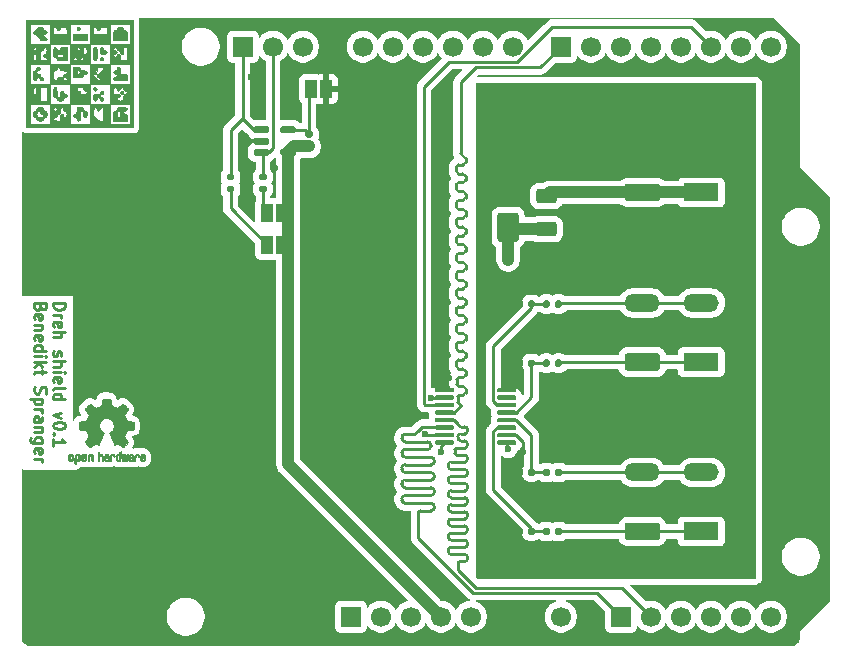
<source format=gbr>
G04 #@! TF.GenerationSoftware,KiCad,Pcbnew,9.0.6+1*
G04 #@! TF.CreationDate,2025-12-15T08:06:31+00:00*
G04 #@! TF.ProjectId,dreh_shield,64726568-5f73-4686-9965-6c642e6b6963,0.1*
G04 #@! TF.SameCoordinates,Original*
G04 #@! TF.FileFunction,Copper,L1,Top*
G04 #@! TF.FilePolarity,Positive*
%FSLAX46Y46*%
G04 Gerber Fmt 4.6, Leading zero omitted, Abs format (unit mm)*
G04 Created by KiCad (PCBNEW 9.0.6+1) date 2025-12-15 08:06:31*
%MOMM*%
%LPD*%
G01*
G04 APERTURE LIST*
%ADD10C,0.250000*%
G04 #@! TA.AperFunction,NonConductor*
%ADD11C,0.250000*%
G04 #@! TD*
G04 #@! TA.AperFunction,EtchedComponent*
%ADD12C,0.010000*%
G04 #@! TD*
G04 #@! TA.AperFunction,ComponentPad*
%ADD13R,1.700000X1.700000*%
G04 #@! TD*
G04 #@! TA.AperFunction,ComponentPad*
%ADD14C,1.700000*%
G04 #@! TD*
G04 #@! TA.AperFunction,ComponentPad*
%ADD15R,3.000000X1.500000*%
G04 #@! TD*
G04 #@! TA.AperFunction,ComponentPad*
%ADD16O,3.000000X1.500000*%
G04 #@! TD*
G04 #@! TA.AperFunction,SMDPad,CuDef*
%ADD17R,1.000000X1.500000*%
G04 #@! TD*
G04 #@! TA.AperFunction,ViaPad*
%ADD18C,0.600000*%
G04 #@! TD*
G04 #@! TA.AperFunction,Conductor*
%ADD19C,0.250000*%
G04 #@! TD*
G04 #@! TA.AperFunction,Conductor*
%ADD20C,1.000000*%
G04 #@! TD*
G04 APERTURE END LIST*
D10*
D11*
X102745324Y-70902568D02*
X103745324Y-70902568D01*
X103745324Y-70902568D02*
X103745324Y-71140663D01*
X103745324Y-71140663D02*
X103697705Y-71283520D01*
X103697705Y-71283520D02*
X103602467Y-71378758D01*
X103602467Y-71378758D02*
X103507229Y-71426377D01*
X103507229Y-71426377D02*
X103316753Y-71473996D01*
X103316753Y-71473996D02*
X103173896Y-71473996D01*
X103173896Y-71473996D02*
X102983420Y-71426377D01*
X102983420Y-71426377D02*
X102888182Y-71378758D01*
X102888182Y-71378758D02*
X102792944Y-71283520D01*
X102792944Y-71283520D02*
X102745324Y-71140663D01*
X102745324Y-71140663D02*
X102745324Y-70902568D01*
X102745324Y-71902568D02*
X103411991Y-71902568D01*
X103221515Y-71902568D02*
X103316753Y-71950187D01*
X103316753Y-71950187D02*
X103364372Y-71997806D01*
X103364372Y-71997806D02*
X103411991Y-72093044D01*
X103411991Y-72093044D02*
X103411991Y-72188282D01*
X102792944Y-72902568D02*
X102745324Y-72807330D01*
X102745324Y-72807330D02*
X102745324Y-72616854D01*
X102745324Y-72616854D02*
X102792944Y-72521616D01*
X102792944Y-72521616D02*
X102888182Y-72473997D01*
X102888182Y-72473997D02*
X103269134Y-72473997D01*
X103269134Y-72473997D02*
X103364372Y-72521616D01*
X103364372Y-72521616D02*
X103411991Y-72616854D01*
X103411991Y-72616854D02*
X103411991Y-72807330D01*
X103411991Y-72807330D02*
X103364372Y-72902568D01*
X103364372Y-72902568D02*
X103269134Y-72950187D01*
X103269134Y-72950187D02*
X103173896Y-72950187D01*
X103173896Y-72950187D02*
X103078658Y-72473997D01*
X102745324Y-73378759D02*
X103745324Y-73378759D01*
X102745324Y-73807330D02*
X103269134Y-73807330D01*
X103269134Y-73807330D02*
X103364372Y-73759711D01*
X103364372Y-73759711D02*
X103411991Y-73664473D01*
X103411991Y-73664473D02*
X103411991Y-73521616D01*
X103411991Y-73521616D02*
X103364372Y-73426378D01*
X103364372Y-73426378D02*
X103316753Y-73378759D01*
X102792944Y-74997807D02*
X102745324Y-75093045D01*
X102745324Y-75093045D02*
X102745324Y-75283521D01*
X102745324Y-75283521D02*
X102792944Y-75378759D01*
X102792944Y-75378759D02*
X102888182Y-75426378D01*
X102888182Y-75426378D02*
X102935801Y-75426378D01*
X102935801Y-75426378D02*
X103031039Y-75378759D01*
X103031039Y-75378759D02*
X103078658Y-75283521D01*
X103078658Y-75283521D02*
X103078658Y-75140664D01*
X103078658Y-75140664D02*
X103126277Y-75045426D01*
X103126277Y-75045426D02*
X103221515Y-74997807D01*
X103221515Y-74997807D02*
X103269134Y-74997807D01*
X103269134Y-74997807D02*
X103364372Y-75045426D01*
X103364372Y-75045426D02*
X103411991Y-75140664D01*
X103411991Y-75140664D02*
X103411991Y-75283521D01*
X103411991Y-75283521D02*
X103364372Y-75378759D01*
X102745324Y-75854950D02*
X103745324Y-75854950D01*
X102745324Y-76283521D02*
X103269134Y-76283521D01*
X103269134Y-76283521D02*
X103364372Y-76235902D01*
X103364372Y-76235902D02*
X103411991Y-76140664D01*
X103411991Y-76140664D02*
X103411991Y-75997807D01*
X103411991Y-75997807D02*
X103364372Y-75902569D01*
X103364372Y-75902569D02*
X103316753Y-75854950D01*
X102745324Y-76759712D02*
X103411991Y-76759712D01*
X103745324Y-76759712D02*
X103697705Y-76712093D01*
X103697705Y-76712093D02*
X103650086Y-76759712D01*
X103650086Y-76759712D02*
X103697705Y-76807331D01*
X103697705Y-76807331D02*
X103745324Y-76759712D01*
X103745324Y-76759712D02*
X103650086Y-76759712D01*
X102792944Y-77616854D02*
X102745324Y-77521616D01*
X102745324Y-77521616D02*
X102745324Y-77331140D01*
X102745324Y-77331140D02*
X102792944Y-77235902D01*
X102792944Y-77235902D02*
X102888182Y-77188283D01*
X102888182Y-77188283D02*
X103269134Y-77188283D01*
X103269134Y-77188283D02*
X103364372Y-77235902D01*
X103364372Y-77235902D02*
X103411991Y-77331140D01*
X103411991Y-77331140D02*
X103411991Y-77521616D01*
X103411991Y-77521616D02*
X103364372Y-77616854D01*
X103364372Y-77616854D02*
X103269134Y-77664473D01*
X103269134Y-77664473D02*
X103173896Y-77664473D01*
X103173896Y-77664473D02*
X103078658Y-77188283D01*
X102745324Y-78235902D02*
X102792944Y-78140664D01*
X102792944Y-78140664D02*
X102888182Y-78093045D01*
X102888182Y-78093045D02*
X103745324Y-78093045D01*
X102745324Y-79045426D02*
X103745324Y-79045426D01*
X102792944Y-79045426D02*
X102745324Y-78950188D01*
X102745324Y-78950188D02*
X102745324Y-78759712D01*
X102745324Y-78759712D02*
X102792944Y-78664474D01*
X102792944Y-78664474D02*
X102840563Y-78616855D01*
X102840563Y-78616855D02*
X102935801Y-78569236D01*
X102935801Y-78569236D02*
X103221515Y-78569236D01*
X103221515Y-78569236D02*
X103316753Y-78616855D01*
X103316753Y-78616855D02*
X103364372Y-78664474D01*
X103364372Y-78664474D02*
X103411991Y-78759712D01*
X103411991Y-78759712D02*
X103411991Y-78950188D01*
X103411991Y-78950188D02*
X103364372Y-79045426D01*
X103411991Y-80188284D02*
X102745324Y-80426379D01*
X102745324Y-80426379D02*
X103411991Y-80664474D01*
X103745324Y-81235903D02*
X103745324Y-81331141D01*
X103745324Y-81331141D02*
X103697705Y-81426379D01*
X103697705Y-81426379D02*
X103650086Y-81473998D01*
X103650086Y-81473998D02*
X103554848Y-81521617D01*
X103554848Y-81521617D02*
X103364372Y-81569236D01*
X103364372Y-81569236D02*
X103126277Y-81569236D01*
X103126277Y-81569236D02*
X102935801Y-81521617D01*
X102935801Y-81521617D02*
X102840563Y-81473998D01*
X102840563Y-81473998D02*
X102792944Y-81426379D01*
X102792944Y-81426379D02*
X102745324Y-81331141D01*
X102745324Y-81331141D02*
X102745324Y-81235903D01*
X102745324Y-81235903D02*
X102792944Y-81140665D01*
X102792944Y-81140665D02*
X102840563Y-81093046D01*
X102840563Y-81093046D02*
X102935801Y-81045427D01*
X102935801Y-81045427D02*
X103126277Y-80997808D01*
X103126277Y-80997808D02*
X103364372Y-80997808D01*
X103364372Y-80997808D02*
X103554848Y-81045427D01*
X103554848Y-81045427D02*
X103650086Y-81093046D01*
X103650086Y-81093046D02*
X103697705Y-81140665D01*
X103697705Y-81140665D02*
X103745324Y-81235903D01*
X102840563Y-81997808D02*
X102792944Y-82045427D01*
X102792944Y-82045427D02*
X102745324Y-81997808D01*
X102745324Y-81997808D02*
X102792944Y-81950189D01*
X102792944Y-81950189D02*
X102840563Y-81997808D01*
X102840563Y-81997808D02*
X102745324Y-81997808D01*
X102745324Y-82997807D02*
X102745324Y-82426379D01*
X102745324Y-82712093D02*
X103745324Y-82712093D01*
X103745324Y-82712093D02*
X103602467Y-82616855D01*
X103602467Y-82616855D02*
X103507229Y-82521617D01*
X103507229Y-82521617D02*
X103459610Y-82426379D01*
X101659190Y-71235901D02*
X101611571Y-71378758D01*
X101611571Y-71378758D02*
X101563952Y-71426377D01*
X101563952Y-71426377D02*
X101468714Y-71473996D01*
X101468714Y-71473996D02*
X101325857Y-71473996D01*
X101325857Y-71473996D02*
X101230619Y-71426377D01*
X101230619Y-71426377D02*
X101183000Y-71378758D01*
X101183000Y-71378758D02*
X101135380Y-71283520D01*
X101135380Y-71283520D02*
X101135380Y-70902568D01*
X101135380Y-70902568D02*
X102135380Y-70902568D01*
X102135380Y-70902568D02*
X102135380Y-71235901D01*
X102135380Y-71235901D02*
X102087761Y-71331139D01*
X102087761Y-71331139D02*
X102040142Y-71378758D01*
X102040142Y-71378758D02*
X101944904Y-71426377D01*
X101944904Y-71426377D02*
X101849666Y-71426377D01*
X101849666Y-71426377D02*
X101754428Y-71378758D01*
X101754428Y-71378758D02*
X101706809Y-71331139D01*
X101706809Y-71331139D02*
X101659190Y-71235901D01*
X101659190Y-71235901D02*
X101659190Y-70902568D01*
X101183000Y-72283520D02*
X101135380Y-72188282D01*
X101135380Y-72188282D02*
X101135380Y-71997806D01*
X101135380Y-71997806D02*
X101183000Y-71902568D01*
X101183000Y-71902568D02*
X101278238Y-71854949D01*
X101278238Y-71854949D02*
X101659190Y-71854949D01*
X101659190Y-71854949D02*
X101754428Y-71902568D01*
X101754428Y-71902568D02*
X101802047Y-71997806D01*
X101802047Y-71997806D02*
X101802047Y-72188282D01*
X101802047Y-72188282D02*
X101754428Y-72283520D01*
X101754428Y-72283520D02*
X101659190Y-72331139D01*
X101659190Y-72331139D02*
X101563952Y-72331139D01*
X101563952Y-72331139D02*
X101468714Y-71854949D01*
X101802047Y-72759711D02*
X101135380Y-72759711D01*
X101706809Y-72759711D02*
X101754428Y-72807330D01*
X101754428Y-72807330D02*
X101802047Y-72902568D01*
X101802047Y-72902568D02*
X101802047Y-73045425D01*
X101802047Y-73045425D02*
X101754428Y-73140663D01*
X101754428Y-73140663D02*
X101659190Y-73188282D01*
X101659190Y-73188282D02*
X101135380Y-73188282D01*
X101183000Y-74045425D02*
X101135380Y-73950187D01*
X101135380Y-73950187D02*
X101135380Y-73759711D01*
X101135380Y-73759711D02*
X101183000Y-73664473D01*
X101183000Y-73664473D02*
X101278238Y-73616854D01*
X101278238Y-73616854D02*
X101659190Y-73616854D01*
X101659190Y-73616854D02*
X101754428Y-73664473D01*
X101754428Y-73664473D02*
X101802047Y-73759711D01*
X101802047Y-73759711D02*
X101802047Y-73950187D01*
X101802047Y-73950187D02*
X101754428Y-74045425D01*
X101754428Y-74045425D02*
X101659190Y-74093044D01*
X101659190Y-74093044D02*
X101563952Y-74093044D01*
X101563952Y-74093044D02*
X101468714Y-73616854D01*
X101135380Y-74950187D02*
X102135380Y-74950187D01*
X101183000Y-74950187D02*
X101135380Y-74854949D01*
X101135380Y-74854949D02*
X101135380Y-74664473D01*
X101135380Y-74664473D02*
X101183000Y-74569235D01*
X101183000Y-74569235D02*
X101230619Y-74521616D01*
X101230619Y-74521616D02*
X101325857Y-74473997D01*
X101325857Y-74473997D02*
X101611571Y-74473997D01*
X101611571Y-74473997D02*
X101706809Y-74521616D01*
X101706809Y-74521616D02*
X101754428Y-74569235D01*
X101754428Y-74569235D02*
X101802047Y-74664473D01*
X101802047Y-74664473D02*
X101802047Y-74854949D01*
X101802047Y-74854949D02*
X101754428Y-74950187D01*
X101135380Y-75426378D02*
X101802047Y-75426378D01*
X102135380Y-75426378D02*
X102087761Y-75378759D01*
X102087761Y-75378759D02*
X102040142Y-75426378D01*
X102040142Y-75426378D02*
X102087761Y-75473997D01*
X102087761Y-75473997D02*
X102135380Y-75426378D01*
X102135380Y-75426378D02*
X102040142Y-75426378D01*
X101135380Y-75902568D02*
X102135380Y-75902568D01*
X101516333Y-75997806D02*
X101135380Y-76283520D01*
X101802047Y-76283520D02*
X101421095Y-75902568D01*
X101802047Y-76569235D02*
X101802047Y-76950187D01*
X102135380Y-76712092D02*
X101278238Y-76712092D01*
X101278238Y-76712092D02*
X101183000Y-76759711D01*
X101183000Y-76759711D02*
X101135380Y-76854949D01*
X101135380Y-76854949D02*
X101135380Y-76950187D01*
X101183000Y-77997807D02*
X101135380Y-78140664D01*
X101135380Y-78140664D02*
X101135380Y-78378759D01*
X101135380Y-78378759D02*
X101183000Y-78473997D01*
X101183000Y-78473997D02*
X101230619Y-78521616D01*
X101230619Y-78521616D02*
X101325857Y-78569235D01*
X101325857Y-78569235D02*
X101421095Y-78569235D01*
X101421095Y-78569235D02*
X101516333Y-78521616D01*
X101516333Y-78521616D02*
X101563952Y-78473997D01*
X101563952Y-78473997D02*
X101611571Y-78378759D01*
X101611571Y-78378759D02*
X101659190Y-78188283D01*
X101659190Y-78188283D02*
X101706809Y-78093045D01*
X101706809Y-78093045D02*
X101754428Y-78045426D01*
X101754428Y-78045426D02*
X101849666Y-77997807D01*
X101849666Y-77997807D02*
X101944904Y-77997807D01*
X101944904Y-77997807D02*
X102040142Y-78045426D01*
X102040142Y-78045426D02*
X102087761Y-78093045D01*
X102087761Y-78093045D02*
X102135380Y-78188283D01*
X102135380Y-78188283D02*
X102135380Y-78426378D01*
X102135380Y-78426378D02*
X102087761Y-78569235D01*
X101802047Y-78997807D02*
X100802047Y-78997807D01*
X101754428Y-78997807D02*
X101802047Y-79093045D01*
X101802047Y-79093045D02*
X101802047Y-79283521D01*
X101802047Y-79283521D02*
X101754428Y-79378759D01*
X101754428Y-79378759D02*
X101706809Y-79426378D01*
X101706809Y-79426378D02*
X101611571Y-79473997D01*
X101611571Y-79473997D02*
X101325857Y-79473997D01*
X101325857Y-79473997D02*
X101230619Y-79426378D01*
X101230619Y-79426378D02*
X101183000Y-79378759D01*
X101183000Y-79378759D02*
X101135380Y-79283521D01*
X101135380Y-79283521D02*
X101135380Y-79093045D01*
X101135380Y-79093045D02*
X101183000Y-78997807D01*
X101135380Y-79902569D02*
X101802047Y-79902569D01*
X101611571Y-79902569D02*
X101706809Y-79950188D01*
X101706809Y-79950188D02*
X101754428Y-79997807D01*
X101754428Y-79997807D02*
X101802047Y-80093045D01*
X101802047Y-80093045D02*
X101802047Y-80188283D01*
X101135380Y-80950188D02*
X101659190Y-80950188D01*
X101659190Y-80950188D02*
X101754428Y-80902569D01*
X101754428Y-80902569D02*
X101802047Y-80807331D01*
X101802047Y-80807331D02*
X101802047Y-80616855D01*
X101802047Y-80616855D02*
X101754428Y-80521617D01*
X101183000Y-80950188D02*
X101135380Y-80854950D01*
X101135380Y-80854950D02*
X101135380Y-80616855D01*
X101135380Y-80616855D02*
X101183000Y-80521617D01*
X101183000Y-80521617D02*
X101278238Y-80473998D01*
X101278238Y-80473998D02*
X101373476Y-80473998D01*
X101373476Y-80473998D02*
X101468714Y-80521617D01*
X101468714Y-80521617D02*
X101516333Y-80616855D01*
X101516333Y-80616855D02*
X101516333Y-80854950D01*
X101516333Y-80854950D02*
X101563952Y-80950188D01*
X101802047Y-81426379D02*
X101135380Y-81426379D01*
X101706809Y-81426379D02*
X101754428Y-81473998D01*
X101754428Y-81473998D02*
X101802047Y-81569236D01*
X101802047Y-81569236D02*
X101802047Y-81712093D01*
X101802047Y-81712093D02*
X101754428Y-81807331D01*
X101754428Y-81807331D02*
X101659190Y-81854950D01*
X101659190Y-81854950D02*
X101135380Y-81854950D01*
X101802047Y-82759712D02*
X100992523Y-82759712D01*
X100992523Y-82759712D02*
X100897285Y-82712093D01*
X100897285Y-82712093D02*
X100849666Y-82664474D01*
X100849666Y-82664474D02*
X100802047Y-82569236D01*
X100802047Y-82569236D02*
X100802047Y-82426379D01*
X100802047Y-82426379D02*
X100849666Y-82331141D01*
X101183000Y-82759712D02*
X101135380Y-82664474D01*
X101135380Y-82664474D02*
X101135380Y-82473998D01*
X101135380Y-82473998D02*
X101183000Y-82378760D01*
X101183000Y-82378760D02*
X101230619Y-82331141D01*
X101230619Y-82331141D02*
X101325857Y-82283522D01*
X101325857Y-82283522D02*
X101611571Y-82283522D01*
X101611571Y-82283522D02*
X101706809Y-82331141D01*
X101706809Y-82331141D02*
X101754428Y-82378760D01*
X101754428Y-82378760D02*
X101802047Y-82473998D01*
X101802047Y-82473998D02*
X101802047Y-82664474D01*
X101802047Y-82664474D02*
X101754428Y-82759712D01*
X101183000Y-83616855D02*
X101135380Y-83521617D01*
X101135380Y-83521617D02*
X101135380Y-83331141D01*
X101135380Y-83331141D02*
X101183000Y-83235903D01*
X101183000Y-83235903D02*
X101278238Y-83188284D01*
X101278238Y-83188284D02*
X101659190Y-83188284D01*
X101659190Y-83188284D02*
X101754428Y-83235903D01*
X101754428Y-83235903D02*
X101802047Y-83331141D01*
X101802047Y-83331141D02*
X101802047Y-83521617D01*
X101802047Y-83521617D02*
X101754428Y-83616855D01*
X101754428Y-83616855D02*
X101659190Y-83664474D01*
X101659190Y-83664474D02*
X101563952Y-83664474D01*
X101563952Y-83664474D02*
X101468714Y-83188284D01*
X101135380Y-84093046D02*
X101802047Y-84093046D01*
X101611571Y-84093046D02*
X101706809Y-84140665D01*
X101706809Y-84140665D02*
X101754428Y-84188284D01*
X101754428Y-84188284D02*
X101802047Y-84283522D01*
X101802047Y-84283522D02*
X101802047Y-84378760D01*
D12*
X105566017Y-48669917D02*
X104433983Y-48669917D01*
X104433983Y-48103900D01*
X105566017Y-48103900D01*
X105566017Y-48669917D01*
G04 #@! TA.AperFunction,EtchedComponent*
G36*
X105566017Y-48669917D02*
G01*
X104433983Y-48669917D01*
X104433983Y-48103900D01*
X105566017Y-48103900D01*
X105566017Y-48669917D01*
G37*
G04 #@! TD.AperFunction*
X104976745Y-47587912D02*
X105000000Y-47679387D01*
X104949971Y-47797636D01*
X104858496Y-47820892D01*
X104740248Y-47770862D01*
X104716992Y-47679387D01*
X104767021Y-47561139D01*
X104858496Y-47537883D01*
X104976745Y-47587912D01*
G04 #@! TA.AperFunction,EtchedComponent*
G36*
X104976745Y-47587912D02*
G01*
X105000000Y-47679387D01*
X104949971Y-47797636D01*
X104858496Y-47820892D01*
X104740248Y-47770862D01*
X104716992Y-47679387D01*
X104767021Y-47561139D01*
X104858496Y-47537883D01*
X104976745Y-47587912D01*
G37*
G04 #@! TD.AperFunction*
X106391786Y-52682063D02*
X106415042Y-52773538D01*
X106365013Y-52891786D01*
X106273538Y-52915042D01*
X106155289Y-52865013D01*
X106132034Y-52773538D01*
X106182063Y-52655289D01*
X106273538Y-52632034D01*
X106391786Y-52682063D01*
G04 #@! TA.AperFunction,EtchedComponent*
G36*
X106391786Y-52682063D02*
G01*
X106415042Y-52773538D01*
X106365013Y-52891786D01*
X106273538Y-52915042D01*
X106155289Y-52865013D01*
X106132034Y-52773538D01*
X106182063Y-52655289D01*
X106273538Y-52632034D01*
X106391786Y-52682063D01*
G37*
G04 #@! TD.AperFunction*
X106957803Y-50134988D02*
X106981059Y-50226463D01*
X106931029Y-50344711D01*
X106839555Y-50367967D01*
X106721306Y-50317937D01*
X106698050Y-50226463D01*
X106748080Y-50108214D01*
X106839555Y-50084958D01*
X106957803Y-50134988D01*
G04 #@! TA.AperFunction,EtchedComponent*
G36*
X106957803Y-50134988D02*
G01*
X106981059Y-50226463D01*
X106931029Y-50344711D01*
X106839555Y-50367967D01*
X106721306Y-50317937D01*
X106698050Y-50226463D01*
X106748080Y-50108214D01*
X106839555Y-50084958D01*
X106957803Y-50134988D01*
G37*
G04 #@! TD.AperFunction*
X108655853Y-52965071D02*
X108679109Y-53056546D01*
X108629080Y-53174795D01*
X108537605Y-53198050D01*
X108419356Y-53148021D01*
X108396100Y-53056546D01*
X108446130Y-52938298D01*
X108537605Y-52915042D01*
X108655853Y-52965071D01*
G04 #@! TA.AperFunction,EtchedComponent*
G36*
X108655853Y-52965071D02*
G01*
X108679109Y-53056546D01*
X108629080Y-53174795D01*
X108537605Y-53198050D01*
X108419356Y-53148021D01*
X108396100Y-53056546D01*
X108446130Y-52938298D01*
X108537605Y-52915042D01*
X108655853Y-52965071D01*
G37*
G04 #@! TD.AperFunction*
X106957803Y-49285963D02*
X106981059Y-49377438D01*
X107031088Y-49495686D01*
X107122563Y-49518942D01*
X107240811Y-49568971D01*
X107264067Y-49660446D01*
X107240334Y-49753023D01*
X107144410Y-49793939D01*
X106981059Y-49801950D01*
X106799910Y-49795142D01*
X106719417Y-49747485D01*
X106698731Y-49618131D01*
X106698050Y-49518942D01*
X106709917Y-49333787D01*
X106757879Y-49251956D01*
X106839555Y-49235933D01*
X106957803Y-49285963D01*
G04 #@! TA.AperFunction,EtchedComponent*
G36*
X106957803Y-49285963D02*
G01*
X106981059Y-49377438D01*
X107031088Y-49495686D01*
X107122563Y-49518942D01*
X107240811Y-49568971D01*
X107264067Y-49660446D01*
X107240334Y-49753023D01*
X107144410Y-49793939D01*
X106981059Y-49801950D01*
X106799910Y-49795142D01*
X106719417Y-49747485D01*
X106698731Y-49618131D01*
X106698050Y-49518942D01*
X106709917Y-49333787D01*
X106757879Y-49251956D01*
X106839555Y-49235933D01*
X106957803Y-49285963D01*
G37*
G04 #@! TD.AperFunction*
X106344041Y-49247750D02*
X106386296Y-49302177D01*
X106407417Y-49427678D01*
X106414521Y-49652715D01*
X106415042Y-49801950D01*
X106412088Y-50083964D01*
X106398481Y-50252982D01*
X106367106Y-50337467D01*
X106310846Y-50365884D01*
X106273538Y-50367967D01*
X106203034Y-50356150D01*
X106160780Y-50301723D01*
X106139659Y-50176223D01*
X106132554Y-49951185D01*
X106132034Y-49801950D01*
X106134988Y-49519936D01*
X106148595Y-49350918D01*
X106179970Y-49266433D01*
X106236229Y-49238016D01*
X106273538Y-49235933D01*
X106344041Y-49247750D01*
G04 #@! TA.AperFunction,EtchedComponent*
G36*
X106344041Y-49247750D02*
G01*
X106386296Y-49302177D01*
X106407417Y-49427678D01*
X106414521Y-49652715D01*
X106415042Y-49801950D01*
X106412088Y-50083964D01*
X106398481Y-50252982D01*
X106367106Y-50337467D01*
X106310846Y-50365884D01*
X106273538Y-50367967D01*
X106203034Y-50356150D01*
X106160780Y-50301723D01*
X106139659Y-50176223D01*
X106132554Y-49951185D01*
X106132034Y-49801950D01*
X106134988Y-49519936D01*
X106148595Y-49350918D01*
X106179970Y-49266433D01*
X106236229Y-49238016D01*
X106273538Y-49235933D01*
X106344041Y-49247750D01*
G37*
G04 #@! TD.AperFunction*
X108581255Y-47549750D02*
X108663086Y-47597712D01*
X108679109Y-47679387D01*
X108729138Y-47797636D01*
X108820613Y-47820892D01*
X108899646Y-47836381D01*
X108942351Y-47904423D01*
X108959516Y-48057380D01*
X108962117Y-48245404D01*
X108962117Y-48669917D01*
X107830084Y-48669917D01*
X107830084Y-48245404D01*
X107835247Y-48008305D01*
X107857928Y-47880189D01*
X107908913Y-47828696D01*
X107971588Y-47820892D01*
X108089836Y-47770862D01*
X108113092Y-47679387D01*
X108136825Y-47586810D01*
X108232749Y-47545895D01*
X108396100Y-47537883D01*
X108581255Y-47549750D01*
G04 #@! TA.AperFunction,EtchedComponent*
G36*
X108581255Y-47549750D02*
G01*
X108663086Y-47597712D01*
X108679109Y-47679387D01*
X108729138Y-47797636D01*
X108820613Y-47820892D01*
X108899646Y-47836381D01*
X108942351Y-47904423D01*
X108959516Y-48057380D01*
X108962117Y-48245404D01*
X108962117Y-48669917D01*
X107830084Y-48669917D01*
X107830084Y-48245404D01*
X107835247Y-48008305D01*
X107857928Y-47880189D01*
X107908913Y-47828696D01*
X107971588Y-47820892D01*
X108089836Y-47770862D01*
X108113092Y-47679387D01*
X108136825Y-47586810D01*
X108232749Y-47545895D01*
X108396100Y-47537883D01*
X108581255Y-47549750D01*
G37*
G04 #@! TD.AperFunction*
X104902146Y-50945850D02*
X104983977Y-50993812D01*
X105000000Y-51075488D01*
X105023733Y-51168065D01*
X105119657Y-51208980D01*
X105283009Y-51216992D01*
X105468163Y-51228858D01*
X105549994Y-51276820D01*
X105566017Y-51358496D01*
X105515988Y-51476745D01*
X105424513Y-51500000D01*
X105306264Y-51550029D01*
X105283009Y-51641504D01*
X105267519Y-51720537D01*
X105199477Y-51763243D01*
X105046520Y-51780407D01*
X104858496Y-51783009D01*
X104433983Y-51783009D01*
X104433983Y-51358496D01*
X104716992Y-51358496D01*
X104767021Y-51476745D01*
X104858496Y-51500000D01*
X104976745Y-51449971D01*
X105000000Y-51358496D01*
X104949971Y-51240248D01*
X104858496Y-51216992D01*
X104740248Y-51267021D01*
X104716992Y-51358496D01*
X104433983Y-51358496D01*
X104433983Y-50933983D01*
X104716992Y-50933983D01*
X104902146Y-50945850D01*
G04 #@! TA.AperFunction,EtchedComponent*
G36*
X104902146Y-50945850D02*
G01*
X104983977Y-50993812D01*
X105000000Y-51075488D01*
X105023733Y-51168065D01*
X105119657Y-51208980D01*
X105283009Y-51216992D01*
X105468163Y-51228858D01*
X105549994Y-51276820D01*
X105566017Y-51358496D01*
X105515988Y-51476745D01*
X105424513Y-51500000D01*
X105306264Y-51550029D01*
X105283009Y-51641504D01*
X105267519Y-51720537D01*
X105199477Y-51763243D01*
X105046520Y-51780407D01*
X104858496Y-51783009D01*
X104433983Y-51783009D01*
X104433983Y-51358496D01*
X104716992Y-51358496D01*
X104767021Y-51476745D01*
X104858496Y-51500000D01*
X104976745Y-51449971D01*
X105000000Y-51358496D01*
X104949971Y-51240248D01*
X104858496Y-51216992D01*
X104740248Y-51267021D01*
X104716992Y-51358496D01*
X104433983Y-51358496D01*
X104433983Y-50933983D01*
X104716992Y-50933983D01*
X104902146Y-50945850D01*
G37*
G04 #@! TD.AperFunction*
X106957803Y-52965071D02*
X106981059Y-53056546D01*
X106931029Y-53174795D01*
X106839555Y-53198050D01*
X106721306Y-53248080D01*
X106698050Y-53339555D01*
X106748080Y-53457803D01*
X106839555Y-53481059D01*
X106957803Y-53531088D01*
X106981059Y-53622563D01*
X106931029Y-53740811D01*
X106839555Y-53764067D01*
X106721306Y-53714038D01*
X106698050Y-53622563D01*
X106648021Y-53504314D01*
X106556546Y-53481059D01*
X106438298Y-53531088D01*
X106415042Y-53622563D01*
X106365013Y-53740811D01*
X106273538Y-53764067D01*
X106180961Y-53740334D01*
X106140045Y-53644410D01*
X106132034Y-53481059D01*
X106138842Y-53299910D01*
X106186499Y-53219417D01*
X106315853Y-53198731D01*
X106415042Y-53198050D01*
X106600196Y-53186184D01*
X106682027Y-53138222D01*
X106698050Y-53056546D01*
X106748080Y-52938298D01*
X106839555Y-52915042D01*
X106957803Y-52965071D01*
G04 #@! TA.AperFunction,EtchedComponent*
G36*
X106957803Y-52965071D02*
G01*
X106981059Y-53056546D01*
X106931029Y-53174795D01*
X106839555Y-53198050D01*
X106721306Y-53248080D01*
X106698050Y-53339555D01*
X106748080Y-53457803D01*
X106839555Y-53481059D01*
X106957803Y-53531088D01*
X106981059Y-53622563D01*
X106931029Y-53740811D01*
X106839555Y-53764067D01*
X106721306Y-53714038D01*
X106698050Y-53622563D01*
X106648021Y-53504314D01*
X106556546Y-53481059D01*
X106438298Y-53531088D01*
X106415042Y-53622563D01*
X106365013Y-53740811D01*
X106273538Y-53764067D01*
X106180961Y-53740334D01*
X106140045Y-53644410D01*
X106132034Y-53481059D01*
X106138842Y-53299910D01*
X106186499Y-53219417D01*
X106315853Y-53198731D01*
X106415042Y-53198050D01*
X106600196Y-53186184D01*
X106682027Y-53138222D01*
X106698050Y-53056546D01*
X106748080Y-52938298D01*
X106839555Y-52915042D01*
X106957803Y-52965071D01*
G37*
G04 #@! TD.AperFunction*
X108347173Y-50957716D02*
X108388089Y-51053640D01*
X108396100Y-51216992D01*
X108402909Y-51398140D01*
X108450565Y-51478633D01*
X108579920Y-51499320D01*
X108679109Y-51500000D01*
X108860257Y-51506808D01*
X108940750Y-51554465D01*
X108961437Y-51683820D01*
X108962117Y-51783009D01*
X108962117Y-52066017D01*
X108396100Y-52066017D01*
X108114087Y-52063063D01*
X107945069Y-52049456D01*
X107860583Y-52018081D01*
X107832167Y-51961821D01*
X107830084Y-51924513D01*
X107880113Y-51806264D01*
X107971588Y-51783009D01*
X108089836Y-51732979D01*
X108113092Y-51641504D01*
X108063063Y-51523256D01*
X107971588Y-51500000D01*
X107853339Y-51449971D01*
X107830084Y-51358496D01*
X107880113Y-51240248D01*
X107971588Y-51216992D01*
X108089836Y-51166963D01*
X108113092Y-51075488D01*
X108163121Y-50957239D01*
X108254596Y-50933983D01*
X108347173Y-50957716D01*
G04 #@! TA.AperFunction,EtchedComponent*
G36*
X108347173Y-50957716D02*
G01*
X108388089Y-51053640D01*
X108396100Y-51216992D01*
X108402909Y-51398140D01*
X108450565Y-51478633D01*
X108579920Y-51499320D01*
X108679109Y-51500000D01*
X108860257Y-51506808D01*
X108940750Y-51554465D01*
X108961437Y-51683820D01*
X108962117Y-51783009D01*
X108962117Y-52066017D01*
X108396100Y-52066017D01*
X108114087Y-52063063D01*
X107945069Y-52049456D01*
X107860583Y-52018081D01*
X107832167Y-51961821D01*
X107830084Y-51924513D01*
X107880113Y-51806264D01*
X107971588Y-51783009D01*
X108089836Y-51732979D01*
X108113092Y-51641504D01*
X108063063Y-51523256D01*
X107971588Y-51500000D01*
X107853339Y-51449971D01*
X107830084Y-51358496D01*
X107880113Y-51240248D01*
X107971588Y-51216992D01*
X108089836Y-51166963D01*
X108113092Y-51075488D01*
X108163121Y-50957239D01*
X108254596Y-50933983D01*
X108347173Y-50957716D01*
G37*
G04 #@! TD.AperFunction*
X101580644Y-50984013D02*
X101603900Y-51075488D01*
X101553871Y-51193736D01*
X101462396Y-51216992D01*
X101344147Y-51267021D01*
X101320892Y-51358496D01*
X101370921Y-51476745D01*
X101462396Y-51500000D01*
X101580644Y-51550029D01*
X101603900Y-51641504D01*
X101653929Y-51759753D01*
X101745404Y-51783009D01*
X101863653Y-51833038D01*
X101886908Y-51924513D01*
X101836879Y-52042761D01*
X101745404Y-52066017D01*
X101627156Y-52015988D01*
X101603900Y-51924513D01*
X101553871Y-51806264D01*
X101462396Y-51783009D01*
X101344147Y-51833038D01*
X101320892Y-51924513D01*
X101270862Y-52042761D01*
X101179387Y-52066017D01*
X101100354Y-52050527D01*
X101057649Y-51982485D01*
X101040485Y-51829529D01*
X101037883Y-51641504D01*
X101043046Y-51404406D01*
X101065727Y-51276290D01*
X101116713Y-51224796D01*
X101179387Y-51216992D01*
X101297636Y-51166963D01*
X101320892Y-51075488D01*
X101370921Y-50957239D01*
X101462396Y-50933983D01*
X101580644Y-50984013D01*
G04 #@! TA.AperFunction,EtchedComponent*
G36*
X101580644Y-50984013D02*
G01*
X101603900Y-51075488D01*
X101553871Y-51193736D01*
X101462396Y-51216992D01*
X101344147Y-51267021D01*
X101320892Y-51358496D01*
X101370921Y-51476745D01*
X101462396Y-51500000D01*
X101580644Y-51550029D01*
X101603900Y-51641504D01*
X101653929Y-51759753D01*
X101745404Y-51783009D01*
X101863653Y-51833038D01*
X101886908Y-51924513D01*
X101836879Y-52042761D01*
X101745404Y-52066017D01*
X101627156Y-52015988D01*
X101603900Y-51924513D01*
X101553871Y-51806264D01*
X101462396Y-51783009D01*
X101344147Y-51833038D01*
X101320892Y-51924513D01*
X101270862Y-52042761D01*
X101179387Y-52066017D01*
X101100354Y-52050527D01*
X101057649Y-51982485D01*
X101040485Y-51829529D01*
X101037883Y-51641504D01*
X101043046Y-51404406D01*
X101065727Y-51276290D01*
X101116713Y-51224796D01*
X101179387Y-51216992D01*
X101297636Y-51166963D01*
X101320892Y-51075488D01*
X101370921Y-50957239D01*
X101462396Y-50933983D01*
X101580644Y-50984013D01*
G37*
G04 #@! TD.AperFunction*
X101789054Y-47549750D02*
X101870885Y-47597712D01*
X101886908Y-47679387D01*
X101936938Y-47797636D01*
X102028412Y-47820892D01*
X102146661Y-47870921D01*
X102169917Y-47962396D01*
X102119887Y-48080644D01*
X102028412Y-48103900D01*
X101910164Y-48153929D01*
X101886908Y-48245404D01*
X101936938Y-48363653D01*
X102028412Y-48386908D01*
X102146661Y-48436938D01*
X102169917Y-48528412D01*
X102146184Y-48620990D01*
X102050260Y-48661905D01*
X101886908Y-48669917D01*
X101701754Y-48658050D01*
X101619923Y-48610088D01*
X101603900Y-48528412D01*
X101553871Y-48410164D01*
X101462396Y-48386908D01*
X101344147Y-48336879D01*
X101320892Y-48245404D01*
X101270862Y-48127156D01*
X101179387Y-48103900D01*
X101061139Y-48053871D01*
X101037883Y-47962396D01*
X101087912Y-47844147D01*
X101179387Y-47820892D01*
X101297636Y-47770862D01*
X101320892Y-47679387D01*
X101344624Y-47586810D01*
X101440548Y-47545895D01*
X101603900Y-47537883D01*
X101789054Y-47549750D01*
G04 #@! TA.AperFunction,EtchedComponent*
G36*
X101789054Y-47549750D02*
G01*
X101870885Y-47597712D01*
X101886908Y-47679387D01*
X101936938Y-47797636D01*
X102028412Y-47820892D01*
X102146661Y-47870921D01*
X102169917Y-47962396D01*
X102119887Y-48080644D01*
X102028412Y-48103900D01*
X101910164Y-48153929D01*
X101886908Y-48245404D01*
X101936938Y-48363653D01*
X102028412Y-48386908D01*
X102146661Y-48436938D01*
X102169917Y-48528412D01*
X102146184Y-48620990D01*
X102050260Y-48661905D01*
X101886908Y-48669917D01*
X101701754Y-48658050D01*
X101619923Y-48610088D01*
X101603900Y-48528412D01*
X101553871Y-48410164D01*
X101462396Y-48386908D01*
X101344147Y-48336879D01*
X101320892Y-48245404D01*
X101270862Y-48127156D01*
X101179387Y-48103900D01*
X101061139Y-48053871D01*
X101037883Y-47962396D01*
X101087912Y-47844147D01*
X101179387Y-47820892D01*
X101297636Y-47770862D01*
X101320892Y-47679387D01*
X101344624Y-47586810D01*
X101440548Y-47545895D01*
X101603900Y-47537883D01*
X101789054Y-47549750D01*
G37*
G04 #@! TD.AperFunction*
X102956470Y-52647523D02*
X102999176Y-52715566D01*
X103016340Y-52868522D01*
X103018942Y-53056546D01*
X103024105Y-53293645D01*
X103046786Y-53421761D01*
X103097771Y-53473254D01*
X103160446Y-53481059D01*
X103253023Y-53457326D01*
X103293939Y-53361402D01*
X103301950Y-53198050D01*
X103313816Y-53012896D01*
X103361778Y-52931065D01*
X103443454Y-52915042D01*
X103561703Y-52965071D01*
X103584958Y-53056546D01*
X103634988Y-53174795D01*
X103726463Y-53198050D01*
X103844711Y-53248080D01*
X103867967Y-53339555D01*
X103817937Y-53457803D01*
X103726463Y-53481059D01*
X103608214Y-53531088D01*
X103584958Y-53622563D01*
X103561226Y-53715140D01*
X103465302Y-53756056D01*
X103301950Y-53764067D01*
X103116796Y-53752201D01*
X103034965Y-53704239D01*
X103018942Y-53622563D01*
X102968912Y-53504314D01*
X102877438Y-53481059D01*
X102798405Y-53465569D01*
X102755699Y-53397527D01*
X102738535Y-53244571D01*
X102735933Y-53056546D01*
X102741097Y-52819447D01*
X102763777Y-52691332D01*
X102814763Y-52639838D01*
X102877438Y-52632034D01*
X102956470Y-52647523D01*
G04 #@! TA.AperFunction,EtchedComponent*
G36*
X102956470Y-52647523D02*
G01*
X102999176Y-52715566D01*
X103016340Y-52868522D01*
X103018942Y-53056546D01*
X103024105Y-53293645D01*
X103046786Y-53421761D01*
X103097771Y-53473254D01*
X103160446Y-53481059D01*
X103253023Y-53457326D01*
X103293939Y-53361402D01*
X103301950Y-53198050D01*
X103313816Y-53012896D01*
X103361778Y-52931065D01*
X103443454Y-52915042D01*
X103561703Y-52965071D01*
X103584958Y-53056546D01*
X103634988Y-53174795D01*
X103726463Y-53198050D01*
X103844711Y-53248080D01*
X103867967Y-53339555D01*
X103817937Y-53457803D01*
X103726463Y-53481059D01*
X103608214Y-53531088D01*
X103584958Y-53622563D01*
X103561226Y-53715140D01*
X103465302Y-53756056D01*
X103301950Y-53764067D01*
X103116796Y-53752201D01*
X103034965Y-53704239D01*
X103018942Y-53622563D01*
X102968912Y-53504314D01*
X102877438Y-53481059D01*
X102798405Y-53465569D01*
X102755699Y-53397527D01*
X102738535Y-53244571D01*
X102735933Y-53056546D01*
X102741097Y-52819447D01*
X102763777Y-52691332D01*
X102814763Y-52639838D01*
X102877438Y-52632034D01*
X102956470Y-52647523D01*
G37*
G04 #@! TD.AperFunction*
X105185155Y-54341950D02*
X105266986Y-54389912D01*
X105283009Y-54471588D01*
X105333038Y-54589836D01*
X105424513Y-54613092D01*
X105517090Y-54636825D01*
X105558005Y-54732749D01*
X105566017Y-54896100D01*
X105554151Y-55081255D01*
X105506189Y-55163086D01*
X105424513Y-55179109D01*
X105331936Y-55155376D01*
X105291020Y-55059452D01*
X105283009Y-54896100D01*
X105271142Y-54710946D01*
X105223180Y-54629115D01*
X105141504Y-54613092D01*
X105062471Y-54628582D01*
X105019766Y-54696624D01*
X105002602Y-54849580D01*
X105000000Y-55037605D01*
X104994837Y-55274704D01*
X104972156Y-55402819D01*
X104921171Y-55454313D01*
X104858496Y-55462117D01*
X104740248Y-55412088D01*
X104716992Y-55320613D01*
X104666963Y-55202365D01*
X104575488Y-55179109D01*
X104457239Y-55129080D01*
X104433983Y-55037605D01*
X104484013Y-54919356D01*
X104575488Y-54896100D01*
X104668065Y-54872368D01*
X104708980Y-54776444D01*
X104716992Y-54613092D01*
X104723800Y-54431944D01*
X104771457Y-54351451D01*
X104900811Y-54330764D01*
X105000000Y-54330084D01*
X105185155Y-54341950D01*
G04 #@! TA.AperFunction,EtchedComponent*
G36*
X105185155Y-54341950D02*
G01*
X105266986Y-54389912D01*
X105283009Y-54471588D01*
X105333038Y-54589836D01*
X105424513Y-54613092D01*
X105517090Y-54636825D01*
X105558005Y-54732749D01*
X105566017Y-54896100D01*
X105554151Y-55081255D01*
X105506189Y-55163086D01*
X105424513Y-55179109D01*
X105331936Y-55155376D01*
X105291020Y-55059452D01*
X105283009Y-54896100D01*
X105271142Y-54710946D01*
X105223180Y-54629115D01*
X105141504Y-54613092D01*
X105062471Y-54628582D01*
X105019766Y-54696624D01*
X105002602Y-54849580D01*
X105000000Y-55037605D01*
X104994837Y-55274704D01*
X104972156Y-55402819D01*
X104921171Y-55454313D01*
X104858496Y-55462117D01*
X104740248Y-55412088D01*
X104716992Y-55320613D01*
X104666963Y-55202365D01*
X104575488Y-55179109D01*
X104457239Y-55129080D01*
X104433983Y-55037605D01*
X104484013Y-54919356D01*
X104575488Y-54896100D01*
X104668065Y-54872368D01*
X104708980Y-54776444D01*
X104716992Y-54613092D01*
X104723800Y-54431944D01*
X104771457Y-54351451D01*
X104900811Y-54330764D01*
X105000000Y-54330084D01*
X105185155Y-54341950D01*
G37*
G04 #@! TD.AperFunction*
X103867967Y-50367967D02*
X103443454Y-50367967D01*
X103206355Y-50362804D01*
X103078240Y-50340123D01*
X103026746Y-50289137D01*
X103018942Y-50226463D01*
X102968912Y-50108214D01*
X102877438Y-50084958D01*
X102798405Y-50069469D01*
X102755699Y-50001427D01*
X102749194Y-49943454D01*
X103018942Y-49943454D01*
X103042675Y-50036031D01*
X103138598Y-50076947D01*
X103301950Y-50084958D01*
X103487104Y-50073092D01*
X103568935Y-50025130D01*
X103584958Y-49943454D01*
X103561226Y-49850877D01*
X103465302Y-49809962D01*
X103301950Y-49801950D01*
X103116796Y-49813816D01*
X103034965Y-49861778D01*
X103018942Y-49943454D01*
X102749194Y-49943454D01*
X102738535Y-49848470D01*
X102735933Y-49660446D01*
X102741097Y-49423347D01*
X102763777Y-49295231D01*
X102814763Y-49243738D01*
X102877438Y-49235933D01*
X102995686Y-49285963D01*
X103018942Y-49377438D01*
X103068971Y-49495686D01*
X103160446Y-49518942D01*
X103278694Y-49468912D01*
X103301950Y-49377438D01*
X103325683Y-49284860D01*
X103421607Y-49243945D01*
X103584958Y-49235933D01*
X103867967Y-49235933D01*
X103867967Y-50367967D01*
G04 #@! TA.AperFunction,EtchedComponent*
G36*
X103867967Y-50367967D02*
G01*
X103443454Y-50367967D01*
X103206355Y-50362804D01*
X103078240Y-50340123D01*
X103026746Y-50289137D01*
X103018942Y-50226463D01*
X102968912Y-50108214D01*
X102877438Y-50084958D01*
X102798405Y-50069469D01*
X102755699Y-50001427D01*
X102749194Y-49943454D01*
X103018942Y-49943454D01*
X103042675Y-50036031D01*
X103138598Y-50076947D01*
X103301950Y-50084958D01*
X103487104Y-50073092D01*
X103568935Y-50025130D01*
X103584958Y-49943454D01*
X103561226Y-49850877D01*
X103465302Y-49809962D01*
X103301950Y-49801950D01*
X103116796Y-49813816D01*
X103034965Y-49861778D01*
X103018942Y-49943454D01*
X102749194Y-49943454D01*
X102738535Y-49848470D01*
X102735933Y-49660446D01*
X102741097Y-49423347D01*
X102763777Y-49295231D01*
X102814763Y-49243738D01*
X102877438Y-49235933D01*
X102995686Y-49285963D01*
X103018942Y-49377438D01*
X103068971Y-49495686D01*
X103160446Y-49518942D01*
X103278694Y-49468912D01*
X103301950Y-49377438D01*
X103325683Y-49284860D01*
X103421607Y-49243945D01*
X103584958Y-49235933D01*
X103867967Y-49235933D01*
X103867967Y-50367967D01*
G37*
G04 #@! TD.AperFunction*
X108774704Y-54335247D02*
X108902819Y-54357928D01*
X108954313Y-54408913D01*
X108962117Y-54471588D01*
X108912088Y-54589836D01*
X108820613Y-54613092D01*
X108702365Y-54663121D01*
X108679109Y-54754596D01*
X108729138Y-54872845D01*
X108820613Y-54896100D01*
X108913190Y-54919833D01*
X108954106Y-55015757D01*
X108962117Y-55179109D01*
X108962117Y-55462117D01*
X107830084Y-55462117D01*
X107830084Y-55037605D01*
X107833165Y-54896100D01*
X108113092Y-54896100D01*
X108124959Y-55081255D01*
X108172920Y-55163086D01*
X108254596Y-55179109D01*
X108347173Y-55155376D01*
X108388089Y-55059452D01*
X108396100Y-54896100D01*
X108384234Y-54710946D01*
X108336272Y-54629115D01*
X108254596Y-54613092D01*
X108162019Y-54636825D01*
X108121104Y-54732749D01*
X108113092Y-54896100D01*
X107833165Y-54896100D01*
X107835247Y-54800506D01*
X107857928Y-54672390D01*
X107908913Y-54620896D01*
X107971588Y-54613092D01*
X108089836Y-54563063D01*
X108113092Y-54471588D01*
X108128582Y-54392555D01*
X108196624Y-54349850D01*
X108349580Y-54332685D01*
X108537605Y-54330084D01*
X108774704Y-54335247D01*
G04 #@! TA.AperFunction,EtchedComponent*
G36*
X108774704Y-54335247D02*
G01*
X108902819Y-54357928D01*
X108954313Y-54408913D01*
X108962117Y-54471588D01*
X108912088Y-54589836D01*
X108820613Y-54613092D01*
X108702365Y-54663121D01*
X108679109Y-54754596D01*
X108729138Y-54872845D01*
X108820613Y-54896100D01*
X108913190Y-54919833D01*
X108954106Y-55015757D01*
X108962117Y-55179109D01*
X108962117Y-55462117D01*
X107830084Y-55462117D01*
X107830084Y-55037605D01*
X107833165Y-54896100D01*
X108113092Y-54896100D01*
X108124959Y-55081255D01*
X108172920Y-55163086D01*
X108254596Y-55179109D01*
X108347173Y-55155376D01*
X108388089Y-55059452D01*
X108396100Y-54896100D01*
X108384234Y-54710946D01*
X108336272Y-54629115D01*
X108254596Y-54613092D01*
X108162019Y-54636825D01*
X108121104Y-54732749D01*
X108113092Y-54896100D01*
X107833165Y-54896100D01*
X107835247Y-54800506D01*
X107857928Y-54672390D01*
X107908913Y-54620896D01*
X107971588Y-54613092D01*
X108089836Y-54563063D01*
X108113092Y-54471588D01*
X108128582Y-54392555D01*
X108196624Y-54349850D01*
X108349580Y-54332685D01*
X108537605Y-54330084D01*
X108774704Y-54335247D01*
G37*
G04 #@! TD.AperFunction*
X101789054Y-54341950D02*
X101870885Y-54389912D01*
X101886908Y-54471588D01*
X101936938Y-54589836D01*
X102028412Y-54613092D01*
X102120990Y-54636825D01*
X102161905Y-54732749D01*
X102169917Y-54896100D01*
X102158050Y-55081255D01*
X102110088Y-55163086D01*
X102028412Y-55179109D01*
X101910164Y-55229138D01*
X101886908Y-55320613D01*
X101863175Y-55413190D01*
X101767252Y-55454106D01*
X101603900Y-55462117D01*
X101418746Y-55450251D01*
X101336915Y-55402289D01*
X101320892Y-55320613D01*
X101270862Y-55202365D01*
X101179387Y-55179109D01*
X101086810Y-55155376D01*
X101045895Y-55059452D01*
X101037883Y-54896100D01*
X101320892Y-54896100D01*
X101327700Y-55077249D01*
X101375357Y-55157742D01*
X101504711Y-55178428D01*
X101603900Y-55179109D01*
X101789054Y-55167242D01*
X101870885Y-55119281D01*
X101886908Y-55037605D01*
X101836879Y-54919356D01*
X101745404Y-54896100D01*
X101627156Y-54846071D01*
X101603900Y-54754596D01*
X101553871Y-54636348D01*
X101462396Y-54613092D01*
X101369819Y-54636825D01*
X101328903Y-54732749D01*
X101320892Y-54896100D01*
X101037883Y-54896100D01*
X101049750Y-54710946D01*
X101097712Y-54629115D01*
X101179387Y-54613092D01*
X101297636Y-54563063D01*
X101320892Y-54471588D01*
X101344624Y-54379011D01*
X101440548Y-54338095D01*
X101603900Y-54330084D01*
X101789054Y-54341950D01*
G04 #@! TA.AperFunction,EtchedComponent*
G36*
X101789054Y-54341950D02*
G01*
X101870885Y-54389912D01*
X101886908Y-54471588D01*
X101936938Y-54589836D01*
X102028412Y-54613092D01*
X102120990Y-54636825D01*
X102161905Y-54732749D01*
X102169917Y-54896100D01*
X102158050Y-55081255D01*
X102110088Y-55163086D01*
X102028412Y-55179109D01*
X101910164Y-55229138D01*
X101886908Y-55320613D01*
X101863175Y-55413190D01*
X101767252Y-55454106D01*
X101603900Y-55462117D01*
X101418746Y-55450251D01*
X101336915Y-55402289D01*
X101320892Y-55320613D01*
X101270862Y-55202365D01*
X101179387Y-55179109D01*
X101086810Y-55155376D01*
X101045895Y-55059452D01*
X101037883Y-54896100D01*
X101320892Y-54896100D01*
X101327700Y-55077249D01*
X101375357Y-55157742D01*
X101504711Y-55178428D01*
X101603900Y-55179109D01*
X101789054Y-55167242D01*
X101870885Y-55119281D01*
X101886908Y-55037605D01*
X101836879Y-54919356D01*
X101745404Y-54896100D01*
X101627156Y-54846071D01*
X101603900Y-54754596D01*
X101553871Y-54636348D01*
X101462396Y-54613092D01*
X101369819Y-54636825D01*
X101328903Y-54732749D01*
X101320892Y-54896100D01*
X101037883Y-54896100D01*
X101049750Y-54710946D01*
X101097712Y-54629115D01*
X101179387Y-54613092D01*
X101297636Y-54563063D01*
X101320892Y-54471588D01*
X101344624Y-54379011D01*
X101440548Y-54338095D01*
X101603900Y-54330084D01*
X101789054Y-54341950D01*
G37*
G04 #@! TD.AperFunction*
X104150975Y-52349025D02*
X105849025Y-52349025D01*
X105849025Y-51641504D01*
X106132034Y-51641504D01*
X106182063Y-51759753D01*
X106273538Y-51783009D01*
X106391786Y-51833038D01*
X106415042Y-51924513D01*
X106465071Y-52042761D01*
X106556546Y-52066017D01*
X106674795Y-52015988D01*
X106698050Y-51924513D01*
X106648021Y-51806264D01*
X106556546Y-51783009D01*
X106438298Y-51732979D01*
X106415042Y-51641504D01*
X106465071Y-51523256D01*
X106556546Y-51500000D01*
X106674795Y-51449971D01*
X106698050Y-51358496D01*
X106748080Y-51240248D01*
X106839555Y-51216992D01*
X106957803Y-51166963D01*
X106981059Y-51075488D01*
X106957326Y-50982911D01*
X106861402Y-50941995D01*
X106698050Y-50933983D01*
X106516902Y-50940792D01*
X106436409Y-50988448D01*
X106415723Y-51117803D01*
X106415042Y-51216992D01*
X106403176Y-51402146D01*
X106355214Y-51483977D01*
X106273538Y-51500000D01*
X106155289Y-51550029D01*
X106132034Y-51641504D01*
X105849025Y-51641504D01*
X105849025Y-50650975D01*
X107547075Y-50650975D01*
X107547075Y-52349025D01*
X105849025Y-52349025D01*
X105849025Y-54047075D01*
X104150975Y-54047075D01*
X104150975Y-52773538D01*
X104716992Y-52773538D01*
X104767021Y-52891786D01*
X104858496Y-52915042D01*
X104976745Y-52965071D01*
X105000000Y-53056546D01*
X105023733Y-53149123D01*
X105119657Y-53190039D01*
X105283009Y-53198050D01*
X105468163Y-53186184D01*
X105549994Y-53138222D01*
X105566017Y-53056546D01*
X105515988Y-52938298D01*
X105424513Y-52915042D01*
X105306264Y-52865013D01*
X105283009Y-52773538D01*
X105259276Y-52680961D01*
X105163352Y-52640045D01*
X105000000Y-52632034D01*
X104814846Y-52643900D01*
X104733015Y-52691862D01*
X104716992Y-52773538D01*
X104150975Y-52773538D01*
X104150975Y-52349025D01*
X102452925Y-52349025D01*
X102452925Y-51641504D01*
X102735933Y-51641504D01*
X102741097Y-51878603D01*
X102763777Y-52006719D01*
X102814763Y-52058213D01*
X102877438Y-52066017D01*
X102995686Y-52015988D01*
X103018942Y-51924513D01*
X103042675Y-51831936D01*
X103138598Y-51791020D01*
X103301950Y-51783009D01*
X103487104Y-51794875D01*
X103568935Y-51842837D01*
X103584958Y-51924513D01*
X103634988Y-52042761D01*
X103726463Y-52066017D01*
X103844711Y-52015988D01*
X103867967Y-51924513D01*
X103817937Y-51806264D01*
X103726463Y-51783009D01*
X103608214Y-51732979D01*
X103584958Y-51641504D01*
X103634988Y-51523256D01*
X103726463Y-51500000D01*
X103844711Y-51449971D01*
X103867967Y-51358496D01*
X103844234Y-51265919D01*
X103748310Y-51225003D01*
X103584958Y-51216992D01*
X103399804Y-51205125D01*
X103317973Y-51157164D01*
X103301950Y-51075488D01*
X103251921Y-50957239D01*
X103160446Y-50933983D01*
X103042197Y-50984013D01*
X103018942Y-51075488D01*
X102968912Y-51193736D01*
X102877438Y-51216992D01*
X102798405Y-51232481D01*
X102755699Y-51300524D01*
X102738535Y-51453480D01*
X102735933Y-51641504D01*
X102452925Y-51641504D01*
X102452925Y-50650975D01*
X104150975Y-50650975D01*
X104150975Y-52349025D01*
G04 #@! TA.AperFunction,EtchedComponent*
G36*
X104150975Y-52349025D02*
G01*
X105849025Y-52349025D01*
X105849025Y-51641504D01*
X106132034Y-51641504D01*
X106182063Y-51759753D01*
X106273538Y-51783009D01*
X106391786Y-51833038D01*
X106415042Y-51924513D01*
X106465071Y-52042761D01*
X106556546Y-52066017D01*
X106674795Y-52015988D01*
X106698050Y-51924513D01*
X106648021Y-51806264D01*
X106556546Y-51783009D01*
X106438298Y-51732979D01*
X106415042Y-51641504D01*
X106465071Y-51523256D01*
X106556546Y-51500000D01*
X106674795Y-51449971D01*
X106698050Y-51358496D01*
X106748080Y-51240248D01*
X106839555Y-51216992D01*
X106957803Y-51166963D01*
X106981059Y-51075488D01*
X106957326Y-50982911D01*
X106861402Y-50941995D01*
X106698050Y-50933983D01*
X106516902Y-50940792D01*
X106436409Y-50988448D01*
X106415723Y-51117803D01*
X106415042Y-51216992D01*
X106403176Y-51402146D01*
X106355214Y-51483977D01*
X106273538Y-51500000D01*
X106155289Y-51550029D01*
X106132034Y-51641504D01*
X105849025Y-51641504D01*
X105849025Y-50650975D01*
X107547075Y-50650975D01*
X107547075Y-52349025D01*
X105849025Y-52349025D01*
X105849025Y-54047075D01*
X104150975Y-54047075D01*
X104150975Y-52773538D01*
X104716992Y-52773538D01*
X104767021Y-52891786D01*
X104858496Y-52915042D01*
X104976745Y-52965071D01*
X105000000Y-53056546D01*
X105023733Y-53149123D01*
X105119657Y-53190039D01*
X105283009Y-53198050D01*
X105468163Y-53186184D01*
X105549994Y-53138222D01*
X105566017Y-53056546D01*
X105515988Y-52938298D01*
X105424513Y-52915042D01*
X105306264Y-52865013D01*
X105283009Y-52773538D01*
X105259276Y-52680961D01*
X105163352Y-52640045D01*
X105000000Y-52632034D01*
X104814846Y-52643900D01*
X104733015Y-52691862D01*
X104716992Y-52773538D01*
X104150975Y-52773538D01*
X104150975Y-52349025D01*
X102452925Y-52349025D01*
X102452925Y-51641504D01*
X102735933Y-51641504D01*
X102741097Y-51878603D01*
X102763777Y-52006719D01*
X102814763Y-52058213D01*
X102877438Y-52066017D01*
X102995686Y-52015988D01*
X103018942Y-51924513D01*
X103042675Y-51831936D01*
X103138598Y-51791020D01*
X103301950Y-51783009D01*
X103487104Y-51794875D01*
X103568935Y-51842837D01*
X103584958Y-51924513D01*
X103634988Y-52042761D01*
X103726463Y-52066017D01*
X103844711Y-52015988D01*
X103867967Y-51924513D01*
X103817937Y-51806264D01*
X103726463Y-51783009D01*
X103608214Y-51732979D01*
X103584958Y-51641504D01*
X103634988Y-51523256D01*
X103726463Y-51500000D01*
X103844711Y-51449971D01*
X103867967Y-51358496D01*
X103844234Y-51265919D01*
X103748310Y-51225003D01*
X103584958Y-51216992D01*
X103399804Y-51205125D01*
X103317973Y-51157164D01*
X103301950Y-51075488D01*
X103251921Y-50957239D01*
X103160446Y-50933983D01*
X103042197Y-50984013D01*
X103018942Y-51075488D01*
X102968912Y-51193736D01*
X102877438Y-51216992D01*
X102798405Y-51232481D01*
X102755699Y-51300524D01*
X102738535Y-51453480D01*
X102735933Y-51641504D01*
X102452925Y-51641504D01*
X102452925Y-50650975D01*
X104150975Y-50650975D01*
X104150975Y-52349025D01*
G37*
G04 #@! TD.AperFunction*
X105849025Y-50650975D02*
X104150975Y-50650975D01*
X104150975Y-50226463D01*
X104433983Y-50226463D01*
X104484013Y-50344711D01*
X104575488Y-50367967D01*
X104693736Y-50317937D01*
X104716992Y-50226463D01*
X105000000Y-50226463D01*
X105050029Y-50344711D01*
X105141504Y-50367967D01*
X105259753Y-50317937D01*
X105283009Y-50226463D01*
X105232979Y-50108214D01*
X105141504Y-50084958D01*
X105023256Y-50134988D01*
X105000000Y-50226463D01*
X104716992Y-50226463D01*
X104666963Y-50108214D01*
X104575488Y-50084958D01*
X104457239Y-50134988D01*
X104433983Y-50226463D01*
X104150975Y-50226463D01*
X104150975Y-49377438D01*
X104716992Y-49377438D01*
X104767021Y-49495686D01*
X104858496Y-49518942D01*
X105283009Y-49518942D01*
X105294875Y-49704096D01*
X105342837Y-49785927D01*
X105424513Y-49801950D01*
X105517090Y-49778217D01*
X105558005Y-49682293D01*
X105566017Y-49518942D01*
X105554151Y-49333787D01*
X105506189Y-49251956D01*
X105424513Y-49235933D01*
X105331936Y-49259666D01*
X105291020Y-49355590D01*
X105283009Y-49518942D01*
X104858496Y-49518942D01*
X104976745Y-49468912D01*
X105000000Y-49377438D01*
X104949971Y-49259189D01*
X104858496Y-49235933D01*
X104740248Y-49285963D01*
X104716992Y-49377438D01*
X104150975Y-49377438D01*
X104150975Y-48952925D01*
X105849025Y-48952925D01*
X105849025Y-50650975D01*
G04 #@! TA.AperFunction,EtchedComponent*
G36*
X105849025Y-50650975D02*
G01*
X104150975Y-50650975D01*
X104150975Y-50226463D01*
X104433983Y-50226463D01*
X104484013Y-50344711D01*
X104575488Y-50367967D01*
X104693736Y-50317937D01*
X104716992Y-50226463D01*
X105000000Y-50226463D01*
X105050029Y-50344711D01*
X105141504Y-50367967D01*
X105259753Y-50317937D01*
X105283009Y-50226463D01*
X105232979Y-50108214D01*
X105141504Y-50084958D01*
X105023256Y-50134988D01*
X105000000Y-50226463D01*
X104716992Y-50226463D01*
X104666963Y-50108214D01*
X104575488Y-50084958D01*
X104457239Y-50134988D01*
X104433983Y-50226463D01*
X104150975Y-50226463D01*
X104150975Y-49377438D01*
X104716992Y-49377438D01*
X104767021Y-49495686D01*
X104858496Y-49518942D01*
X105283009Y-49518942D01*
X105294875Y-49704096D01*
X105342837Y-49785927D01*
X105424513Y-49801950D01*
X105517090Y-49778217D01*
X105558005Y-49682293D01*
X105566017Y-49518942D01*
X105554151Y-49333787D01*
X105506189Y-49251956D01*
X105424513Y-49235933D01*
X105331936Y-49259666D01*
X105291020Y-49355590D01*
X105283009Y-49518942D01*
X104858496Y-49518942D01*
X104976745Y-49468912D01*
X105000000Y-49377438D01*
X104949971Y-49259189D01*
X104858496Y-49235933D01*
X104740248Y-49285963D01*
X104716992Y-49377438D01*
X104150975Y-49377438D01*
X104150975Y-48952925D01*
X105849025Y-48952925D01*
X105849025Y-50650975D01*
G37*
G04 #@! TD.AperFunction*
X109528134Y-56028134D02*
X100471867Y-56028134D01*
X100471867Y-54047075D01*
X100471867Y-53764067D01*
X101603900Y-53764067D01*
X102169917Y-53764067D01*
X102169917Y-52632034D01*
X101603900Y-52632034D01*
X101603900Y-53764067D01*
X100471867Y-53764067D01*
X100471867Y-52915042D01*
X101037883Y-52915042D01*
X101049750Y-53100196D01*
X101097712Y-53182027D01*
X101179387Y-53198050D01*
X101271965Y-53174318D01*
X101312880Y-53078394D01*
X101320892Y-52915042D01*
X101309025Y-52729888D01*
X101261063Y-52648057D01*
X101179387Y-52632034D01*
X101086810Y-52655766D01*
X101045895Y-52751690D01*
X101037883Y-52915042D01*
X100471867Y-52915042D01*
X100471867Y-52349025D01*
X100754875Y-52349025D01*
X102452925Y-52349025D01*
X102452925Y-54047075D01*
X100754875Y-54047075D01*
X100754875Y-55745126D01*
X102452925Y-55745126D01*
X102452925Y-55320613D01*
X102735933Y-55320613D01*
X102759666Y-55413190D01*
X102855590Y-55454106D01*
X103018942Y-55462117D01*
X103200090Y-55455309D01*
X103280583Y-55407652D01*
X103301270Y-55278298D01*
X103301950Y-55179109D01*
X103313816Y-54993955D01*
X103361778Y-54912123D01*
X103443454Y-54896100D01*
X103561703Y-54946130D01*
X103584958Y-55037605D01*
X103634988Y-55155853D01*
X103726463Y-55179109D01*
X103819040Y-55155376D01*
X103859955Y-55059452D01*
X103867967Y-54896100D01*
X103856100Y-54710946D01*
X103808138Y-54629115D01*
X103726463Y-54613092D01*
X103608214Y-54563063D01*
X103584958Y-54471588D01*
X103534929Y-54353339D01*
X103443454Y-54330084D01*
X103350877Y-54353817D01*
X103309962Y-54449740D01*
X103301950Y-54613092D01*
X103290084Y-54798246D01*
X103242122Y-54880078D01*
X103160446Y-54896100D01*
X103042197Y-54946130D01*
X103018942Y-55037605D01*
X102968912Y-55155853D01*
X102877438Y-55179109D01*
X102759189Y-55229138D01*
X102735933Y-55320613D01*
X102452925Y-55320613D01*
X102452925Y-54471588D01*
X102735933Y-54471588D01*
X102785963Y-54589836D01*
X102877438Y-54613092D01*
X102995686Y-54563063D01*
X103018942Y-54471588D01*
X102968912Y-54353339D01*
X102877438Y-54330084D01*
X102759189Y-54380113D01*
X102735933Y-54471588D01*
X102452925Y-54471588D01*
X102452925Y-54047075D01*
X104150975Y-54047075D01*
X104150975Y-55745126D01*
X105849025Y-55745126D01*
X105849025Y-54754596D01*
X106132034Y-54754596D01*
X106137197Y-54991695D01*
X106159878Y-55119811D01*
X106210863Y-55171304D01*
X106273538Y-55179109D01*
X106391786Y-55229138D01*
X106415042Y-55320613D01*
X106438775Y-55413190D01*
X106534699Y-55454106D01*
X106698050Y-55462117D01*
X106981059Y-55462117D01*
X106981059Y-54896100D01*
X106978104Y-54614087D01*
X106964498Y-54445069D01*
X106933123Y-54360583D01*
X106876863Y-54332167D01*
X106839555Y-54330084D01*
X106721306Y-54380113D01*
X106698050Y-54471588D01*
X106648021Y-54589836D01*
X106556546Y-54613092D01*
X106438298Y-54563063D01*
X106415042Y-54471588D01*
X106365013Y-54353339D01*
X106273538Y-54330084D01*
X106194505Y-54345573D01*
X106151800Y-54413616D01*
X106134635Y-54566572D01*
X106132034Y-54754596D01*
X105849025Y-54754596D01*
X105849025Y-54047075D01*
X107547075Y-54047075D01*
X107547075Y-55745126D01*
X109245126Y-55745126D01*
X109245126Y-54047075D01*
X107547075Y-54047075D01*
X107547075Y-52915042D01*
X107830084Y-52915042D01*
X107836892Y-53096190D01*
X107884549Y-53176683D01*
X108013903Y-53197370D01*
X108113092Y-53198050D01*
X108298246Y-53209917D01*
X108380078Y-53257879D01*
X108396100Y-53339555D01*
X108346071Y-53457803D01*
X108254596Y-53481059D01*
X108136348Y-53531088D01*
X108113092Y-53622563D01*
X108136825Y-53715140D01*
X108232749Y-53756056D01*
X108396100Y-53764067D01*
X108577249Y-53757259D01*
X108657742Y-53709602D01*
X108678428Y-53580248D01*
X108679109Y-53481059D01*
X108690975Y-53295904D01*
X108738937Y-53214073D01*
X108820613Y-53198050D01*
X108938862Y-53148021D01*
X108962117Y-53056546D01*
X108912088Y-52938298D01*
X108820613Y-52915042D01*
X108702365Y-52865013D01*
X108679109Y-52773538D01*
X108629080Y-52655289D01*
X108537605Y-52632034D01*
X108419356Y-52682063D01*
X108396100Y-52773538D01*
X108346071Y-52891786D01*
X108254596Y-52915042D01*
X108136348Y-52865013D01*
X108113092Y-52773538D01*
X108063063Y-52655289D01*
X107971588Y-52632034D01*
X107879011Y-52655766D01*
X107838095Y-52751690D01*
X107830084Y-52915042D01*
X107547075Y-52915042D01*
X107547075Y-52349025D01*
X109245126Y-52349025D01*
X109245126Y-50650975D01*
X107547075Y-50650975D01*
X107547075Y-49943454D01*
X107830084Y-49943454D01*
X107880113Y-50061703D01*
X107971588Y-50084958D01*
X108089836Y-50034929D01*
X108113092Y-49943454D01*
X108163121Y-49825206D01*
X108254596Y-49801950D01*
X108347173Y-49825683D01*
X108388089Y-49921607D01*
X108396100Y-50084958D01*
X108402909Y-50266107D01*
X108450565Y-50346600D01*
X108579920Y-50367286D01*
X108679109Y-50367967D01*
X108962117Y-50367967D01*
X108962117Y-49801950D01*
X108959163Y-49519936D01*
X108945556Y-49350918D01*
X108914181Y-49266433D01*
X108857922Y-49238016D01*
X108820613Y-49235933D01*
X108728036Y-49259666D01*
X108687120Y-49355590D01*
X108679109Y-49518942D01*
X108667242Y-49704096D01*
X108619281Y-49785927D01*
X108537605Y-49801950D01*
X108419356Y-49751921D01*
X108396100Y-49660446D01*
X108346071Y-49542197D01*
X108254596Y-49518942D01*
X108136348Y-49468912D01*
X108113092Y-49377438D01*
X108063063Y-49259189D01*
X107971588Y-49235933D01*
X107853339Y-49285963D01*
X107830084Y-49377438D01*
X107880113Y-49495686D01*
X107971588Y-49518942D01*
X108089836Y-49568971D01*
X108113092Y-49660446D01*
X108063063Y-49778694D01*
X107971588Y-49801950D01*
X107853339Y-49851979D01*
X107830084Y-49943454D01*
X107547075Y-49943454D01*
X107547075Y-49377438D01*
X107547075Y-48952925D01*
X109245126Y-48952925D01*
X109245126Y-47254875D01*
X107547075Y-47254875D01*
X107547075Y-48952925D01*
X105849025Y-48952925D01*
X105849025Y-48103900D01*
X106132034Y-48103900D01*
X107264067Y-48103900D01*
X107264067Y-47820892D01*
X107257259Y-47639743D01*
X107209602Y-47559250D01*
X107080248Y-47538564D01*
X106981059Y-47537883D01*
X106795904Y-47549750D01*
X106714073Y-47597712D01*
X106698050Y-47679387D01*
X106648021Y-47797636D01*
X106556546Y-47820892D01*
X106438298Y-47770862D01*
X106415042Y-47679387D01*
X106365013Y-47561139D01*
X106273538Y-47537883D01*
X106180961Y-47561616D01*
X106140045Y-47657540D01*
X106132034Y-47820892D01*
X106132034Y-48103900D01*
X105849025Y-48103900D01*
X105849025Y-47820892D01*
X105849025Y-47254875D01*
X104150975Y-47254875D01*
X104150975Y-48952925D01*
X102452925Y-48952925D01*
X102452925Y-50650975D01*
X100754875Y-50650975D01*
X100754875Y-52349025D01*
X100471867Y-52349025D01*
X100471867Y-50650975D01*
X100471867Y-50084958D01*
X101037883Y-50084958D01*
X101049750Y-50270113D01*
X101097712Y-50351944D01*
X101179387Y-50367967D01*
X101603900Y-50367967D01*
X101886908Y-50367967D01*
X102072063Y-50356100D01*
X102153894Y-50308138D01*
X102169917Y-50226463D01*
X102119887Y-50108214D01*
X102028412Y-50084958D01*
X101910164Y-50034929D01*
X101886908Y-49943454D01*
X101936938Y-49825206D01*
X102028412Y-49801950D01*
X102120990Y-49778217D01*
X102161905Y-49682293D01*
X102169917Y-49518942D01*
X102158050Y-49333787D01*
X102110088Y-49251956D01*
X102028412Y-49235933D01*
X101910164Y-49285963D01*
X101886908Y-49377438D01*
X101836879Y-49495686D01*
X101745404Y-49518942D01*
X101666371Y-49534431D01*
X101623666Y-49602474D01*
X101606501Y-49755430D01*
X101603900Y-49943454D01*
X101603900Y-50367967D01*
X101179387Y-50367967D01*
X101271965Y-50344234D01*
X101312880Y-50248310D01*
X101320892Y-50084958D01*
X101311823Y-49943454D01*
X101309025Y-49899804D01*
X101261063Y-49817973D01*
X101179387Y-49801950D01*
X101086810Y-49825683D01*
X101045895Y-49921607D01*
X101037883Y-50084958D01*
X100471867Y-50084958D01*
X100471867Y-49377438D01*
X101037883Y-49377438D01*
X101087912Y-49495686D01*
X101179387Y-49518942D01*
X101297636Y-49468912D01*
X101320892Y-49377438D01*
X101270862Y-49259189D01*
X101179387Y-49235933D01*
X101061139Y-49285963D01*
X101037883Y-49377438D01*
X100471867Y-49377438D01*
X100471867Y-48952925D01*
X100754875Y-48952925D01*
X102452925Y-48952925D01*
X102452925Y-48103900D01*
X102735933Y-48103900D01*
X103867967Y-48103900D01*
X103867967Y-47820892D01*
X103861159Y-47639743D01*
X103813502Y-47559250D01*
X103684147Y-47538564D01*
X103584958Y-47537883D01*
X103399804Y-47549750D01*
X103317973Y-47597712D01*
X103301950Y-47679387D01*
X103251921Y-47797636D01*
X103160446Y-47820892D01*
X103042197Y-47770862D01*
X103018942Y-47679387D01*
X102968912Y-47561139D01*
X102877438Y-47537883D01*
X102784860Y-47561616D01*
X102743945Y-47657540D01*
X102735933Y-47820892D01*
X102735933Y-48103900D01*
X102452925Y-48103900D01*
X102452925Y-47820892D01*
X102452925Y-47254875D01*
X100754875Y-47254875D01*
X100754875Y-48952925D01*
X100471867Y-48952925D01*
X100471867Y-47254875D01*
X100471867Y-46971867D01*
X109528134Y-46971867D01*
X109528134Y-56028134D01*
G04 #@! TA.AperFunction,EtchedComponent*
G36*
X109528134Y-56028134D02*
G01*
X100471867Y-56028134D01*
X100471867Y-54047075D01*
X100471867Y-53764067D01*
X101603900Y-53764067D01*
X102169917Y-53764067D01*
X102169917Y-52632034D01*
X101603900Y-52632034D01*
X101603900Y-53764067D01*
X100471867Y-53764067D01*
X100471867Y-52915042D01*
X101037883Y-52915042D01*
X101049750Y-53100196D01*
X101097712Y-53182027D01*
X101179387Y-53198050D01*
X101271965Y-53174318D01*
X101312880Y-53078394D01*
X101320892Y-52915042D01*
X101309025Y-52729888D01*
X101261063Y-52648057D01*
X101179387Y-52632034D01*
X101086810Y-52655766D01*
X101045895Y-52751690D01*
X101037883Y-52915042D01*
X100471867Y-52915042D01*
X100471867Y-52349025D01*
X100754875Y-52349025D01*
X102452925Y-52349025D01*
X102452925Y-54047075D01*
X100754875Y-54047075D01*
X100754875Y-55745126D01*
X102452925Y-55745126D01*
X102452925Y-55320613D01*
X102735933Y-55320613D01*
X102759666Y-55413190D01*
X102855590Y-55454106D01*
X103018942Y-55462117D01*
X103200090Y-55455309D01*
X103280583Y-55407652D01*
X103301270Y-55278298D01*
X103301950Y-55179109D01*
X103313816Y-54993955D01*
X103361778Y-54912123D01*
X103443454Y-54896100D01*
X103561703Y-54946130D01*
X103584958Y-55037605D01*
X103634988Y-55155853D01*
X103726463Y-55179109D01*
X103819040Y-55155376D01*
X103859955Y-55059452D01*
X103867967Y-54896100D01*
X103856100Y-54710946D01*
X103808138Y-54629115D01*
X103726463Y-54613092D01*
X103608214Y-54563063D01*
X103584958Y-54471588D01*
X103534929Y-54353339D01*
X103443454Y-54330084D01*
X103350877Y-54353817D01*
X103309962Y-54449740D01*
X103301950Y-54613092D01*
X103290084Y-54798246D01*
X103242122Y-54880078D01*
X103160446Y-54896100D01*
X103042197Y-54946130D01*
X103018942Y-55037605D01*
X102968912Y-55155853D01*
X102877438Y-55179109D01*
X102759189Y-55229138D01*
X102735933Y-55320613D01*
X102452925Y-55320613D01*
X102452925Y-54471588D01*
X102735933Y-54471588D01*
X102785963Y-54589836D01*
X102877438Y-54613092D01*
X102995686Y-54563063D01*
X103018942Y-54471588D01*
X102968912Y-54353339D01*
X102877438Y-54330084D01*
X102759189Y-54380113D01*
X102735933Y-54471588D01*
X102452925Y-54471588D01*
X102452925Y-54047075D01*
X104150975Y-54047075D01*
X104150975Y-55745126D01*
X105849025Y-55745126D01*
X105849025Y-54754596D01*
X106132034Y-54754596D01*
X106137197Y-54991695D01*
X106159878Y-55119811D01*
X106210863Y-55171304D01*
X106273538Y-55179109D01*
X106391786Y-55229138D01*
X106415042Y-55320613D01*
X106438775Y-55413190D01*
X106534699Y-55454106D01*
X106698050Y-55462117D01*
X106981059Y-55462117D01*
X106981059Y-54896100D01*
X106978104Y-54614087D01*
X106964498Y-54445069D01*
X106933123Y-54360583D01*
X106876863Y-54332167D01*
X106839555Y-54330084D01*
X106721306Y-54380113D01*
X106698050Y-54471588D01*
X106648021Y-54589836D01*
X106556546Y-54613092D01*
X106438298Y-54563063D01*
X106415042Y-54471588D01*
X106365013Y-54353339D01*
X106273538Y-54330084D01*
X106194505Y-54345573D01*
X106151800Y-54413616D01*
X106134635Y-54566572D01*
X106132034Y-54754596D01*
X105849025Y-54754596D01*
X105849025Y-54047075D01*
X107547075Y-54047075D01*
X107547075Y-55745126D01*
X109245126Y-55745126D01*
X109245126Y-54047075D01*
X107547075Y-54047075D01*
X107547075Y-52915042D01*
X107830084Y-52915042D01*
X107836892Y-53096190D01*
X107884549Y-53176683D01*
X108013903Y-53197370D01*
X108113092Y-53198050D01*
X108298246Y-53209917D01*
X108380078Y-53257879D01*
X108396100Y-53339555D01*
X108346071Y-53457803D01*
X108254596Y-53481059D01*
X108136348Y-53531088D01*
X108113092Y-53622563D01*
X108136825Y-53715140D01*
X108232749Y-53756056D01*
X108396100Y-53764067D01*
X108577249Y-53757259D01*
X108657742Y-53709602D01*
X108678428Y-53580248D01*
X108679109Y-53481059D01*
X108690975Y-53295904D01*
X108738937Y-53214073D01*
X108820613Y-53198050D01*
X108938862Y-53148021D01*
X108962117Y-53056546D01*
X108912088Y-52938298D01*
X108820613Y-52915042D01*
X108702365Y-52865013D01*
X108679109Y-52773538D01*
X108629080Y-52655289D01*
X108537605Y-52632034D01*
X108419356Y-52682063D01*
X108396100Y-52773538D01*
X108346071Y-52891786D01*
X108254596Y-52915042D01*
X108136348Y-52865013D01*
X108113092Y-52773538D01*
X108063063Y-52655289D01*
X107971588Y-52632034D01*
X107879011Y-52655766D01*
X107838095Y-52751690D01*
X107830084Y-52915042D01*
X107547075Y-52915042D01*
X107547075Y-52349025D01*
X109245126Y-52349025D01*
X109245126Y-50650975D01*
X107547075Y-50650975D01*
X107547075Y-49943454D01*
X107830084Y-49943454D01*
X107880113Y-50061703D01*
X107971588Y-50084958D01*
X108089836Y-50034929D01*
X108113092Y-49943454D01*
X108163121Y-49825206D01*
X108254596Y-49801950D01*
X108347173Y-49825683D01*
X108388089Y-49921607D01*
X108396100Y-50084958D01*
X108402909Y-50266107D01*
X108450565Y-50346600D01*
X108579920Y-50367286D01*
X108679109Y-50367967D01*
X108962117Y-50367967D01*
X108962117Y-49801950D01*
X108959163Y-49519936D01*
X108945556Y-49350918D01*
X108914181Y-49266433D01*
X108857922Y-49238016D01*
X108820613Y-49235933D01*
X108728036Y-49259666D01*
X108687120Y-49355590D01*
X108679109Y-49518942D01*
X108667242Y-49704096D01*
X108619281Y-49785927D01*
X108537605Y-49801950D01*
X108419356Y-49751921D01*
X108396100Y-49660446D01*
X108346071Y-49542197D01*
X108254596Y-49518942D01*
X108136348Y-49468912D01*
X108113092Y-49377438D01*
X108063063Y-49259189D01*
X107971588Y-49235933D01*
X107853339Y-49285963D01*
X107830084Y-49377438D01*
X107880113Y-49495686D01*
X107971588Y-49518942D01*
X108089836Y-49568971D01*
X108113092Y-49660446D01*
X108063063Y-49778694D01*
X107971588Y-49801950D01*
X107853339Y-49851979D01*
X107830084Y-49943454D01*
X107547075Y-49943454D01*
X107547075Y-49377438D01*
X107547075Y-48952925D01*
X109245126Y-48952925D01*
X109245126Y-47254875D01*
X107547075Y-47254875D01*
X107547075Y-48952925D01*
X105849025Y-48952925D01*
X105849025Y-48103900D01*
X106132034Y-48103900D01*
X107264067Y-48103900D01*
X107264067Y-47820892D01*
X107257259Y-47639743D01*
X107209602Y-47559250D01*
X107080248Y-47538564D01*
X106981059Y-47537883D01*
X106795904Y-47549750D01*
X106714073Y-47597712D01*
X106698050Y-47679387D01*
X106648021Y-47797636D01*
X106556546Y-47820892D01*
X106438298Y-47770862D01*
X106415042Y-47679387D01*
X106365013Y-47561139D01*
X106273538Y-47537883D01*
X106180961Y-47561616D01*
X106140045Y-47657540D01*
X106132034Y-47820892D01*
X106132034Y-48103900D01*
X105849025Y-48103900D01*
X105849025Y-47820892D01*
X105849025Y-47254875D01*
X104150975Y-47254875D01*
X104150975Y-48952925D01*
X102452925Y-48952925D01*
X102452925Y-50650975D01*
X100754875Y-50650975D01*
X100754875Y-52349025D01*
X100471867Y-52349025D01*
X100471867Y-50650975D01*
X100471867Y-50084958D01*
X101037883Y-50084958D01*
X101049750Y-50270113D01*
X101097712Y-50351944D01*
X101179387Y-50367967D01*
X101603900Y-50367967D01*
X101886908Y-50367967D01*
X102072063Y-50356100D01*
X102153894Y-50308138D01*
X102169917Y-50226463D01*
X102119887Y-50108214D01*
X102028412Y-50084958D01*
X101910164Y-50034929D01*
X101886908Y-49943454D01*
X101936938Y-49825206D01*
X102028412Y-49801950D01*
X102120990Y-49778217D01*
X102161905Y-49682293D01*
X102169917Y-49518942D01*
X102158050Y-49333787D01*
X102110088Y-49251956D01*
X102028412Y-49235933D01*
X101910164Y-49285963D01*
X101886908Y-49377438D01*
X101836879Y-49495686D01*
X101745404Y-49518942D01*
X101666371Y-49534431D01*
X101623666Y-49602474D01*
X101606501Y-49755430D01*
X101603900Y-49943454D01*
X101603900Y-50367967D01*
X101179387Y-50367967D01*
X101271965Y-50344234D01*
X101312880Y-50248310D01*
X101320892Y-50084958D01*
X101311823Y-49943454D01*
X101309025Y-49899804D01*
X101261063Y-49817973D01*
X101179387Y-49801950D01*
X101086810Y-49825683D01*
X101045895Y-49921607D01*
X101037883Y-50084958D01*
X100471867Y-50084958D01*
X100471867Y-49377438D01*
X101037883Y-49377438D01*
X101087912Y-49495686D01*
X101179387Y-49518942D01*
X101297636Y-49468912D01*
X101320892Y-49377438D01*
X101270862Y-49259189D01*
X101179387Y-49235933D01*
X101061139Y-49285963D01*
X101037883Y-49377438D01*
X100471867Y-49377438D01*
X100471867Y-48952925D01*
X100754875Y-48952925D01*
X102452925Y-48952925D01*
X102452925Y-48103900D01*
X102735933Y-48103900D01*
X103867967Y-48103900D01*
X103867967Y-47820892D01*
X103861159Y-47639743D01*
X103813502Y-47559250D01*
X103684147Y-47538564D01*
X103584958Y-47537883D01*
X103399804Y-47549750D01*
X103317973Y-47597712D01*
X103301950Y-47679387D01*
X103251921Y-47797636D01*
X103160446Y-47820892D01*
X103042197Y-47770862D01*
X103018942Y-47679387D01*
X102968912Y-47561139D01*
X102877438Y-47537883D01*
X102784860Y-47561616D01*
X102743945Y-47657540D01*
X102735933Y-47820892D01*
X102735933Y-48103900D01*
X102452925Y-48103900D01*
X102452925Y-47820892D01*
X102452925Y-47254875D01*
X100754875Y-47254875D01*
X100754875Y-48952925D01*
X100471867Y-48952925D01*
X100471867Y-47254875D01*
X100471867Y-46971867D01*
X109528134Y-46971867D01*
X109528134Y-56028134D01*
G37*
G04 #@! TD.AperFunction*
X109902600Y-83708752D02*
X109919948Y-83716334D01*
X109961356Y-83749128D01*
X109996765Y-83796547D01*
X110018664Y-83847151D01*
X110022229Y-83872098D01*
X110010279Y-83906927D01*
X109984067Y-83925357D01*
X109955964Y-83936516D01*
X109943095Y-83938572D01*
X109936829Y-83923649D01*
X109924456Y-83891175D01*
X109919028Y-83876502D01*
X109888590Y-83825744D01*
X109844520Y-83800427D01*
X109788010Y-83801206D01*
X109783825Y-83802203D01*
X109753655Y-83816507D01*
X109731476Y-83844393D01*
X109716327Y-83889287D01*
X109707250Y-83954615D01*
X109703286Y-84043804D01*
X109702914Y-84091261D01*
X109702730Y-84166071D01*
X109701522Y-84217069D01*
X109698309Y-84249471D01*
X109692109Y-84268495D01*
X109681940Y-84279356D01*
X109666819Y-84287272D01*
X109665946Y-84287670D01*
X109636828Y-84299981D01*
X109622403Y-84304514D01*
X109620186Y-84290809D01*
X109618289Y-84252925D01*
X109616847Y-84195715D01*
X109615998Y-84124027D01*
X109615829Y-84071565D01*
X109616692Y-83970047D01*
X109620070Y-83893032D01*
X109627142Y-83836023D01*
X109639088Y-83794526D01*
X109657090Y-83764043D01*
X109682327Y-83740080D01*
X109707247Y-83723355D01*
X109767171Y-83701097D01*
X109836911Y-83696076D01*
X109902600Y-83708752D01*
G04 #@! TA.AperFunction,EtchedComponent*
G36*
X109902600Y-83708752D02*
G01*
X109919948Y-83716334D01*
X109961356Y-83749128D01*
X109996765Y-83796547D01*
X110018664Y-83847151D01*
X110022229Y-83872098D01*
X110010279Y-83906927D01*
X109984067Y-83925357D01*
X109955964Y-83936516D01*
X109943095Y-83938572D01*
X109936829Y-83923649D01*
X109924456Y-83891175D01*
X109919028Y-83876502D01*
X109888590Y-83825744D01*
X109844520Y-83800427D01*
X109788010Y-83801206D01*
X109783825Y-83802203D01*
X109753655Y-83816507D01*
X109731476Y-83844393D01*
X109716327Y-83889287D01*
X109707250Y-83954615D01*
X109703286Y-84043804D01*
X109702914Y-84091261D01*
X109702730Y-84166071D01*
X109701522Y-84217069D01*
X109698309Y-84249471D01*
X109692109Y-84268495D01*
X109681940Y-84279356D01*
X109666819Y-84287272D01*
X109665946Y-84287670D01*
X109636828Y-84299981D01*
X109622403Y-84304514D01*
X109620186Y-84290809D01*
X109618289Y-84252925D01*
X109616847Y-84195715D01*
X109615998Y-84124027D01*
X109615829Y-84071565D01*
X109616692Y-83970047D01*
X109620070Y-83893032D01*
X109627142Y-83836023D01*
X109639088Y-83794526D01*
X109657090Y-83764043D01*
X109682327Y-83740080D01*
X109707247Y-83723355D01*
X109767171Y-83701097D01*
X109836911Y-83696076D01*
X109902600Y-83708752D01*
G37*
G04 #@! TD.AperFunction*
X105966093Y-83677780D02*
X106012672Y-83704723D01*
X106045057Y-83731466D01*
X106068742Y-83759484D01*
X106085059Y-83793748D01*
X106095339Y-83839227D01*
X106100914Y-83900892D01*
X106103116Y-83983711D01*
X106103371Y-84043246D01*
X106103371Y-84262391D01*
X106041686Y-84290044D01*
X105980000Y-84317697D01*
X105972743Y-84077670D01*
X105969744Y-83988028D01*
X105966598Y-83922962D01*
X105962701Y-83878026D01*
X105957447Y-83848770D01*
X105950231Y-83830748D01*
X105940450Y-83819511D01*
X105937312Y-83817079D01*
X105889761Y-83798083D01*
X105841697Y-83805600D01*
X105813086Y-83825543D01*
X105801447Y-83839675D01*
X105793391Y-83858220D01*
X105788271Y-83886334D01*
X105785441Y-83929173D01*
X105784256Y-83991895D01*
X105784057Y-84057261D01*
X105784018Y-84139268D01*
X105782614Y-84197316D01*
X105777914Y-84236465D01*
X105767987Y-84261780D01*
X105750903Y-84278323D01*
X105724732Y-84291156D01*
X105689775Y-84304491D01*
X105651596Y-84319007D01*
X105656141Y-84061389D01*
X105657971Y-83968519D01*
X105660112Y-83899889D01*
X105663181Y-83850711D01*
X105667794Y-83816198D01*
X105674568Y-83791562D01*
X105684119Y-83772016D01*
X105695634Y-83754770D01*
X105751190Y-83699680D01*
X105818980Y-83667822D01*
X105892713Y-83660191D01*
X105966093Y-83677780D01*
G04 #@! TA.AperFunction,EtchedComponent*
G36*
X105966093Y-83677780D02*
G01*
X106012672Y-83704723D01*
X106045057Y-83731466D01*
X106068742Y-83759484D01*
X106085059Y-83793748D01*
X106095339Y-83839227D01*
X106100914Y-83900892D01*
X106103116Y-83983711D01*
X106103371Y-84043246D01*
X106103371Y-84262391D01*
X106041686Y-84290044D01*
X105980000Y-84317697D01*
X105972743Y-84077670D01*
X105969744Y-83988028D01*
X105966598Y-83922962D01*
X105962701Y-83878026D01*
X105957447Y-83848770D01*
X105950231Y-83830748D01*
X105940450Y-83819511D01*
X105937312Y-83817079D01*
X105889761Y-83798083D01*
X105841697Y-83805600D01*
X105813086Y-83825543D01*
X105801447Y-83839675D01*
X105793391Y-83858220D01*
X105788271Y-83886334D01*
X105785441Y-83929173D01*
X105784256Y-83991895D01*
X105784057Y-84057261D01*
X105784018Y-84139268D01*
X105782614Y-84197316D01*
X105777914Y-84236465D01*
X105767987Y-84261780D01*
X105750903Y-84278323D01*
X105724732Y-84291156D01*
X105689775Y-84304491D01*
X105651596Y-84319007D01*
X105656141Y-84061389D01*
X105657971Y-83968519D01*
X105660112Y-83899889D01*
X105663181Y-83850711D01*
X105667794Y-83816198D01*
X105674568Y-83791562D01*
X105684119Y-83772016D01*
X105695634Y-83754770D01*
X105751190Y-83699680D01*
X105818980Y-83667822D01*
X105892713Y-83660191D01*
X105966093Y-83677780D01*
G37*
G04 #@! TD.AperFunction*
X107779926Y-83699755D02*
X107845858Y-83724084D01*
X107899273Y-83767117D01*
X107920164Y-83797409D01*
X107942939Y-83852994D01*
X107942466Y-83893186D01*
X107918562Y-83920217D01*
X107909717Y-83924813D01*
X107871530Y-83939144D01*
X107852028Y-83935472D01*
X107845422Y-83911407D01*
X107845086Y-83898114D01*
X107832992Y-83849210D01*
X107801471Y-83814999D01*
X107757659Y-83798476D01*
X107708695Y-83802634D01*
X107668894Y-83824227D01*
X107655450Y-83836544D01*
X107645921Y-83851487D01*
X107639485Y-83874075D01*
X107635317Y-83909328D01*
X107632597Y-83962266D01*
X107630502Y-84037907D01*
X107629960Y-84061857D01*
X107627981Y-84143790D01*
X107625731Y-84201455D01*
X107622357Y-84239608D01*
X107617006Y-84263004D01*
X107608824Y-84276398D01*
X107596959Y-84284545D01*
X107589362Y-84288144D01*
X107557102Y-84300452D01*
X107538111Y-84304514D01*
X107531836Y-84290948D01*
X107528006Y-84249934D01*
X107526600Y-84180999D01*
X107527598Y-84083669D01*
X107527908Y-84068657D01*
X107530101Y-83979859D01*
X107532693Y-83915019D01*
X107536382Y-83869067D01*
X107541864Y-83836935D01*
X107549835Y-83813553D01*
X107560993Y-83793852D01*
X107566830Y-83785410D01*
X107600296Y-83748057D01*
X107637727Y-83719003D01*
X107642309Y-83716467D01*
X107709426Y-83696443D01*
X107779926Y-83699755D01*
G04 #@! TA.AperFunction,EtchedComponent*
G36*
X107779926Y-83699755D02*
G01*
X107845858Y-83724084D01*
X107899273Y-83767117D01*
X107920164Y-83797409D01*
X107942939Y-83852994D01*
X107942466Y-83893186D01*
X107918562Y-83920217D01*
X107909717Y-83924813D01*
X107871530Y-83939144D01*
X107852028Y-83935472D01*
X107845422Y-83911407D01*
X107845086Y-83898114D01*
X107832992Y-83849210D01*
X107801471Y-83814999D01*
X107757659Y-83798476D01*
X107708695Y-83802634D01*
X107668894Y-83824227D01*
X107655450Y-83836544D01*
X107645921Y-83851487D01*
X107639485Y-83874075D01*
X107635317Y-83909328D01*
X107632597Y-83962266D01*
X107630502Y-84037907D01*
X107629960Y-84061857D01*
X107627981Y-84143790D01*
X107625731Y-84201455D01*
X107622357Y-84239608D01*
X107617006Y-84263004D01*
X107608824Y-84276398D01*
X107596959Y-84284545D01*
X107589362Y-84288144D01*
X107557102Y-84300452D01*
X107538111Y-84304514D01*
X107531836Y-84290948D01*
X107528006Y-84249934D01*
X107526600Y-84180999D01*
X107527598Y-84083669D01*
X107527908Y-84068657D01*
X107530101Y-83979859D01*
X107532693Y-83915019D01*
X107536382Y-83869067D01*
X107541864Y-83836935D01*
X107549835Y-83813553D01*
X107560993Y-83793852D01*
X107566830Y-83785410D01*
X107600296Y-83748057D01*
X107637727Y-83719003D01*
X107642309Y-83716467D01*
X107709426Y-83696443D01*
X107779926Y-83699755D01*
G37*
G04 #@! TD.AperFunction*
X106625886Y-83601289D02*
X106630139Y-83660613D01*
X106635025Y-83695572D01*
X106641795Y-83710820D01*
X106651702Y-83711015D01*
X106654914Y-83709195D01*
X106697644Y-83696015D01*
X106753227Y-83696785D01*
X106809737Y-83710333D01*
X106845082Y-83727861D01*
X106881321Y-83755861D01*
X106907813Y-83787549D01*
X106925999Y-83827813D01*
X106937322Y-83881543D01*
X106943222Y-83953626D01*
X106945143Y-84048951D01*
X106945177Y-84067237D01*
X106945200Y-84272646D01*
X106899491Y-84288580D01*
X106867027Y-84299420D01*
X106849215Y-84304468D01*
X106848691Y-84304514D01*
X106846937Y-84290828D01*
X106845444Y-84253076D01*
X106844326Y-84196224D01*
X106843697Y-84125234D01*
X106843600Y-84082073D01*
X106843398Y-83996973D01*
X106842358Y-83935981D01*
X106839831Y-83894177D01*
X106835164Y-83866642D01*
X106827707Y-83848456D01*
X106816811Y-83834698D01*
X106810007Y-83828073D01*
X106763272Y-83801375D01*
X106712272Y-83799375D01*
X106666001Y-83821955D01*
X106657444Y-83830107D01*
X106644893Y-83845436D01*
X106636188Y-83863618D01*
X106630631Y-83889909D01*
X106627526Y-83929562D01*
X106626176Y-83987832D01*
X106625886Y-84068173D01*
X106625886Y-84272646D01*
X106580177Y-84288580D01*
X106547713Y-84299420D01*
X106529901Y-84304468D01*
X106529377Y-84304514D01*
X106528037Y-84290623D01*
X106526828Y-84251439D01*
X106525801Y-84190700D01*
X106525002Y-84112141D01*
X106524481Y-84019498D01*
X106524286Y-83916509D01*
X106524286Y-83519342D01*
X106571457Y-83499444D01*
X106618629Y-83479547D01*
X106625886Y-83601289D01*
G04 #@! TA.AperFunction,EtchedComponent*
G36*
X106625886Y-83601289D02*
G01*
X106630139Y-83660613D01*
X106635025Y-83695572D01*
X106641795Y-83710820D01*
X106651702Y-83711015D01*
X106654914Y-83709195D01*
X106697644Y-83696015D01*
X106753227Y-83696785D01*
X106809737Y-83710333D01*
X106845082Y-83727861D01*
X106881321Y-83755861D01*
X106907813Y-83787549D01*
X106925999Y-83827813D01*
X106937322Y-83881543D01*
X106943222Y-83953626D01*
X106945143Y-84048951D01*
X106945177Y-84067237D01*
X106945200Y-84272646D01*
X106899491Y-84288580D01*
X106867027Y-84299420D01*
X106849215Y-84304468D01*
X106848691Y-84304514D01*
X106846937Y-84290828D01*
X106845444Y-84253076D01*
X106844326Y-84196224D01*
X106843697Y-84125234D01*
X106843600Y-84082073D01*
X106843398Y-83996973D01*
X106842358Y-83935981D01*
X106839831Y-83894177D01*
X106835164Y-83866642D01*
X106827707Y-83848456D01*
X106816811Y-83834698D01*
X106810007Y-83828073D01*
X106763272Y-83801375D01*
X106712272Y-83799375D01*
X106666001Y-83821955D01*
X106657444Y-83830107D01*
X106644893Y-83845436D01*
X106636188Y-83863618D01*
X106630631Y-83889909D01*
X106627526Y-83929562D01*
X106626176Y-83987832D01*
X106625886Y-84068173D01*
X106625886Y-84272646D01*
X106580177Y-84288580D01*
X106547713Y-84299420D01*
X106529901Y-84304468D01*
X106529377Y-84304514D01*
X106528037Y-84290623D01*
X106526828Y-84251439D01*
X106525801Y-84190700D01*
X106525002Y-84112141D01*
X106524481Y-84019498D01*
X106524286Y-83916509D01*
X106524286Y-83519342D01*
X106571457Y-83499444D01*
X106618629Y-83479547D01*
X106625886Y-83601289D01*
G37*
G04 #@! TD.AperFunction*
X109029833Y-83708663D02*
X109032048Y-83746850D01*
X109033784Y-83804886D01*
X109034899Y-83878180D01*
X109035257Y-83955055D01*
X109035257Y-84215196D01*
X108989326Y-84261127D01*
X108957675Y-84289429D01*
X108929890Y-84300893D01*
X108891915Y-84300168D01*
X108876840Y-84298321D01*
X108829726Y-84292948D01*
X108790756Y-84289869D01*
X108781257Y-84289585D01*
X108749233Y-84291445D01*
X108703432Y-84296114D01*
X108685674Y-84298321D01*
X108642057Y-84301735D01*
X108612745Y-84294320D01*
X108583680Y-84271427D01*
X108573188Y-84261127D01*
X108527257Y-84215196D01*
X108527257Y-83728602D01*
X108564226Y-83711758D01*
X108596059Y-83699282D01*
X108614683Y-83694914D01*
X108619458Y-83708718D01*
X108623921Y-83747286D01*
X108627775Y-83806356D01*
X108630722Y-83881663D01*
X108632143Y-83945286D01*
X108636114Y-84195657D01*
X108670759Y-84200556D01*
X108702268Y-84197131D01*
X108717708Y-84186041D01*
X108722023Y-84165308D01*
X108725708Y-84121145D01*
X108728469Y-84059146D01*
X108730012Y-83984909D01*
X108730235Y-83946706D01*
X108730457Y-83726783D01*
X108776166Y-83710849D01*
X108808518Y-83700015D01*
X108826115Y-83694962D01*
X108826623Y-83694914D01*
X108828388Y-83708648D01*
X108830329Y-83746730D01*
X108832282Y-83804482D01*
X108834084Y-83877227D01*
X108835343Y-83945286D01*
X108839314Y-84195657D01*
X108926400Y-84195657D01*
X108930396Y-83967240D01*
X108934392Y-83738822D01*
X108976847Y-83716868D01*
X109008192Y-83701793D01*
X109026744Y-83694951D01*
X109027279Y-83694914D01*
X109029833Y-83708663D01*
G04 #@! TA.AperFunction,EtchedComponent*
G36*
X109029833Y-83708663D02*
G01*
X109032048Y-83746850D01*
X109033784Y-83804886D01*
X109034899Y-83878180D01*
X109035257Y-83955055D01*
X109035257Y-84215196D01*
X108989326Y-84261127D01*
X108957675Y-84289429D01*
X108929890Y-84300893D01*
X108891915Y-84300168D01*
X108876840Y-84298321D01*
X108829726Y-84292948D01*
X108790756Y-84289869D01*
X108781257Y-84289585D01*
X108749233Y-84291445D01*
X108703432Y-84296114D01*
X108685674Y-84298321D01*
X108642057Y-84301735D01*
X108612745Y-84294320D01*
X108583680Y-84271427D01*
X108573188Y-84261127D01*
X108527257Y-84215196D01*
X108527257Y-83728602D01*
X108564226Y-83711758D01*
X108596059Y-83699282D01*
X108614683Y-83694914D01*
X108619458Y-83708718D01*
X108623921Y-83747286D01*
X108627775Y-83806356D01*
X108630722Y-83881663D01*
X108632143Y-83945286D01*
X108636114Y-84195657D01*
X108670759Y-84200556D01*
X108702268Y-84197131D01*
X108717708Y-84186041D01*
X108722023Y-84165308D01*
X108725708Y-84121145D01*
X108728469Y-84059146D01*
X108730012Y-83984909D01*
X108730235Y-83946706D01*
X108730457Y-83726783D01*
X108776166Y-83710849D01*
X108808518Y-83700015D01*
X108826115Y-83694962D01*
X108826623Y-83694914D01*
X108828388Y-83708648D01*
X108830329Y-83746730D01*
X108832282Y-83804482D01*
X108834084Y-83877227D01*
X108835343Y-83945286D01*
X108839314Y-84195657D01*
X108926400Y-84195657D01*
X108930396Y-83967240D01*
X108934392Y-83738822D01*
X108976847Y-83716868D01*
X109008192Y-83701793D01*
X109026744Y-83694951D01*
X109027279Y-83694914D01*
X109029833Y-83708663D01*
G37*
G04 #@! TD.AperFunction*
X104291115Y-83671962D02*
X104359145Y-83707733D01*
X104409351Y-83765301D01*
X104427185Y-83802312D01*
X104441063Y-83857882D01*
X104448167Y-83928096D01*
X104448840Y-84004727D01*
X104443427Y-84079552D01*
X104432270Y-84144342D01*
X104415714Y-84190873D01*
X104410626Y-84198887D01*
X104350355Y-84258707D01*
X104278769Y-84294535D01*
X104201092Y-84305020D01*
X104122548Y-84288810D01*
X104100689Y-84279092D01*
X104058122Y-84249143D01*
X104020763Y-84209433D01*
X104017232Y-84204397D01*
X104002881Y-84180124D01*
X103993394Y-84154178D01*
X103987790Y-84120022D01*
X103985086Y-84071119D01*
X103984299Y-84000935D01*
X103984286Y-83985200D01*
X103984322Y-83980192D01*
X104129429Y-83980192D01*
X104130273Y-84046430D01*
X104133596Y-84090386D01*
X104140583Y-84118779D01*
X104152416Y-84138325D01*
X104158457Y-84144857D01*
X104193186Y-84169680D01*
X104226903Y-84168548D01*
X104260995Y-84147016D01*
X104281329Y-84124029D01*
X104293371Y-84090478D01*
X104300134Y-84037569D01*
X104300598Y-84031399D01*
X104301752Y-83935513D01*
X104289688Y-83864299D01*
X104264570Y-83818194D01*
X104226560Y-83797635D01*
X104212992Y-83796514D01*
X104177364Y-83802152D01*
X104152994Y-83821686D01*
X104138093Y-83859042D01*
X104130875Y-83918150D01*
X104129429Y-83980192D01*
X103984322Y-83980192D01*
X103984826Y-83910413D01*
X103987096Y-83858159D01*
X103992068Y-83821949D01*
X104000713Y-83795299D01*
X104014005Y-83771722D01*
X104016943Y-83767338D01*
X104066313Y-83708249D01*
X104120109Y-83673947D01*
X104185602Y-83660331D01*
X104207842Y-83659665D01*
X104291115Y-83671962D01*
G04 #@! TA.AperFunction,EtchedComponent*
G36*
X104291115Y-83671962D02*
G01*
X104359145Y-83707733D01*
X104409351Y-83765301D01*
X104427185Y-83802312D01*
X104441063Y-83857882D01*
X104448167Y-83928096D01*
X104448840Y-84004727D01*
X104443427Y-84079552D01*
X104432270Y-84144342D01*
X104415714Y-84190873D01*
X104410626Y-84198887D01*
X104350355Y-84258707D01*
X104278769Y-84294535D01*
X104201092Y-84305020D01*
X104122548Y-84288810D01*
X104100689Y-84279092D01*
X104058122Y-84249143D01*
X104020763Y-84209433D01*
X104017232Y-84204397D01*
X104002881Y-84180124D01*
X103993394Y-84154178D01*
X103987790Y-84120022D01*
X103985086Y-84071119D01*
X103984299Y-84000935D01*
X103984286Y-83985200D01*
X103984322Y-83980192D01*
X104129429Y-83980192D01*
X104130273Y-84046430D01*
X104133596Y-84090386D01*
X104140583Y-84118779D01*
X104152416Y-84138325D01*
X104158457Y-84144857D01*
X104193186Y-84169680D01*
X104226903Y-84168548D01*
X104260995Y-84147016D01*
X104281329Y-84124029D01*
X104293371Y-84090478D01*
X104300134Y-84037569D01*
X104300598Y-84031399D01*
X104301752Y-83935513D01*
X104289688Y-83864299D01*
X104264570Y-83818194D01*
X104226560Y-83797635D01*
X104212992Y-83796514D01*
X104177364Y-83802152D01*
X104152994Y-83821686D01*
X104138093Y-83859042D01*
X104130875Y-83918150D01*
X104129429Y-83980192D01*
X103984322Y-83980192D01*
X103984826Y-83910413D01*
X103987096Y-83858159D01*
X103992068Y-83821949D01*
X104000713Y-83795299D01*
X104014005Y-83771722D01*
X104016943Y-83767338D01*
X104066313Y-83708249D01*
X104120109Y-83673947D01*
X104185602Y-83660331D01*
X104207842Y-83659665D01*
X104291115Y-83671962D01*
G37*
G04 #@! TD.AperFunction*
X110403595Y-83716966D02*
X110461021Y-83754497D01*
X110488719Y-83788096D01*
X110510662Y-83849064D01*
X110512405Y-83897308D01*
X110508457Y-83961816D01*
X110359686Y-84026934D01*
X110287349Y-84060202D01*
X110240084Y-84086964D01*
X110215507Y-84110144D01*
X110211237Y-84132667D01*
X110224889Y-84157455D01*
X110239943Y-84173886D01*
X110283746Y-84200235D01*
X110331389Y-84202081D01*
X110375145Y-84181546D01*
X110407289Y-84140752D01*
X110413038Y-84126347D01*
X110440576Y-84081356D01*
X110472258Y-84062182D01*
X110515714Y-84045779D01*
X110515714Y-84107966D01*
X110511872Y-84150283D01*
X110496823Y-84185969D01*
X110465280Y-84226943D01*
X110460592Y-84232267D01*
X110425506Y-84268720D01*
X110395347Y-84288283D01*
X110357615Y-84297283D01*
X110326335Y-84300230D01*
X110270385Y-84300965D01*
X110230555Y-84291660D01*
X110205708Y-84277846D01*
X110166656Y-84247467D01*
X110139625Y-84214613D01*
X110122517Y-84173294D01*
X110113238Y-84117521D01*
X110109693Y-84041305D01*
X110109410Y-84002622D01*
X110110372Y-83956247D01*
X110198007Y-83956247D01*
X110199023Y-83981126D01*
X110201556Y-83985200D01*
X110218274Y-83979665D01*
X110254249Y-83965017D01*
X110302331Y-83944190D01*
X110312386Y-83939714D01*
X110373152Y-83908814D01*
X110406632Y-83881657D01*
X110413990Y-83856220D01*
X110396391Y-83830481D01*
X110381856Y-83819109D01*
X110329410Y-83796364D01*
X110280322Y-83800122D01*
X110239227Y-83827884D01*
X110210758Y-83877152D01*
X110201631Y-83916257D01*
X110198007Y-83956247D01*
X110110372Y-83956247D01*
X110111285Y-83912249D01*
X110118196Y-83845384D01*
X110131884Y-83796695D01*
X110154096Y-83760849D01*
X110186574Y-83732513D01*
X110200733Y-83723355D01*
X110265053Y-83699507D01*
X110335473Y-83698006D01*
X110403595Y-83716966D01*
G04 #@! TA.AperFunction,EtchedComponent*
G36*
X110403595Y-83716966D02*
G01*
X110461021Y-83754497D01*
X110488719Y-83788096D01*
X110510662Y-83849064D01*
X110512405Y-83897308D01*
X110508457Y-83961816D01*
X110359686Y-84026934D01*
X110287349Y-84060202D01*
X110240084Y-84086964D01*
X110215507Y-84110144D01*
X110211237Y-84132667D01*
X110224889Y-84157455D01*
X110239943Y-84173886D01*
X110283746Y-84200235D01*
X110331389Y-84202081D01*
X110375145Y-84181546D01*
X110407289Y-84140752D01*
X110413038Y-84126347D01*
X110440576Y-84081356D01*
X110472258Y-84062182D01*
X110515714Y-84045779D01*
X110515714Y-84107966D01*
X110511872Y-84150283D01*
X110496823Y-84185969D01*
X110465280Y-84226943D01*
X110460592Y-84232267D01*
X110425506Y-84268720D01*
X110395347Y-84288283D01*
X110357615Y-84297283D01*
X110326335Y-84300230D01*
X110270385Y-84300965D01*
X110230555Y-84291660D01*
X110205708Y-84277846D01*
X110166656Y-84247467D01*
X110139625Y-84214613D01*
X110122517Y-84173294D01*
X110113238Y-84117521D01*
X110109693Y-84041305D01*
X110109410Y-84002622D01*
X110110372Y-83956247D01*
X110198007Y-83956247D01*
X110199023Y-83981126D01*
X110201556Y-83985200D01*
X110218274Y-83979665D01*
X110254249Y-83965017D01*
X110302331Y-83944190D01*
X110312386Y-83939714D01*
X110373152Y-83908814D01*
X110406632Y-83881657D01*
X110413990Y-83856220D01*
X110396391Y-83830481D01*
X110381856Y-83819109D01*
X110329410Y-83796364D01*
X110280322Y-83800122D01*
X110239227Y-83827884D01*
X110210758Y-83877152D01*
X110201631Y-83916257D01*
X110198007Y-83956247D01*
X110110372Y-83956247D01*
X110111285Y-83912249D01*
X110118196Y-83845384D01*
X110131884Y-83796695D01*
X110154096Y-83760849D01*
X110186574Y-83732513D01*
X110200733Y-83723355D01*
X110265053Y-83699507D01*
X110335473Y-83698006D01*
X110403595Y-83716966D01*
G37*
G04 #@! TD.AperFunction*
X108440117Y-83815358D02*
X108439933Y-83923837D01*
X108439219Y-84007287D01*
X108437675Y-84069704D01*
X108435001Y-84115085D01*
X108430894Y-84147429D01*
X108425055Y-84170733D01*
X108417182Y-84188995D01*
X108411221Y-84199418D01*
X108361855Y-84255945D01*
X108299264Y-84291377D01*
X108230013Y-84304090D01*
X108160668Y-84292463D01*
X108119375Y-84271568D01*
X108076025Y-84235422D01*
X108046481Y-84191276D01*
X108028655Y-84133462D01*
X108020463Y-84056313D01*
X108019302Y-83999714D01*
X108019458Y-83995647D01*
X108120857Y-83995647D01*
X108121476Y-84060550D01*
X108124314Y-84103514D01*
X108130840Y-84131622D01*
X108142523Y-84151953D01*
X108156483Y-84167288D01*
X108203365Y-84196890D01*
X108253701Y-84199419D01*
X108301276Y-84174705D01*
X108304979Y-84171356D01*
X108320783Y-84153935D01*
X108330693Y-84133209D01*
X108336058Y-84102362D01*
X108338228Y-84054577D01*
X108338571Y-84001748D01*
X108337827Y-83935381D01*
X108334748Y-83891106D01*
X108328061Y-83862009D01*
X108316496Y-83841173D01*
X108307013Y-83830107D01*
X108262960Y-83802198D01*
X108212224Y-83798843D01*
X108163796Y-83820159D01*
X108154450Y-83828073D01*
X108138540Y-83845647D01*
X108128610Y-83866587D01*
X108123278Y-83897782D01*
X108121163Y-83946122D01*
X108120857Y-83995647D01*
X108019458Y-83995647D01*
X108022810Y-83908568D01*
X108034726Y-83840086D01*
X108057135Y-83788600D01*
X108092124Y-83748443D01*
X108119375Y-83727861D01*
X108168907Y-83705625D01*
X108226316Y-83695304D01*
X108279682Y-83698067D01*
X108309543Y-83709212D01*
X108321261Y-83712383D01*
X108329037Y-83700557D01*
X108334465Y-83668866D01*
X108338571Y-83620593D01*
X108343067Y-83566829D01*
X108349313Y-83534482D01*
X108360676Y-83515985D01*
X108380528Y-83503770D01*
X108393000Y-83498362D01*
X108440171Y-83478601D01*
X108440117Y-83815358D01*
G04 #@! TA.AperFunction,EtchedComponent*
G36*
X108440117Y-83815358D02*
G01*
X108439933Y-83923837D01*
X108439219Y-84007287D01*
X108437675Y-84069704D01*
X108435001Y-84115085D01*
X108430894Y-84147429D01*
X108425055Y-84170733D01*
X108417182Y-84188995D01*
X108411221Y-84199418D01*
X108361855Y-84255945D01*
X108299264Y-84291377D01*
X108230013Y-84304090D01*
X108160668Y-84292463D01*
X108119375Y-84271568D01*
X108076025Y-84235422D01*
X108046481Y-84191276D01*
X108028655Y-84133462D01*
X108020463Y-84056313D01*
X108019302Y-83999714D01*
X108019458Y-83995647D01*
X108120857Y-83995647D01*
X108121476Y-84060550D01*
X108124314Y-84103514D01*
X108130840Y-84131622D01*
X108142523Y-84151953D01*
X108156483Y-84167288D01*
X108203365Y-84196890D01*
X108253701Y-84199419D01*
X108301276Y-84174705D01*
X108304979Y-84171356D01*
X108320783Y-84153935D01*
X108330693Y-84133209D01*
X108336058Y-84102362D01*
X108338228Y-84054577D01*
X108338571Y-84001748D01*
X108337827Y-83935381D01*
X108334748Y-83891106D01*
X108328061Y-83862009D01*
X108316496Y-83841173D01*
X108307013Y-83830107D01*
X108262960Y-83802198D01*
X108212224Y-83798843D01*
X108163796Y-83820159D01*
X108154450Y-83828073D01*
X108138540Y-83845647D01*
X108128610Y-83866587D01*
X108123278Y-83897782D01*
X108121163Y-83946122D01*
X108120857Y-83995647D01*
X108019458Y-83995647D01*
X108022810Y-83908568D01*
X108034726Y-83840086D01*
X108057135Y-83788600D01*
X108092124Y-83748443D01*
X108119375Y-83727861D01*
X108168907Y-83705625D01*
X108226316Y-83695304D01*
X108279682Y-83698067D01*
X108309543Y-83709212D01*
X108321261Y-83712383D01*
X108329037Y-83700557D01*
X108334465Y-83668866D01*
X108338571Y-83620593D01*
X108343067Y-83566829D01*
X108349313Y-83534482D01*
X108360676Y-83515985D01*
X108380528Y-83503770D01*
X108393000Y-83498362D01*
X108440171Y-83478601D01*
X108440117Y-83815358D01*
G37*
G04 #@! TD.AperFunction*
X105418303Y-83681239D02*
X105475527Y-83719735D01*
X105519749Y-83775335D01*
X105546167Y-83846086D01*
X105551510Y-83898162D01*
X105550903Y-83919893D01*
X105545822Y-83936531D01*
X105531855Y-83951437D01*
X105504589Y-83967973D01*
X105459612Y-83989498D01*
X105392511Y-84019374D01*
X105392171Y-84019524D01*
X105330407Y-84047813D01*
X105279759Y-84072933D01*
X105245404Y-84092179D01*
X105232518Y-84102848D01*
X105232514Y-84102934D01*
X105243872Y-84126166D01*
X105270431Y-84151774D01*
X105300923Y-84170221D01*
X105316370Y-84173886D01*
X105358515Y-84161212D01*
X105394808Y-84129471D01*
X105412517Y-84094572D01*
X105429552Y-84068845D01*
X105462922Y-84039546D01*
X105502149Y-84014235D01*
X105536756Y-84000471D01*
X105543993Y-83999714D01*
X105552139Y-84012160D01*
X105552630Y-84043972D01*
X105546643Y-84086866D01*
X105535357Y-84132558D01*
X105519950Y-84172761D01*
X105519171Y-84174322D01*
X105472804Y-84239062D01*
X105412711Y-84283097D01*
X105344465Y-84304711D01*
X105273638Y-84302185D01*
X105205804Y-84273804D01*
X105202788Y-84271808D01*
X105149427Y-84223448D01*
X105114340Y-84160352D01*
X105094922Y-84077387D01*
X105092316Y-84054078D01*
X105087701Y-83944055D01*
X105093233Y-83892748D01*
X105232514Y-83892748D01*
X105234324Y-83924753D01*
X105244222Y-83934093D01*
X105268898Y-83927105D01*
X105307795Y-83910587D01*
X105351275Y-83889881D01*
X105352356Y-83889333D01*
X105389209Y-83869949D01*
X105404000Y-83857013D01*
X105400353Y-83843451D01*
X105384995Y-83825632D01*
X105345923Y-83799845D01*
X105303846Y-83797950D01*
X105266103Y-83816717D01*
X105240034Y-83852915D01*
X105232514Y-83892748D01*
X105093233Y-83892748D01*
X105097194Y-83856027D01*
X105121550Y-83786212D01*
X105155456Y-83737302D01*
X105216653Y-83687878D01*
X105284063Y-83663359D01*
X105352880Y-83661797D01*
X105418303Y-83681239D01*
G04 #@! TA.AperFunction,EtchedComponent*
G36*
X105418303Y-83681239D02*
G01*
X105475527Y-83719735D01*
X105519749Y-83775335D01*
X105546167Y-83846086D01*
X105551510Y-83898162D01*
X105550903Y-83919893D01*
X105545822Y-83936531D01*
X105531855Y-83951437D01*
X105504589Y-83967973D01*
X105459612Y-83989498D01*
X105392511Y-84019374D01*
X105392171Y-84019524D01*
X105330407Y-84047813D01*
X105279759Y-84072933D01*
X105245404Y-84092179D01*
X105232518Y-84102848D01*
X105232514Y-84102934D01*
X105243872Y-84126166D01*
X105270431Y-84151774D01*
X105300923Y-84170221D01*
X105316370Y-84173886D01*
X105358515Y-84161212D01*
X105394808Y-84129471D01*
X105412517Y-84094572D01*
X105429552Y-84068845D01*
X105462922Y-84039546D01*
X105502149Y-84014235D01*
X105536756Y-84000471D01*
X105543993Y-83999714D01*
X105552139Y-84012160D01*
X105552630Y-84043972D01*
X105546643Y-84086866D01*
X105535357Y-84132558D01*
X105519950Y-84172761D01*
X105519171Y-84174322D01*
X105472804Y-84239062D01*
X105412711Y-84283097D01*
X105344465Y-84304711D01*
X105273638Y-84302185D01*
X105205804Y-84273804D01*
X105202788Y-84271808D01*
X105149427Y-84223448D01*
X105114340Y-84160352D01*
X105094922Y-84077387D01*
X105092316Y-84054078D01*
X105087701Y-83944055D01*
X105093233Y-83892748D01*
X105232514Y-83892748D01*
X105234324Y-83924753D01*
X105244222Y-83934093D01*
X105268898Y-83927105D01*
X105307795Y-83910587D01*
X105351275Y-83889881D01*
X105352356Y-83889333D01*
X105389209Y-83869949D01*
X105404000Y-83857013D01*
X105400353Y-83843451D01*
X105384995Y-83825632D01*
X105345923Y-83799845D01*
X105303846Y-83797950D01*
X105266103Y-83816717D01*
X105240034Y-83852915D01*
X105232514Y-83892748D01*
X105093233Y-83892748D01*
X105097194Y-83856027D01*
X105121550Y-83786212D01*
X105155456Y-83737302D01*
X105216653Y-83687878D01*
X105284063Y-83663359D01*
X105352880Y-83661797D01*
X105418303Y-83681239D01*
G37*
G04 #@! TD.AperFunction*
X107289744Y-83700968D02*
X107346616Y-83722087D01*
X107347267Y-83722493D01*
X107382440Y-83748380D01*
X107408407Y-83778633D01*
X107426670Y-83818058D01*
X107438732Y-83871462D01*
X107446096Y-83943651D01*
X107450264Y-84039432D01*
X107450629Y-84053078D01*
X107455876Y-84258842D01*
X107411716Y-84281678D01*
X107379763Y-84297110D01*
X107360470Y-84304423D01*
X107359578Y-84304514D01*
X107356239Y-84291022D01*
X107353587Y-84254626D01*
X107351956Y-84201452D01*
X107351600Y-84158393D01*
X107351592Y-84088641D01*
X107348403Y-84044837D01*
X107337288Y-84023944D01*
X107313501Y-84022925D01*
X107272296Y-84038741D01*
X107210086Y-84067815D01*
X107164341Y-84091963D01*
X107140813Y-84112913D01*
X107133896Y-84135747D01*
X107133886Y-84136877D01*
X107145299Y-84176212D01*
X107179092Y-84197462D01*
X107230809Y-84200539D01*
X107268061Y-84200006D01*
X107287703Y-84210735D01*
X107299952Y-84236505D01*
X107307002Y-84269337D01*
X107296842Y-84287966D01*
X107293017Y-84290632D01*
X107257001Y-84301340D01*
X107206566Y-84302856D01*
X107154626Y-84295759D01*
X107117822Y-84282788D01*
X107066938Y-84239585D01*
X107038014Y-84179446D01*
X107032286Y-84132462D01*
X107036657Y-84090082D01*
X107052475Y-84055488D01*
X107083797Y-84024763D01*
X107134678Y-83993990D01*
X107209176Y-83959252D01*
X107213714Y-83957288D01*
X107280821Y-83926287D01*
X107322232Y-83900862D01*
X107339981Y-83878014D01*
X107336107Y-83854745D01*
X107312643Y-83828056D01*
X107305627Y-83821914D01*
X107258630Y-83798100D01*
X107209933Y-83799103D01*
X107167522Y-83822451D01*
X107139384Y-83865675D01*
X107136769Y-83874160D01*
X107111308Y-83915308D01*
X107079001Y-83935128D01*
X107032286Y-83954770D01*
X107032286Y-83903950D01*
X107046496Y-83830082D01*
X107088675Y-83762327D01*
X107110624Y-83739661D01*
X107160517Y-83710569D01*
X107223967Y-83697400D01*
X107289744Y-83700968D01*
G04 #@! TA.AperFunction,EtchedComponent*
G36*
X107289744Y-83700968D02*
G01*
X107346616Y-83722087D01*
X107347267Y-83722493D01*
X107382440Y-83748380D01*
X107408407Y-83778633D01*
X107426670Y-83818058D01*
X107438732Y-83871462D01*
X107446096Y-83943651D01*
X107450264Y-84039432D01*
X107450629Y-84053078D01*
X107455876Y-84258842D01*
X107411716Y-84281678D01*
X107379763Y-84297110D01*
X107360470Y-84304423D01*
X107359578Y-84304514D01*
X107356239Y-84291022D01*
X107353587Y-84254626D01*
X107351956Y-84201452D01*
X107351600Y-84158393D01*
X107351592Y-84088641D01*
X107348403Y-84044837D01*
X107337288Y-84023944D01*
X107313501Y-84022925D01*
X107272296Y-84038741D01*
X107210086Y-84067815D01*
X107164341Y-84091963D01*
X107140813Y-84112913D01*
X107133896Y-84135747D01*
X107133886Y-84136877D01*
X107145299Y-84176212D01*
X107179092Y-84197462D01*
X107230809Y-84200539D01*
X107268061Y-84200006D01*
X107287703Y-84210735D01*
X107299952Y-84236505D01*
X107307002Y-84269337D01*
X107296842Y-84287966D01*
X107293017Y-84290632D01*
X107257001Y-84301340D01*
X107206566Y-84302856D01*
X107154626Y-84295759D01*
X107117822Y-84282788D01*
X107066938Y-84239585D01*
X107038014Y-84179446D01*
X107032286Y-84132462D01*
X107036657Y-84090082D01*
X107052475Y-84055488D01*
X107083797Y-84024763D01*
X107134678Y-83993990D01*
X107209176Y-83959252D01*
X107213714Y-83957288D01*
X107280821Y-83926287D01*
X107322232Y-83900862D01*
X107339981Y-83878014D01*
X107336107Y-83854745D01*
X107312643Y-83828056D01*
X107305627Y-83821914D01*
X107258630Y-83798100D01*
X107209933Y-83799103D01*
X107167522Y-83822451D01*
X107139384Y-83865675D01*
X107136769Y-83874160D01*
X107111308Y-83915308D01*
X107079001Y-83935128D01*
X107032286Y-83954770D01*
X107032286Y-83903950D01*
X107046496Y-83830082D01*
X107088675Y-83762327D01*
X107110624Y-83739661D01*
X107160517Y-83710569D01*
X107223967Y-83697400D01*
X107289744Y-83700968D01*
G37*
G04 #@! TD.AperFunction*
X104849744Y-83669918D02*
X104905201Y-83697568D01*
X104954148Y-83748480D01*
X104967629Y-83767338D01*
X104982314Y-83792015D01*
X104991842Y-83818816D01*
X104997293Y-83854587D01*
X104999747Y-83906169D01*
X105000286Y-83974267D01*
X104997852Y-84067588D01*
X104989394Y-84137657D01*
X104973174Y-84189931D01*
X104947454Y-84229869D01*
X104910497Y-84262929D01*
X104907782Y-84264886D01*
X104871360Y-84284908D01*
X104827502Y-84294815D01*
X104771724Y-84297257D01*
X104681048Y-84297257D01*
X104681010Y-84385283D01*
X104680166Y-84434308D01*
X104675024Y-84463065D01*
X104661587Y-84480311D01*
X104635858Y-84494808D01*
X104629679Y-84497769D01*
X104600764Y-84511648D01*
X104578376Y-84520414D01*
X104561729Y-84521171D01*
X104550036Y-84511023D01*
X104542510Y-84487073D01*
X104538366Y-84446426D01*
X104536815Y-84386186D01*
X104537071Y-84303455D01*
X104538349Y-84195339D01*
X104538748Y-84163000D01*
X104540185Y-84051524D01*
X104541472Y-83978603D01*
X104680971Y-83978603D01*
X104681755Y-84040499D01*
X104685240Y-84080997D01*
X104693124Y-84107708D01*
X104707105Y-84128244D01*
X104716597Y-84138260D01*
X104755404Y-84167567D01*
X104789763Y-84169952D01*
X104825216Y-84145750D01*
X104826114Y-84144857D01*
X104840539Y-84126153D01*
X104849313Y-84100732D01*
X104853739Y-84061584D01*
X104855118Y-84001697D01*
X104855143Y-83988430D01*
X104851812Y-83905901D01*
X104840969Y-83848691D01*
X104821340Y-83813766D01*
X104791650Y-83798094D01*
X104774491Y-83796514D01*
X104733766Y-83803926D01*
X104705832Y-83828330D01*
X104689017Y-83872980D01*
X104681650Y-83941130D01*
X104680971Y-83978603D01*
X104541472Y-83978603D01*
X104541708Y-83965245D01*
X104543677Y-83900333D01*
X104546450Y-83852958D01*
X104550388Y-83819290D01*
X104555849Y-83795498D01*
X104563192Y-83777753D01*
X104572777Y-83762224D01*
X104576887Y-83756381D01*
X104631405Y-83701185D01*
X104700336Y-83669890D01*
X104780072Y-83661165D01*
X104849744Y-83669918D01*
G04 #@! TA.AperFunction,EtchedComponent*
G36*
X104849744Y-83669918D02*
G01*
X104905201Y-83697568D01*
X104954148Y-83748480D01*
X104967629Y-83767338D01*
X104982314Y-83792015D01*
X104991842Y-83818816D01*
X104997293Y-83854587D01*
X104999747Y-83906169D01*
X105000286Y-83974267D01*
X104997852Y-84067588D01*
X104989394Y-84137657D01*
X104973174Y-84189931D01*
X104947454Y-84229869D01*
X104910497Y-84262929D01*
X104907782Y-84264886D01*
X104871360Y-84284908D01*
X104827502Y-84294815D01*
X104771724Y-84297257D01*
X104681048Y-84297257D01*
X104681010Y-84385283D01*
X104680166Y-84434308D01*
X104675024Y-84463065D01*
X104661587Y-84480311D01*
X104635858Y-84494808D01*
X104629679Y-84497769D01*
X104600764Y-84511648D01*
X104578376Y-84520414D01*
X104561729Y-84521171D01*
X104550036Y-84511023D01*
X104542510Y-84487073D01*
X104538366Y-84446426D01*
X104536815Y-84386186D01*
X104537071Y-84303455D01*
X104538349Y-84195339D01*
X104538748Y-84163000D01*
X104540185Y-84051524D01*
X104541472Y-83978603D01*
X104680971Y-83978603D01*
X104681755Y-84040499D01*
X104685240Y-84080997D01*
X104693124Y-84107708D01*
X104707105Y-84128244D01*
X104716597Y-84138260D01*
X104755404Y-84167567D01*
X104789763Y-84169952D01*
X104825216Y-84145750D01*
X104826114Y-84144857D01*
X104840539Y-84126153D01*
X104849313Y-84100732D01*
X104853739Y-84061584D01*
X104855118Y-84001697D01*
X104855143Y-83988430D01*
X104851812Y-83905901D01*
X104840969Y-83848691D01*
X104821340Y-83813766D01*
X104791650Y-83798094D01*
X104774491Y-83796514D01*
X104733766Y-83803926D01*
X104705832Y-83828330D01*
X104689017Y-83872980D01*
X104681650Y-83941130D01*
X104680971Y-83978603D01*
X104541472Y-83978603D01*
X104541708Y-83965245D01*
X104543677Y-83900333D01*
X104546450Y-83852958D01*
X104550388Y-83819290D01*
X104555849Y-83795498D01*
X104563192Y-83777753D01*
X104572777Y-83762224D01*
X104576887Y-83756381D01*
X104631405Y-83701185D01*
X104700336Y-83669890D01*
X104780072Y-83661165D01*
X104849744Y-83669918D01*
G37*
G04 #@! TD.AperFunction*
X109394876Y-83706335D02*
X109436667Y-83725344D01*
X109469469Y-83748378D01*
X109493503Y-83774133D01*
X109510097Y-83807358D01*
X109520577Y-83852800D01*
X109526271Y-83915207D01*
X109528507Y-83999327D01*
X109528743Y-84054721D01*
X109528743Y-84270826D01*
X109491774Y-84287670D01*
X109462656Y-84299981D01*
X109448231Y-84304514D01*
X109445472Y-84291025D01*
X109443282Y-84254653D01*
X109441942Y-84201542D01*
X109441657Y-84159372D01*
X109440434Y-84098447D01*
X109437136Y-84050115D01*
X109432321Y-84020518D01*
X109428496Y-84014229D01*
X109402783Y-84020652D01*
X109362418Y-84037125D01*
X109315679Y-84059458D01*
X109270845Y-84083457D01*
X109236193Y-84104930D01*
X109220002Y-84119685D01*
X109219938Y-84119845D01*
X109221330Y-84147152D01*
X109233818Y-84173219D01*
X109255743Y-84194392D01*
X109287743Y-84201474D01*
X109315092Y-84200649D01*
X109353826Y-84200042D01*
X109374158Y-84209116D01*
X109386369Y-84233092D01*
X109387909Y-84237613D01*
X109393203Y-84271806D01*
X109379047Y-84292568D01*
X109342148Y-84302462D01*
X109302289Y-84304292D01*
X109230562Y-84290727D01*
X109193432Y-84271355D01*
X109147576Y-84225845D01*
X109123256Y-84169983D01*
X109121073Y-84110957D01*
X109141629Y-84055953D01*
X109172549Y-84021486D01*
X109203420Y-84002189D01*
X109251942Y-83977759D01*
X109308485Y-83952985D01*
X109317910Y-83949199D01*
X109380019Y-83921791D01*
X109415822Y-83897634D01*
X109427337Y-83873619D01*
X109416580Y-83846635D01*
X109398114Y-83825543D01*
X109354469Y-83799572D01*
X109306446Y-83797624D01*
X109262406Y-83817637D01*
X109230709Y-83857551D01*
X109226549Y-83867848D01*
X109202327Y-83905724D01*
X109166965Y-83933842D01*
X109122343Y-83956917D01*
X109122343Y-83891485D01*
X109124969Y-83851506D01*
X109136230Y-83819997D01*
X109161199Y-83786378D01*
X109185169Y-83760484D01*
X109222441Y-83723817D01*
X109251401Y-83704121D01*
X109282505Y-83696220D01*
X109317713Y-83694914D01*
X109394876Y-83706335D01*
G04 #@! TA.AperFunction,EtchedComponent*
G36*
X109394876Y-83706335D02*
G01*
X109436667Y-83725344D01*
X109469469Y-83748378D01*
X109493503Y-83774133D01*
X109510097Y-83807358D01*
X109520577Y-83852800D01*
X109526271Y-83915207D01*
X109528507Y-83999327D01*
X109528743Y-84054721D01*
X109528743Y-84270826D01*
X109491774Y-84287670D01*
X109462656Y-84299981D01*
X109448231Y-84304514D01*
X109445472Y-84291025D01*
X109443282Y-84254653D01*
X109441942Y-84201542D01*
X109441657Y-84159372D01*
X109440434Y-84098447D01*
X109437136Y-84050115D01*
X109432321Y-84020518D01*
X109428496Y-84014229D01*
X109402783Y-84020652D01*
X109362418Y-84037125D01*
X109315679Y-84059458D01*
X109270845Y-84083457D01*
X109236193Y-84104930D01*
X109220002Y-84119685D01*
X109219938Y-84119845D01*
X109221330Y-84147152D01*
X109233818Y-84173219D01*
X109255743Y-84194392D01*
X109287743Y-84201474D01*
X109315092Y-84200649D01*
X109353826Y-84200042D01*
X109374158Y-84209116D01*
X109386369Y-84233092D01*
X109387909Y-84237613D01*
X109393203Y-84271806D01*
X109379047Y-84292568D01*
X109342148Y-84302462D01*
X109302289Y-84304292D01*
X109230562Y-84290727D01*
X109193432Y-84271355D01*
X109147576Y-84225845D01*
X109123256Y-84169983D01*
X109121073Y-84110957D01*
X109141629Y-84055953D01*
X109172549Y-84021486D01*
X109203420Y-84002189D01*
X109251942Y-83977759D01*
X109308485Y-83952985D01*
X109317910Y-83949199D01*
X109380019Y-83921791D01*
X109415822Y-83897634D01*
X109427337Y-83873619D01*
X109416580Y-83846635D01*
X109398114Y-83825543D01*
X109354469Y-83799572D01*
X109306446Y-83797624D01*
X109262406Y-83817637D01*
X109230709Y-83857551D01*
X109226549Y-83867848D01*
X109202327Y-83905724D01*
X109166965Y-83933842D01*
X109122343Y-83956917D01*
X109122343Y-83891485D01*
X109124969Y-83851506D01*
X109136230Y-83819997D01*
X109161199Y-83786378D01*
X109185169Y-83760484D01*
X109222441Y-83723817D01*
X109251401Y-83704121D01*
X109282505Y-83696220D01*
X109317713Y-83694914D01*
X109394876Y-83706335D01*
G37*
G04 #@! TD.AperFunction*
X107353910Y-78992348D02*
X107432454Y-78992778D01*
X107489298Y-78993942D01*
X107528105Y-78996207D01*
X107552538Y-78999940D01*
X107566262Y-79005506D01*
X107572940Y-79013273D01*
X107576236Y-79023605D01*
X107576556Y-79024943D01*
X107581562Y-79049079D01*
X107590829Y-79096701D01*
X107603392Y-79162741D01*
X107618287Y-79242128D01*
X107634551Y-79329796D01*
X107635119Y-79332875D01*
X107651410Y-79418789D01*
X107666652Y-79494696D01*
X107679861Y-79556045D01*
X107690054Y-79598282D01*
X107696248Y-79616855D01*
X107696543Y-79617184D01*
X107714788Y-79626253D01*
X107752405Y-79641367D01*
X107801271Y-79659262D01*
X107801543Y-79659358D01*
X107863093Y-79682493D01*
X107935657Y-79711965D01*
X108004057Y-79741597D01*
X108007294Y-79743062D01*
X108118702Y-79793626D01*
X108365399Y-79625160D01*
X108441077Y-79573803D01*
X108509631Y-79527889D01*
X108567088Y-79490030D01*
X108609476Y-79462837D01*
X108632825Y-79448921D01*
X108635042Y-79447889D01*
X108652010Y-79452484D01*
X108683701Y-79474655D01*
X108731352Y-79515447D01*
X108796198Y-79575905D01*
X108862397Y-79640227D01*
X108926214Y-79703612D01*
X108983329Y-79761451D01*
X109030305Y-79810175D01*
X109063703Y-79846210D01*
X109080085Y-79865984D01*
X109080694Y-79867002D01*
X109082505Y-79880572D01*
X109075683Y-79902733D01*
X109058540Y-79936478D01*
X109029393Y-79984800D01*
X108986555Y-80050692D01*
X108929448Y-80135517D01*
X108878766Y-80210177D01*
X108833461Y-80277140D01*
X108796150Y-80332516D01*
X108769452Y-80372420D01*
X108755985Y-80392962D01*
X108755137Y-80394356D01*
X108756781Y-80414038D01*
X108769245Y-80452293D01*
X108790048Y-80501889D01*
X108797462Y-80517728D01*
X108829814Y-80588290D01*
X108864328Y-80668353D01*
X108892365Y-80737629D01*
X108912568Y-80789045D01*
X108928615Y-80828119D01*
X108937888Y-80848541D01*
X108939041Y-80850114D01*
X108956096Y-80852721D01*
X108996298Y-80859863D01*
X109054302Y-80870523D01*
X109124763Y-80883685D01*
X109202335Y-80898333D01*
X109281672Y-80913449D01*
X109357431Y-80928018D01*
X109424264Y-80941022D01*
X109476828Y-80951445D01*
X109509776Y-80958270D01*
X109517857Y-80960199D01*
X109526205Y-80964962D01*
X109532506Y-80975718D01*
X109537045Y-80996098D01*
X109540104Y-81029734D01*
X109541967Y-81080255D01*
X109542918Y-81151292D01*
X109543240Y-81246476D01*
X109543257Y-81285492D01*
X109543257Y-81602799D01*
X109467057Y-81617839D01*
X109424663Y-81625995D01*
X109361400Y-81637899D01*
X109284962Y-81652116D01*
X109203043Y-81667210D01*
X109180400Y-81671355D01*
X109104806Y-81686053D01*
X109038953Y-81700505D01*
X108988366Y-81713375D01*
X108958574Y-81723322D01*
X108953612Y-81726287D01*
X108941426Y-81747283D01*
X108923953Y-81787967D01*
X108904577Y-81840322D01*
X108900734Y-81851600D01*
X108875339Y-81921523D01*
X108843817Y-82000418D01*
X108812969Y-82071266D01*
X108812817Y-82071595D01*
X108761447Y-82182733D01*
X108930399Y-82431253D01*
X109099352Y-82679772D01*
X108882429Y-82897058D01*
X108816819Y-82961726D01*
X108756979Y-83018733D01*
X108706267Y-83065033D01*
X108668046Y-83097584D01*
X108645675Y-83113343D01*
X108642466Y-83114343D01*
X108623626Y-83106469D01*
X108585180Y-83084578D01*
X108531330Y-83051267D01*
X108466276Y-83009131D01*
X108395940Y-82961943D01*
X108324555Y-82913810D01*
X108260908Y-82871928D01*
X108209041Y-82838871D01*
X108172995Y-82817218D01*
X108156867Y-82809543D01*
X108137189Y-82816037D01*
X108099875Y-82833150D01*
X108052621Y-82857326D01*
X108047612Y-82860013D01*
X107983977Y-82891927D01*
X107940341Y-82907579D01*
X107913202Y-82907745D01*
X107899057Y-82893204D01*
X107898975Y-82893000D01*
X107891905Y-82875779D01*
X107875042Y-82834899D01*
X107849695Y-82773525D01*
X107817171Y-82694819D01*
X107778778Y-82601947D01*
X107735822Y-82498072D01*
X107694222Y-82397502D01*
X107648504Y-82286516D01*
X107606526Y-82183703D01*
X107569548Y-82092215D01*
X107538827Y-82015201D01*
X107515622Y-81955815D01*
X107501190Y-81917209D01*
X107496743Y-81902800D01*
X107507896Y-81886272D01*
X107537069Y-81859930D01*
X107575971Y-81830887D01*
X107686757Y-81739039D01*
X107773351Y-81633759D01*
X107834716Y-81517266D01*
X107869815Y-81391776D01*
X107877608Y-81259507D01*
X107871943Y-81198457D01*
X107841078Y-81071795D01*
X107787920Y-80959941D01*
X107715767Y-80864001D01*
X107627917Y-80785076D01*
X107527665Y-80724270D01*
X107418310Y-80682687D01*
X107303147Y-80661428D01*
X107185475Y-80661599D01*
X107068590Y-80684301D01*
X106955789Y-80730638D01*
X106850369Y-80801713D01*
X106806368Y-80841911D01*
X106721979Y-80945129D01*
X106663222Y-81057925D01*
X106629704Y-81177010D01*
X106621035Y-81299095D01*
X106636823Y-81420893D01*
X106676678Y-81539116D01*
X106740207Y-81650475D01*
X106827021Y-81751684D01*
X106924029Y-81830887D01*
X106964437Y-81861162D01*
X106992982Y-81887219D01*
X107003257Y-81902825D01*
X106997877Y-81919843D01*
X106982575Y-81960500D01*
X106958612Y-82021642D01*
X106927244Y-82100119D01*
X106889732Y-82192780D01*
X106847333Y-82296472D01*
X106805663Y-82397526D01*
X106759690Y-82508607D01*
X106717107Y-82611541D01*
X106679221Y-82703165D01*
X106647340Y-82780316D01*
X106622771Y-82839831D01*
X106606820Y-82878544D01*
X106600910Y-82893000D01*
X106586948Y-82907685D01*
X106559940Y-82907642D01*
X106516413Y-82892099D01*
X106452890Y-82860284D01*
X106452388Y-82860013D01*
X106404560Y-82835323D01*
X106365897Y-82817338D01*
X106344095Y-82809614D01*
X106343133Y-82809543D01*
X106326721Y-82817378D01*
X106290487Y-82839165D01*
X106238474Y-82872328D01*
X106174725Y-82914291D01*
X106104060Y-82961943D01*
X106032116Y-83010191D01*
X105967274Y-83052151D01*
X105913735Y-83085227D01*
X105875697Y-83106821D01*
X105857533Y-83114343D01*
X105840808Y-83104457D01*
X105807180Y-83076826D01*
X105760010Y-83034495D01*
X105702658Y-82980505D01*
X105638484Y-82917899D01*
X105617497Y-82896983D01*
X105400499Y-82679623D01*
X105565668Y-82437220D01*
X105615864Y-82362781D01*
X105659919Y-82295972D01*
X105695362Y-82240665D01*
X105719719Y-82200729D01*
X105730522Y-82180036D01*
X105730838Y-82178563D01*
X105725143Y-82159058D01*
X105709826Y-82119822D01*
X105687537Y-82067430D01*
X105671893Y-82032355D01*
X105642641Y-81965201D01*
X105615094Y-81897358D01*
X105593737Y-81840034D01*
X105587935Y-81822572D01*
X105571452Y-81775938D01*
X105555340Y-81739905D01*
X105546490Y-81726287D01*
X105526960Y-81717952D01*
X105484334Y-81706137D01*
X105424145Y-81692181D01*
X105351922Y-81677422D01*
X105319600Y-81671355D01*
X105237522Y-81656273D01*
X105158795Y-81641669D01*
X105091109Y-81628980D01*
X105042160Y-81619642D01*
X105032943Y-81617839D01*
X104956743Y-81602799D01*
X104956743Y-81285492D01*
X104956914Y-81181154D01*
X104957616Y-81102213D01*
X104959134Y-81045038D01*
X104961749Y-81005999D01*
X104965746Y-80981465D01*
X104971409Y-80967805D01*
X104979020Y-80961389D01*
X104982143Y-80960199D01*
X105000978Y-80955980D01*
X105042588Y-80947562D01*
X105101630Y-80935961D01*
X105172757Y-80922195D01*
X105250625Y-80907280D01*
X105329887Y-80892232D01*
X105405198Y-80878069D01*
X105471213Y-80865806D01*
X105522587Y-80856461D01*
X105553975Y-80851050D01*
X105560959Y-80850114D01*
X105567285Y-80837596D01*
X105581290Y-80804246D01*
X105600355Y-80756377D01*
X105607634Y-80737629D01*
X105636996Y-80665195D01*
X105671571Y-80585170D01*
X105702537Y-80517728D01*
X105725323Y-80466159D01*
X105740482Y-80423785D01*
X105745542Y-80397834D01*
X105744736Y-80394356D01*
X105734041Y-80377936D01*
X105709620Y-80341417D01*
X105674095Y-80288687D01*
X105630087Y-80223635D01*
X105580217Y-80150151D01*
X105570356Y-80135645D01*
X105512492Y-80049704D01*
X105469956Y-79984261D01*
X105441054Y-79936304D01*
X105424090Y-79902820D01*
X105417367Y-79880795D01*
X105419190Y-79867217D01*
X105419236Y-79867131D01*
X105433586Y-79849297D01*
X105465323Y-79814817D01*
X105511010Y-79767268D01*
X105567204Y-79710222D01*
X105630468Y-79647255D01*
X105637602Y-79640227D01*
X105717330Y-79563020D01*
X105778857Y-79506330D01*
X105823421Y-79469110D01*
X105852257Y-79450315D01*
X105864958Y-79447889D01*
X105883494Y-79458471D01*
X105921961Y-79482916D01*
X105976386Y-79518612D01*
X106042798Y-79562947D01*
X106117225Y-79613311D01*
X106134601Y-79625160D01*
X106381297Y-79793626D01*
X106492706Y-79743062D01*
X106560457Y-79713595D01*
X106633183Y-79683959D01*
X106695703Y-79660330D01*
X106698457Y-79659358D01*
X106747360Y-79641457D01*
X106785057Y-79626320D01*
X106803425Y-79617210D01*
X106803456Y-79617184D01*
X106809285Y-79600717D01*
X106819192Y-79560219D01*
X106832195Y-79500242D01*
X106847309Y-79425340D01*
X106863552Y-79340064D01*
X106864881Y-79332875D01*
X106881175Y-79245014D01*
X106896133Y-79165260D01*
X106908791Y-79098681D01*
X106918186Y-79050347D01*
X106923354Y-79025325D01*
X106923444Y-79024943D01*
X106926589Y-79014299D01*
X106932704Y-79006262D01*
X106945453Y-79000467D01*
X106968500Y-78996547D01*
X107005509Y-78994135D01*
X107060144Y-78992865D01*
X107136067Y-78992371D01*
X107236944Y-78992286D01*
X107250000Y-78992286D01*
X107353910Y-78992348D01*
G04 #@! TA.AperFunction,EtchedComponent*
G36*
X107353910Y-78992348D02*
G01*
X107432454Y-78992778D01*
X107489298Y-78993942D01*
X107528105Y-78996207D01*
X107552538Y-78999940D01*
X107566262Y-79005506D01*
X107572940Y-79013273D01*
X107576236Y-79023605D01*
X107576556Y-79024943D01*
X107581562Y-79049079D01*
X107590829Y-79096701D01*
X107603392Y-79162741D01*
X107618287Y-79242128D01*
X107634551Y-79329796D01*
X107635119Y-79332875D01*
X107651410Y-79418789D01*
X107666652Y-79494696D01*
X107679861Y-79556045D01*
X107690054Y-79598282D01*
X107696248Y-79616855D01*
X107696543Y-79617184D01*
X107714788Y-79626253D01*
X107752405Y-79641367D01*
X107801271Y-79659262D01*
X107801543Y-79659358D01*
X107863093Y-79682493D01*
X107935657Y-79711965D01*
X108004057Y-79741597D01*
X108007294Y-79743062D01*
X108118702Y-79793626D01*
X108365399Y-79625160D01*
X108441077Y-79573803D01*
X108509631Y-79527889D01*
X108567088Y-79490030D01*
X108609476Y-79462837D01*
X108632825Y-79448921D01*
X108635042Y-79447889D01*
X108652010Y-79452484D01*
X108683701Y-79474655D01*
X108731352Y-79515447D01*
X108796198Y-79575905D01*
X108862397Y-79640227D01*
X108926214Y-79703612D01*
X108983329Y-79761451D01*
X109030305Y-79810175D01*
X109063703Y-79846210D01*
X109080085Y-79865984D01*
X109080694Y-79867002D01*
X109082505Y-79880572D01*
X109075683Y-79902733D01*
X109058540Y-79936478D01*
X109029393Y-79984800D01*
X108986555Y-80050692D01*
X108929448Y-80135517D01*
X108878766Y-80210177D01*
X108833461Y-80277140D01*
X108796150Y-80332516D01*
X108769452Y-80372420D01*
X108755985Y-80392962D01*
X108755137Y-80394356D01*
X108756781Y-80414038D01*
X108769245Y-80452293D01*
X108790048Y-80501889D01*
X108797462Y-80517728D01*
X108829814Y-80588290D01*
X108864328Y-80668353D01*
X108892365Y-80737629D01*
X108912568Y-80789045D01*
X108928615Y-80828119D01*
X108937888Y-80848541D01*
X108939041Y-80850114D01*
X108956096Y-80852721D01*
X108996298Y-80859863D01*
X109054302Y-80870523D01*
X109124763Y-80883685D01*
X109202335Y-80898333D01*
X109281672Y-80913449D01*
X109357431Y-80928018D01*
X109424264Y-80941022D01*
X109476828Y-80951445D01*
X109509776Y-80958270D01*
X109517857Y-80960199D01*
X109526205Y-80964962D01*
X109532506Y-80975718D01*
X109537045Y-80996098D01*
X109540104Y-81029734D01*
X109541967Y-81080255D01*
X109542918Y-81151292D01*
X109543240Y-81246476D01*
X109543257Y-81285492D01*
X109543257Y-81602799D01*
X109467057Y-81617839D01*
X109424663Y-81625995D01*
X109361400Y-81637899D01*
X109284962Y-81652116D01*
X109203043Y-81667210D01*
X109180400Y-81671355D01*
X109104806Y-81686053D01*
X109038953Y-81700505D01*
X108988366Y-81713375D01*
X108958574Y-81723322D01*
X108953612Y-81726287D01*
X108941426Y-81747283D01*
X108923953Y-81787967D01*
X108904577Y-81840322D01*
X108900734Y-81851600D01*
X108875339Y-81921523D01*
X108843817Y-82000418D01*
X108812969Y-82071266D01*
X108812817Y-82071595D01*
X108761447Y-82182733D01*
X108930399Y-82431253D01*
X109099352Y-82679772D01*
X108882429Y-82897058D01*
X108816819Y-82961726D01*
X108756979Y-83018733D01*
X108706267Y-83065033D01*
X108668046Y-83097584D01*
X108645675Y-83113343D01*
X108642466Y-83114343D01*
X108623626Y-83106469D01*
X108585180Y-83084578D01*
X108531330Y-83051267D01*
X108466276Y-83009131D01*
X108395940Y-82961943D01*
X108324555Y-82913810D01*
X108260908Y-82871928D01*
X108209041Y-82838871D01*
X108172995Y-82817218D01*
X108156867Y-82809543D01*
X108137189Y-82816037D01*
X108099875Y-82833150D01*
X108052621Y-82857326D01*
X108047612Y-82860013D01*
X107983977Y-82891927D01*
X107940341Y-82907579D01*
X107913202Y-82907745D01*
X107899057Y-82893204D01*
X107898975Y-82893000D01*
X107891905Y-82875779D01*
X107875042Y-82834899D01*
X107849695Y-82773525D01*
X107817171Y-82694819D01*
X107778778Y-82601947D01*
X107735822Y-82498072D01*
X107694222Y-82397502D01*
X107648504Y-82286516D01*
X107606526Y-82183703D01*
X107569548Y-82092215D01*
X107538827Y-82015201D01*
X107515622Y-81955815D01*
X107501190Y-81917209D01*
X107496743Y-81902800D01*
X107507896Y-81886272D01*
X107537069Y-81859930D01*
X107575971Y-81830887D01*
X107686757Y-81739039D01*
X107773351Y-81633759D01*
X107834716Y-81517266D01*
X107869815Y-81391776D01*
X107877608Y-81259507D01*
X107871943Y-81198457D01*
X107841078Y-81071795D01*
X107787920Y-80959941D01*
X107715767Y-80864001D01*
X107627917Y-80785076D01*
X107527665Y-80724270D01*
X107418310Y-80682687D01*
X107303147Y-80661428D01*
X107185475Y-80661599D01*
X107068590Y-80684301D01*
X106955789Y-80730638D01*
X106850369Y-80801713D01*
X106806368Y-80841911D01*
X106721979Y-80945129D01*
X106663222Y-81057925D01*
X106629704Y-81177010D01*
X106621035Y-81299095D01*
X106636823Y-81420893D01*
X106676678Y-81539116D01*
X106740207Y-81650475D01*
X106827021Y-81751684D01*
X106924029Y-81830887D01*
X106964437Y-81861162D01*
X106992982Y-81887219D01*
X107003257Y-81902825D01*
X106997877Y-81919843D01*
X106982575Y-81960500D01*
X106958612Y-82021642D01*
X106927244Y-82100119D01*
X106889732Y-82192780D01*
X106847333Y-82296472D01*
X106805663Y-82397526D01*
X106759690Y-82508607D01*
X106717107Y-82611541D01*
X106679221Y-82703165D01*
X106647340Y-82780316D01*
X106622771Y-82839831D01*
X106606820Y-82878544D01*
X106600910Y-82893000D01*
X106586948Y-82907685D01*
X106559940Y-82907642D01*
X106516413Y-82892099D01*
X106452890Y-82860284D01*
X106452388Y-82860013D01*
X106404560Y-82835323D01*
X106365897Y-82817338D01*
X106344095Y-82809614D01*
X106343133Y-82809543D01*
X106326721Y-82817378D01*
X106290487Y-82839165D01*
X106238474Y-82872328D01*
X106174725Y-82914291D01*
X106104060Y-82961943D01*
X106032116Y-83010191D01*
X105967274Y-83052151D01*
X105913735Y-83085227D01*
X105875697Y-83106821D01*
X105857533Y-83114343D01*
X105840808Y-83104457D01*
X105807180Y-83076826D01*
X105760010Y-83034495D01*
X105702658Y-82980505D01*
X105638484Y-82917899D01*
X105617497Y-82896983D01*
X105400499Y-82679623D01*
X105565668Y-82437220D01*
X105615864Y-82362781D01*
X105659919Y-82295972D01*
X105695362Y-82240665D01*
X105719719Y-82200729D01*
X105730522Y-82180036D01*
X105730838Y-82178563D01*
X105725143Y-82159058D01*
X105709826Y-82119822D01*
X105687537Y-82067430D01*
X105671893Y-82032355D01*
X105642641Y-81965201D01*
X105615094Y-81897358D01*
X105593737Y-81840034D01*
X105587935Y-81822572D01*
X105571452Y-81775938D01*
X105555340Y-81739905D01*
X105546490Y-81726287D01*
X105526960Y-81717952D01*
X105484334Y-81706137D01*
X105424145Y-81692181D01*
X105351922Y-81677422D01*
X105319600Y-81671355D01*
X105237522Y-81656273D01*
X105158795Y-81641669D01*
X105091109Y-81628980D01*
X105042160Y-81619642D01*
X105032943Y-81617839D01*
X104956743Y-81602799D01*
X104956743Y-81285492D01*
X104956914Y-81181154D01*
X104957616Y-81102213D01*
X104959134Y-81045038D01*
X104961749Y-81005999D01*
X104965746Y-80981465D01*
X104971409Y-80967805D01*
X104979020Y-80961389D01*
X104982143Y-80960199D01*
X105000978Y-80955980D01*
X105042588Y-80947562D01*
X105101630Y-80935961D01*
X105172757Y-80922195D01*
X105250625Y-80907280D01*
X105329887Y-80892232D01*
X105405198Y-80878069D01*
X105471213Y-80865806D01*
X105522587Y-80856461D01*
X105553975Y-80851050D01*
X105560959Y-80850114D01*
X105567285Y-80837596D01*
X105581290Y-80804246D01*
X105600355Y-80756377D01*
X105607634Y-80737629D01*
X105636996Y-80665195D01*
X105671571Y-80585170D01*
X105702537Y-80517728D01*
X105725323Y-80466159D01*
X105740482Y-80423785D01*
X105745542Y-80397834D01*
X105744736Y-80394356D01*
X105734041Y-80377936D01*
X105709620Y-80341417D01*
X105674095Y-80288687D01*
X105630087Y-80223635D01*
X105580217Y-80150151D01*
X105570356Y-80135645D01*
X105512492Y-80049704D01*
X105469956Y-79984261D01*
X105441054Y-79936304D01*
X105424090Y-79902820D01*
X105417367Y-79880795D01*
X105419190Y-79867217D01*
X105419236Y-79867131D01*
X105433586Y-79849297D01*
X105465323Y-79814817D01*
X105511010Y-79767268D01*
X105567204Y-79710222D01*
X105630468Y-79647255D01*
X105637602Y-79640227D01*
X105717330Y-79563020D01*
X105778857Y-79506330D01*
X105823421Y-79469110D01*
X105852257Y-79450315D01*
X105864958Y-79447889D01*
X105883494Y-79458471D01*
X105921961Y-79482916D01*
X105976386Y-79518612D01*
X106042798Y-79562947D01*
X106117225Y-79613311D01*
X106134601Y-79625160D01*
X106381297Y-79793626D01*
X106492706Y-79743062D01*
X106560457Y-79713595D01*
X106633183Y-79683959D01*
X106695703Y-79660330D01*
X106698457Y-79659358D01*
X106747360Y-79641457D01*
X106785057Y-79626320D01*
X106803425Y-79617210D01*
X106803456Y-79617184D01*
X106809285Y-79600717D01*
X106819192Y-79560219D01*
X106832195Y-79500242D01*
X106847309Y-79425340D01*
X106863552Y-79340064D01*
X106864881Y-79332875D01*
X106881175Y-79245014D01*
X106896133Y-79165260D01*
X106908791Y-79098681D01*
X106918186Y-79050347D01*
X106923354Y-79025325D01*
X106923444Y-79024943D01*
X106926589Y-79014299D01*
X106932704Y-79006262D01*
X106945453Y-79000467D01*
X106968500Y-78996547D01*
X107005509Y-78994135D01*
X107060144Y-78992865D01*
X107136067Y-78992371D01*
X107236944Y-78992286D01*
X107250000Y-78992286D01*
X107353910Y-78992348D01*
G37*
G04 #@! TD.AperFunction*
D13*
X127940000Y-97460000D03*
D14*
X130480000Y-97460000D03*
X133020000Y-97460000D03*
X135560000Y-97460000D03*
X138100000Y-97460000D03*
X140640000Y-97460000D03*
X143180000Y-97460000D03*
X145720000Y-97460000D03*
D13*
X150800000Y-97460000D03*
D14*
X153340000Y-97460000D03*
X155880000Y-97460000D03*
X158420000Y-97460000D03*
X160960000Y-97460000D03*
X163500000Y-97460000D03*
D13*
X118796000Y-49200000D03*
D14*
X121336000Y-49200000D03*
X123876000Y-49200000D03*
X126416000Y-49200000D03*
X128956000Y-49200000D03*
X131496000Y-49200000D03*
X134036000Y-49200000D03*
X136576000Y-49200000D03*
X139116000Y-49200000D03*
X141656000Y-49200000D03*
D13*
X145720000Y-49200000D03*
D14*
X148260000Y-49200000D03*
X150800000Y-49200000D03*
X153340000Y-49200000D03*
X155880000Y-49200000D03*
X158420000Y-49200000D03*
X160960000Y-49200000D03*
X163500000Y-49200000D03*
G04 #@! TA.AperFunction,ComponentPad*
G36*
G01*
X153867499Y-62300000D02*
X151367501Y-62300000D01*
G75*
G02*
X151117500Y-62049999I0J250001D01*
G01*
X151117500Y-61050001D01*
G75*
G02*
X151367501Y-60800000I250001J0D01*
G01*
X153867499Y-60800000D01*
G75*
G02*
X154117500Y-61050001I0J-250001D01*
G01*
X154117500Y-62049999D01*
G75*
G02*
X153867499Y-62300000I-250001J0D01*
G01*
G37*
G04 #@! TD.AperFunction*
D15*
X157617500Y-61550000D03*
D16*
X152617500Y-56550000D03*
X157617500Y-56550000D03*
G04 #@! TA.AperFunction,SMDPad,CuDef*
G36*
G01*
X120315000Y-59970000D02*
X120685000Y-59970000D01*
G75*
G02*
X120820000Y-60105000I0J-135000D01*
G01*
X120820000Y-60375000D01*
G75*
G02*
X120685000Y-60510000I-135000J0D01*
G01*
X120315000Y-60510000D01*
G75*
G02*
X120180000Y-60375000I0J135000D01*
G01*
X120180000Y-60105000D01*
G75*
G02*
X120315000Y-59970000I135000J0D01*
G01*
G37*
G04 #@! TD.AperFunction*
G04 #@! TA.AperFunction,SMDPad,CuDef*
G36*
G01*
X120315000Y-60990000D02*
X120685000Y-60990000D01*
G75*
G02*
X120820000Y-61125000I0J-135000D01*
G01*
X120820000Y-61395000D01*
G75*
G02*
X120685000Y-61530000I-135000J0D01*
G01*
X120315000Y-61530000D01*
G75*
G02*
X120180000Y-61395000I0J135000D01*
G01*
X120180000Y-61125000D01*
G75*
G02*
X120315000Y-60990000I135000J0D01*
G01*
G37*
G04 #@! TD.AperFunction*
D17*
X120850000Y-66000000D03*
X122150000Y-66000000D03*
G04 #@! TA.AperFunction,SMDPad,CuDef*
G36*
G01*
X124215000Y-56360000D02*
X124585000Y-56360000D01*
G75*
G02*
X124720000Y-56495000I0J-135000D01*
G01*
X124720000Y-56765000D01*
G75*
G02*
X124585000Y-56900000I-135000J0D01*
G01*
X124215000Y-56900000D01*
G75*
G02*
X124080000Y-56765000I0J135000D01*
G01*
X124080000Y-56495000D01*
G75*
G02*
X124215000Y-56360000I135000J0D01*
G01*
G37*
G04 #@! TD.AperFunction*
G04 #@! TA.AperFunction,SMDPad,CuDef*
G36*
G01*
X124215000Y-57380000D02*
X124585000Y-57380000D01*
G75*
G02*
X124720000Y-57515000I0J-135000D01*
G01*
X124720000Y-57785000D01*
G75*
G02*
X124585000Y-57920000I-135000J0D01*
G01*
X124215000Y-57920000D01*
G75*
G02*
X124080000Y-57785000I0J135000D01*
G01*
X124080000Y-57515000D01*
G75*
G02*
X124215000Y-57380000I135000J0D01*
G01*
G37*
G04 #@! TD.AperFunction*
X125850000Y-52800000D03*
X124550000Y-52800000D03*
G04 #@! TA.AperFunction,ComponentPad*
G36*
G01*
X153867499Y-76650000D02*
X151367501Y-76650000D01*
G75*
G02*
X151117500Y-76399999I0J250001D01*
G01*
X151117500Y-75400001D01*
G75*
G02*
X151367501Y-75150000I250001J0D01*
G01*
X153867499Y-75150000D01*
G75*
G02*
X154117500Y-75400001I0J-250001D01*
G01*
X154117500Y-76399999D01*
G75*
G02*
X153867499Y-76650000I-250001J0D01*
G01*
G37*
G04 #@! TD.AperFunction*
D15*
X157617500Y-75900000D03*
D16*
X152617500Y-70900000D03*
X157617500Y-70900000D03*
D17*
X120850000Y-63250000D03*
X122150000Y-63250000D03*
G04 #@! TA.AperFunction,ComponentPad*
G36*
G01*
X153867499Y-91000000D02*
X151367501Y-91000000D01*
G75*
G02*
X151117500Y-90749999I0J250001D01*
G01*
X151117500Y-89750001D01*
G75*
G02*
X151367501Y-89500000I250001J0D01*
G01*
X153867499Y-89500000D01*
G75*
G02*
X154117500Y-89750001I0J-250001D01*
G01*
X154117500Y-90749999D01*
G75*
G02*
X153867499Y-91000000I-250001J0D01*
G01*
G37*
G04 #@! TD.AperFunction*
D15*
X157617500Y-90250000D03*
D16*
X152617500Y-85250000D03*
X157617500Y-85250000D03*
G04 #@! TA.AperFunction,SMDPad,CuDef*
G36*
G01*
X143510000Y-70830000D02*
X143510000Y-71170000D01*
G75*
G02*
X143370000Y-71310000I-140000J0D01*
G01*
X143090000Y-71310000D01*
G75*
G02*
X142950000Y-71170000I0J140000D01*
G01*
X142950000Y-70830000D01*
G75*
G02*
X143090000Y-70690000I140000J0D01*
G01*
X143370000Y-70690000D01*
G75*
G02*
X143510000Y-70830000I0J-140000D01*
G01*
G37*
G04 #@! TD.AperFunction*
G04 #@! TA.AperFunction,SMDPad,CuDef*
G36*
G01*
X142550000Y-70830000D02*
X142550000Y-71170000D01*
G75*
G02*
X142410000Y-71310000I-140000J0D01*
G01*
X142130000Y-71310000D01*
G75*
G02*
X141990000Y-71170000I0J140000D01*
G01*
X141990000Y-70830000D01*
G75*
G02*
X142130000Y-70690000I140000J0D01*
G01*
X142410000Y-70690000D01*
G75*
G02*
X142550000Y-70830000I0J-140000D01*
G01*
G37*
G04 #@! TD.AperFunction*
G04 #@! TA.AperFunction,SMDPad,CuDef*
G36*
G01*
X144220000Y-85435000D02*
X144220000Y-85065000D01*
G75*
G02*
X144355000Y-84930000I135000J0D01*
G01*
X144625000Y-84930000D01*
G75*
G02*
X144760000Y-85065000I0J-135000D01*
G01*
X144760000Y-85435000D01*
G75*
G02*
X144625000Y-85570000I-135000J0D01*
G01*
X144355000Y-85570000D01*
G75*
G02*
X144220000Y-85435000I0J135000D01*
G01*
G37*
G04 #@! TD.AperFunction*
G04 #@! TA.AperFunction,SMDPad,CuDef*
G36*
G01*
X145240000Y-85435000D02*
X145240000Y-85065000D01*
G75*
G02*
X145375000Y-84930000I135000J0D01*
G01*
X145645000Y-84930000D01*
G75*
G02*
X145780000Y-85065000I0J-135000D01*
G01*
X145780000Y-85435000D01*
G75*
G02*
X145645000Y-85570000I-135000J0D01*
G01*
X145375000Y-85570000D01*
G75*
G02*
X145240000Y-85435000I0J135000D01*
G01*
G37*
G04 #@! TD.AperFunction*
G04 #@! TA.AperFunction,SMDPad,CuDef*
G36*
G01*
X119700000Y-56400000D02*
X119700000Y-56100000D01*
G75*
G02*
X119850000Y-55950000I150000J0D01*
G01*
X120875000Y-55950000D01*
G75*
G02*
X121025000Y-56100000I0J-150000D01*
G01*
X121025000Y-56400000D01*
G75*
G02*
X120875000Y-56550000I-150000J0D01*
G01*
X119850000Y-56550000D01*
G75*
G02*
X119700000Y-56400000I0J150000D01*
G01*
G37*
G04 #@! TD.AperFunction*
G04 #@! TA.AperFunction,SMDPad,CuDef*
G36*
G01*
X119700000Y-57350000D02*
X119700000Y-57050000D01*
G75*
G02*
X119850000Y-56900000I150000J0D01*
G01*
X120875000Y-56900000D01*
G75*
G02*
X121025000Y-57050000I0J-150000D01*
G01*
X121025000Y-57350000D01*
G75*
G02*
X120875000Y-57500000I-150000J0D01*
G01*
X119850000Y-57500000D01*
G75*
G02*
X119700000Y-57350000I0J150000D01*
G01*
G37*
G04 #@! TD.AperFunction*
G04 #@! TA.AperFunction,SMDPad,CuDef*
G36*
G01*
X119700000Y-58300000D02*
X119700000Y-58000000D01*
G75*
G02*
X119850000Y-57850000I150000J0D01*
G01*
X120875000Y-57850000D01*
G75*
G02*
X121025000Y-58000000I0J-150000D01*
G01*
X121025000Y-58300000D01*
G75*
G02*
X120875000Y-58450000I-150000J0D01*
G01*
X119850000Y-58450000D01*
G75*
G02*
X119700000Y-58300000I0J150000D01*
G01*
G37*
G04 #@! TD.AperFunction*
G04 #@! TA.AperFunction,SMDPad,CuDef*
G36*
G01*
X121975000Y-58300000D02*
X121975000Y-58000000D01*
G75*
G02*
X122125000Y-57850000I150000J0D01*
G01*
X123150000Y-57850000D01*
G75*
G02*
X123300000Y-58000000I0J-150000D01*
G01*
X123300000Y-58300000D01*
G75*
G02*
X123150000Y-58450000I-150000J0D01*
G01*
X122125000Y-58450000D01*
G75*
G02*
X121975000Y-58300000I0J150000D01*
G01*
G37*
G04 #@! TD.AperFunction*
G04 #@! TA.AperFunction,SMDPad,CuDef*
G36*
G01*
X121975000Y-56400000D02*
X121975000Y-56100000D01*
G75*
G02*
X122125000Y-55950000I150000J0D01*
G01*
X123150000Y-55950000D01*
G75*
G02*
X123300000Y-56100000I0J-150000D01*
G01*
X123300000Y-56400000D01*
G75*
G02*
X123150000Y-56550000I-150000J0D01*
G01*
X122125000Y-56550000D01*
G75*
G02*
X121975000Y-56400000I0J150000D01*
G01*
G37*
G04 #@! TD.AperFunction*
G04 #@! TA.AperFunction,SMDPad,CuDef*
G36*
G01*
X141950000Y-82622500D02*
X141950000Y-82822500D01*
G75*
G02*
X141850000Y-82922500I-100000J0D01*
G01*
X140425000Y-82922500D01*
G75*
G02*
X140325000Y-82822500I0J100000D01*
G01*
X140325000Y-82622500D01*
G75*
G02*
X140425000Y-82522500I100000J0D01*
G01*
X141850000Y-82522500D01*
G75*
G02*
X141950000Y-82622500I0J-100000D01*
G01*
G37*
G04 #@! TD.AperFunction*
G04 #@! TA.AperFunction,SMDPad,CuDef*
G36*
G01*
X141950000Y-81987500D02*
X141950000Y-82187500D01*
G75*
G02*
X141850000Y-82287500I-100000J0D01*
G01*
X140425000Y-82287500D01*
G75*
G02*
X140325000Y-82187500I0J100000D01*
G01*
X140325000Y-81987500D01*
G75*
G02*
X140425000Y-81887500I100000J0D01*
G01*
X141850000Y-81887500D01*
G75*
G02*
X141950000Y-81987500I0J-100000D01*
G01*
G37*
G04 #@! TD.AperFunction*
G04 #@! TA.AperFunction,SMDPad,CuDef*
G36*
G01*
X141950000Y-81352500D02*
X141950000Y-81552500D01*
G75*
G02*
X141850000Y-81652500I-100000J0D01*
G01*
X140425000Y-81652500D01*
G75*
G02*
X140325000Y-81552500I0J100000D01*
G01*
X140325000Y-81352500D01*
G75*
G02*
X140425000Y-81252500I100000J0D01*
G01*
X141850000Y-81252500D01*
G75*
G02*
X141950000Y-81352500I0J-100000D01*
G01*
G37*
G04 #@! TD.AperFunction*
G04 #@! TA.AperFunction,SMDPad,CuDef*
G36*
G01*
X141950000Y-80717500D02*
X141950000Y-80917500D01*
G75*
G02*
X141850000Y-81017500I-100000J0D01*
G01*
X140425000Y-81017500D01*
G75*
G02*
X140325000Y-80917500I0J100000D01*
G01*
X140325000Y-80717500D01*
G75*
G02*
X140425000Y-80617500I100000J0D01*
G01*
X141850000Y-80617500D01*
G75*
G02*
X141950000Y-80717500I0J-100000D01*
G01*
G37*
G04 #@! TD.AperFunction*
G04 #@! TA.AperFunction,SMDPad,CuDef*
G36*
G01*
X141950000Y-80082500D02*
X141950000Y-80282500D01*
G75*
G02*
X141850000Y-80382500I-100000J0D01*
G01*
X140425000Y-80382500D01*
G75*
G02*
X140325000Y-80282500I0J100000D01*
G01*
X140325000Y-80082500D01*
G75*
G02*
X140425000Y-79982500I100000J0D01*
G01*
X141850000Y-79982500D01*
G75*
G02*
X141950000Y-80082500I0J-100000D01*
G01*
G37*
G04 #@! TD.AperFunction*
G04 #@! TA.AperFunction,SMDPad,CuDef*
G36*
G01*
X141950000Y-79447500D02*
X141950000Y-79647500D01*
G75*
G02*
X141850000Y-79747500I-100000J0D01*
G01*
X140425000Y-79747500D01*
G75*
G02*
X140325000Y-79647500I0J100000D01*
G01*
X140325000Y-79447500D01*
G75*
G02*
X140425000Y-79347500I100000J0D01*
G01*
X141850000Y-79347500D01*
G75*
G02*
X141950000Y-79447500I0J-100000D01*
G01*
G37*
G04 #@! TD.AperFunction*
G04 #@! TA.AperFunction,SMDPad,CuDef*
G36*
G01*
X141950000Y-78812500D02*
X141950000Y-79012500D01*
G75*
G02*
X141850000Y-79112500I-100000J0D01*
G01*
X140425000Y-79112500D01*
G75*
G02*
X140325000Y-79012500I0J100000D01*
G01*
X140325000Y-78812500D01*
G75*
G02*
X140425000Y-78712500I100000J0D01*
G01*
X141850000Y-78712500D01*
G75*
G02*
X141950000Y-78812500I0J-100000D01*
G01*
G37*
G04 #@! TD.AperFunction*
G04 #@! TA.AperFunction,SMDPad,CuDef*
G36*
G01*
X141950000Y-78177500D02*
X141950000Y-78377500D01*
G75*
G02*
X141850000Y-78477500I-100000J0D01*
G01*
X140425000Y-78477500D01*
G75*
G02*
X140325000Y-78377500I0J100000D01*
G01*
X140325000Y-78177500D01*
G75*
G02*
X140425000Y-78077500I100000J0D01*
G01*
X141850000Y-78077500D01*
G75*
G02*
X141950000Y-78177500I0J-100000D01*
G01*
G37*
G04 #@! TD.AperFunction*
G04 #@! TA.AperFunction,SMDPad,CuDef*
G36*
G01*
X136675000Y-78177500D02*
X136675000Y-78377500D01*
G75*
G02*
X136575000Y-78477500I-100000J0D01*
G01*
X135150000Y-78477500D01*
G75*
G02*
X135050000Y-78377500I0J100000D01*
G01*
X135050000Y-78177500D01*
G75*
G02*
X135150000Y-78077500I100000J0D01*
G01*
X136575000Y-78077500D01*
G75*
G02*
X136675000Y-78177500I0J-100000D01*
G01*
G37*
G04 #@! TD.AperFunction*
G04 #@! TA.AperFunction,SMDPad,CuDef*
G36*
G01*
X136675000Y-78812500D02*
X136675000Y-79012500D01*
G75*
G02*
X136575000Y-79112500I-100000J0D01*
G01*
X135150000Y-79112500D01*
G75*
G02*
X135050000Y-79012500I0J100000D01*
G01*
X135050000Y-78812500D01*
G75*
G02*
X135150000Y-78712500I100000J0D01*
G01*
X136575000Y-78712500D01*
G75*
G02*
X136675000Y-78812500I0J-100000D01*
G01*
G37*
G04 #@! TD.AperFunction*
G04 #@! TA.AperFunction,SMDPad,CuDef*
G36*
G01*
X136675000Y-79447500D02*
X136675000Y-79647500D01*
G75*
G02*
X136575000Y-79747500I-100000J0D01*
G01*
X135150000Y-79747500D01*
G75*
G02*
X135050000Y-79647500I0J100000D01*
G01*
X135050000Y-79447500D01*
G75*
G02*
X135150000Y-79347500I100000J0D01*
G01*
X136575000Y-79347500D01*
G75*
G02*
X136675000Y-79447500I0J-100000D01*
G01*
G37*
G04 #@! TD.AperFunction*
G04 #@! TA.AperFunction,SMDPad,CuDef*
G36*
G01*
X136675000Y-80082500D02*
X136675000Y-80282500D01*
G75*
G02*
X136575000Y-80382500I-100000J0D01*
G01*
X135150000Y-80382500D01*
G75*
G02*
X135050000Y-80282500I0J100000D01*
G01*
X135050000Y-80082500D01*
G75*
G02*
X135150000Y-79982500I100000J0D01*
G01*
X136575000Y-79982500D01*
G75*
G02*
X136675000Y-80082500I0J-100000D01*
G01*
G37*
G04 #@! TD.AperFunction*
G04 #@! TA.AperFunction,SMDPad,CuDef*
G36*
G01*
X136675000Y-80717500D02*
X136675000Y-80917500D01*
G75*
G02*
X136575000Y-81017500I-100000J0D01*
G01*
X135150000Y-81017500D01*
G75*
G02*
X135050000Y-80917500I0J100000D01*
G01*
X135050000Y-80717500D01*
G75*
G02*
X135150000Y-80617500I100000J0D01*
G01*
X136575000Y-80617500D01*
G75*
G02*
X136675000Y-80717500I0J-100000D01*
G01*
G37*
G04 #@! TD.AperFunction*
G04 #@! TA.AperFunction,SMDPad,CuDef*
G36*
G01*
X136675000Y-81352500D02*
X136675000Y-81552500D01*
G75*
G02*
X136575000Y-81652500I-100000J0D01*
G01*
X135150000Y-81652500D01*
G75*
G02*
X135050000Y-81552500I0J100000D01*
G01*
X135050000Y-81352500D01*
G75*
G02*
X135150000Y-81252500I100000J0D01*
G01*
X136575000Y-81252500D01*
G75*
G02*
X136675000Y-81352500I0J-100000D01*
G01*
G37*
G04 #@! TD.AperFunction*
G04 #@! TA.AperFunction,SMDPad,CuDef*
G36*
G01*
X136675000Y-81987500D02*
X136675000Y-82187500D01*
G75*
G02*
X136575000Y-82287500I-100000J0D01*
G01*
X135150000Y-82287500D01*
G75*
G02*
X135050000Y-82187500I0J100000D01*
G01*
X135050000Y-81987500D01*
G75*
G02*
X135150000Y-81887500I100000J0D01*
G01*
X136575000Y-81887500D01*
G75*
G02*
X136675000Y-81987500I0J-100000D01*
G01*
G37*
G04 #@! TD.AperFunction*
G04 #@! TA.AperFunction,SMDPad,CuDef*
G36*
G01*
X136675000Y-82622500D02*
X136675000Y-82822500D01*
G75*
G02*
X136575000Y-82922500I-100000J0D01*
G01*
X135150000Y-82922500D01*
G75*
G02*
X135050000Y-82822500I0J100000D01*
G01*
X135050000Y-82622500D01*
G75*
G02*
X135150000Y-82522500I100000J0D01*
G01*
X136575000Y-82522500D01*
G75*
G02*
X136675000Y-82622500I0J-100000D01*
G01*
G37*
G04 #@! TD.AperFunction*
G04 #@! TA.AperFunction,SMDPad,CuDef*
G36*
G01*
X117565000Y-59970000D02*
X117935000Y-59970000D01*
G75*
G02*
X118070000Y-60105000I0J-135000D01*
G01*
X118070000Y-60375000D01*
G75*
G02*
X117935000Y-60510000I-135000J0D01*
G01*
X117565000Y-60510000D01*
G75*
G02*
X117430000Y-60375000I0J135000D01*
G01*
X117430000Y-60105000D01*
G75*
G02*
X117565000Y-59970000I135000J0D01*
G01*
G37*
G04 #@! TD.AperFunction*
G04 #@! TA.AperFunction,SMDPad,CuDef*
G36*
G01*
X117565000Y-60990000D02*
X117935000Y-60990000D01*
G75*
G02*
X118070000Y-61125000I0J-135000D01*
G01*
X118070000Y-61395000D01*
G75*
G02*
X117935000Y-61530000I-135000J0D01*
G01*
X117565000Y-61530000D01*
G75*
G02*
X117430000Y-61395000I0J135000D01*
G01*
X117430000Y-61125000D01*
G75*
G02*
X117565000Y-60990000I135000J0D01*
G01*
G37*
G04 #@! TD.AperFunction*
G04 #@! TA.AperFunction,SMDPad,CuDef*
G36*
G01*
X144220000Y-90435000D02*
X144220000Y-90065000D01*
G75*
G02*
X144355000Y-89930000I135000J0D01*
G01*
X144625000Y-89930000D01*
G75*
G02*
X144760000Y-90065000I0J-135000D01*
G01*
X144760000Y-90435000D01*
G75*
G02*
X144625000Y-90570000I-135000J0D01*
G01*
X144355000Y-90570000D01*
G75*
G02*
X144220000Y-90435000I0J135000D01*
G01*
G37*
G04 #@! TD.AperFunction*
G04 #@! TA.AperFunction,SMDPad,CuDef*
G36*
G01*
X145240000Y-90435000D02*
X145240000Y-90065000D01*
G75*
G02*
X145375000Y-89930000I135000J0D01*
G01*
X145645000Y-89930000D01*
G75*
G02*
X145780000Y-90065000I0J-135000D01*
G01*
X145780000Y-90435000D01*
G75*
G02*
X145645000Y-90570000I-135000J0D01*
G01*
X145375000Y-90570000D01*
G75*
G02*
X145240000Y-90435000I0J135000D01*
G01*
G37*
G04 #@! TD.AperFunction*
G04 #@! TA.AperFunction,SMDPad,CuDef*
G36*
G01*
X143510000Y-90080000D02*
X143510000Y-90420000D01*
G75*
G02*
X143370000Y-90560000I-140000J0D01*
G01*
X143090000Y-90560000D01*
G75*
G02*
X142950000Y-90420000I0J140000D01*
G01*
X142950000Y-90080000D01*
G75*
G02*
X143090000Y-89940000I140000J0D01*
G01*
X143370000Y-89940000D01*
G75*
G02*
X143510000Y-90080000I0J-140000D01*
G01*
G37*
G04 #@! TD.AperFunction*
G04 #@! TA.AperFunction,SMDPad,CuDef*
G36*
G01*
X142550000Y-90080000D02*
X142550000Y-90420000D01*
G75*
G02*
X142410000Y-90560000I-140000J0D01*
G01*
X142130000Y-90560000D01*
G75*
G02*
X141990000Y-90420000I0J140000D01*
G01*
X141990000Y-90080000D01*
G75*
G02*
X142130000Y-89940000I140000J0D01*
G01*
X142410000Y-89940000D01*
G75*
G02*
X142550000Y-90080000I0J-140000D01*
G01*
G37*
G04 #@! TD.AperFunction*
G04 #@! TA.AperFunction,SMDPad,CuDef*
G36*
G01*
X144220000Y-71185000D02*
X144220000Y-70815000D01*
G75*
G02*
X144355000Y-70680000I135000J0D01*
G01*
X144625000Y-70680000D01*
G75*
G02*
X144760000Y-70815000I0J-135000D01*
G01*
X144760000Y-71185000D01*
G75*
G02*
X144625000Y-71320000I-135000J0D01*
G01*
X144355000Y-71320000D01*
G75*
G02*
X144220000Y-71185000I0J135000D01*
G01*
G37*
G04 #@! TD.AperFunction*
G04 #@! TA.AperFunction,SMDPad,CuDef*
G36*
G01*
X145240000Y-71185000D02*
X145240000Y-70815000D01*
G75*
G02*
X145375000Y-70680000I135000J0D01*
G01*
X145645000Y-70680000D01*
G75*
G02*
X145780000Y-70815000I0J-135000D01*
G01*
X145780000Y-71185000D01*
G75*
G02*
X145645000Y-71320000I-135000J0D01*
G01*
X145375000Y-71320000D01*
G75*
G02*
X145240000Y-71185000I0J135000D01*
G01*
G37*
G04 #@! TD.AperFunction*
G04 #@! TA.AperFunction,SMDPad,CuDef*
G36*
G01*
X143510000Y-75830000D02*
X143510000Y-76170000D01*
G75*
G02*
X143370000Y-76310000I-140000J0D01*
G01*
X143090000Y-76310000D01*
G75*
G02*
X142950000Y-76170000I0J140000D01*
G01*
X142950000Y-75830000D01*
G75*
G02*
X143090000Y-75690000I140000J0D01*
G01*
X143370000Y-75690000D01*
G75*
G02*
X143510000Y-75830000I0J-140000D01*
G01*
G37*
G04 #@! TD.AperFunction*
G04 #@! TA.AperFunction,SMDPad,CuDef*
G36*
G01*
X142550000Y-75830000D02*
X142550000Y-76170000D01*
G75*
G02*
X142410000Y-76310000I-140000J0D01*
G01*
X142130000Y-76310000D01*
G75*
G02*
X141990000Y-76170000I0J140000D01*
G01*
X141990000Y-75830000D01*
G75*
G02*
X142130000Y-75690000I140000J0D01*
G01*
X142410000Y-75690000D01*
G75*
G02*
X142550000Y-75830000I0J-140000D01*
G01*
G37*
G04 #@! TD.AperFunction*
G04 #@! TA.AperFunction,SMDPad,CuDef*
G36*
G01*
X144220000Y-76185000D02*
X144220000Y-75815000D01*
G75*
G02*
X144355000Y-75680000I135000J0D01*
G01*
X144625000Y-75680000D01*
G75*
G02*
X144760000Y-75815000I0J-135000D01*
G01*
X144760000Y-76185000D01*
G75*
G02*
X144625000Y-76320000I-135000J0D01*
G01*
X144355000Y-76320000D01*
G75*
G02*
X144220000Y-76185000I0J135000D01*
G01*
G37*
G04 #@! TD.AperFunction*
G04 #@! TA.AperFunction,SMDPad,CuDef*
G36*
G01*
X145240000Y-76185000D02*
X145240000Y-75815000D01*
G75*
G02*
X145375000Y-75680000I135000J0D01*
G01*
X145645000Y-75680000D01*
G75*
G02*
X145780000Y-75815000I0J-135000D01*
G01*
X145780000Y-76185000D01*
G75*
G02*
X145645000Y-76320000I-135000J0D01*
G01*
X145375000Y-76320000D01*
G75*
G02*
X145240000Y-76185000I0J135000D01*
G01*
G37*
G04 #@! TD.AperFunction*
G04 #@! TA.AperFunction,SMDPad,CuDef*
G36*
G01*
X143875000Y-61225000D02*
X145125000Y-61225000D01*
G75*
G02*
X145375000Y-61475000I0J-250000D01*
G01*
X145375000Y-62225000D01*
G75*
G02*
X145125000Y-62475000I-250000J0D01*
G01*
X143875000Y-62475000D01*
G75*
G02*
X143625000Y-62225000I0J250000D01*
G01*
X143625000Y-61475000D01*
G75*
G02*
X143875000Y-61225000I250000J0D01*
G01*
G37*
G04 #@! TD.AperFunction*
G04 #@! TA.AperFunction,SMDPad,CuDef*
G36*
G01*
X143875000Y-64025000D02*
X145125000Y-64025000D01*
G75*
G02*
X145375000Y-64275000I0J-250000D01*
G01*
X145375000Y-65025000D01*
G75*
G02*
X145125000Y-65275000I-250000J0D01*
G01*
X143875000Y-65275000D01*
G75*
G02*
X143625000Y-65025000I0J250000D01*
G01*
X143625000Y-64275000D01*
G75*
G02*
X143875000Y-64025000I250000J0D01*
G01*
G37*
G04 #@! TD.AperFunction*
G04 #@! TA.AperFunction,SMDPad,CuDef*
G36*
G01*
X140600000Y-59250000D02*
X141900000Y-59250000D01*
G75*
G02*
X142150000Y-59500000I0J-250000D01*
G01*
X142150000Y-61500000D01*
G75*
G02*
X141900000Y-61750000I-250000J0D01*
G01*
X140600000Y-61750000D01*
G75*
G02*
X140350000Y-61500000I0J250000D01*
G01*
X140350000Y-59500000D01*
G75*
G02*
X140600000Y-59250000I250000J0D01*
G01*
G37*
G04 #@! TD.AperFunction*
G04 #@! TA.AperFunction,SMDPad,CuDef*
G36*
G01*
X140600000Y-63250000D02*
X141900000Y-63250000D01*
G75*
G02*
X142150000Y-63500000I0J-250000D01*
G01*
X142150000Y-65500000D01*
G75*
G02*
X141900000Y-65750000I-250000J0D01*
G01*
X140600000Y-65750000D01*
G75*
G02*
X140350000Y-65500000I0J250000D01*
G01*
X140350000Y-63500000D01*
G75*
G02*
X140600000Y-63250000I250000J0D01*
G01*
G37*
G04 #@! TD.AperFunction*
G04 #@! TA.AperFunction,SMDPad,CuDef*
G36*
G01*
X143510000Y-85080000D02*
X143510000Y-85420000D01*
G75*
G02*
X143370000Y-85560000I-140000J0D01*
G01*
X143090000Y-85560000D01*
G75*
G02*
X142950000Y-85420000I0J140000D01*
G01*
X142950000Y-85080000D01*
G75*
G02*
X143090000Y-84940000I140000J0D01*
G01*
X143370000Y-84940000D01*
G75*
G02*
X143510000Y-85080000I0J-140000D01*
G01*
G37*
G04 #@! TD.AperFunction*
G04 #@! TA.AperFunction,SMDPad,CuDef*
G36*
G01*
X142550000Y-85080000D02*
X142550000Y-85420000D01*
G75*
G02*
X142410000Y-85560000I-140000J0D01*
G01*
X142130000Y-85560000D01*
G75*
G02*
X141990000Y-85420000I0J140000D01*
G01*
X141990000Y-85080000D01*
G75*
G02*
X142130000Y-84940000I140000J0D01*
G01*
X142410000Y-84940000D01*
G75*
G02*
X142550000Y-85080000I0J-140000D01*
G01*
G37*
G04 #@! TD.AperFunction*
D18*
X121500000Y-59500000D03*
X118750000Y-58250000D03*
X118750000Y-56750000D03*
X134250000Y-82000000D03*
X119250000Y-63000000D03*
X119500000Y-51750000D03*
X136250000Y-77250000D03*
X135250000Y-77250000D03*
X135560000Y-83500000D03*
X134750000Y-78912500D03*
X142500000Y-83500000D03*
X141250000Y-83250000D03*
X141250000Y-67250000D03*
D19*
X135862500Y-82087500D02*
X134337500Y-82087500D01*
X134337500Y-82087500D02*
X134250000Y-82000000D01*
X132513499Y-85900702D02*
X134734501Y-85900702D01*
X133990702Y-81374000D02*
X133624000Y-81740702D01*
X133624000Y-88760702D02*
X133624000Y-90761810D01*
X132513481Y-84600702D02*
X134734501Y-84600702D01*
X133990702Y-81374000D02*
X135784000Y-81374000D01*
X135862500Y-81452500D02*
X135784000Y-81374000D01*
X133624000Y-90761810D02*
X138313190Y-95451000D01*
X134734501Y-88500702D02*
X133884000Y-88500702D01*
X132513481Y-85250702D02*
X134734501Y-85250702D01*
X138313190Y-95451000D02*
X148791000Y-95451000D01*
X132253481Y-87460702D02*
X132253481Y-87590702D01*
X133364000Y-82000702D02*
X132513481Y-82000702D01*
X132253481Y-82260702D02*
X132253481Y-82390702D01*
X134994501Y-86810702D02*
X134994501Y-86940702D01*
X134694505Y-82910702D02*
X134694505Y-83040702D01*
X132513481Y-83300702D02*
X134434505Y-83300702D01*
X132513481Y-87850702D02*
X134734501Y-87850702D01*
X134994501Y-84210702D02*
X134994501Y-84340702D01*
X132513481Y-83950702D02*
X134734501Y-83950702D01*
X132513481Y-82650702D02*
X134434505Y-82650702D01*
X134994501Y-88110702D02*
X134994501Y-88240702D01*
X148791000Y-95451000D02*
X150800000Y-97460000D01*
X132253481Y-83560702D02*
X132253481Y-83690702D01*
X134994501Y-85510702D02*
X134994501Y-85640702D01*
X132253481Y-84860702D02*
X132253481Y-84990702D01*
X132513481Y-87200702D02*
X134734501Y-87200702D01*
X132253499Y-86160702D02*
X132253499Y-86290702D01*
X132513499Y-86550702D02*
X134734501Y-86550702D01*
X134994501Y-86940702D02*
G75*
G02*
X134734501Y-87200701I-260001J2D01*
G01*
X134994501Y-85640702D02*
G75*
G02*
X134734501Y-85900701I-260001J2D01*
G01*
X132253481Y-87590702D02*
G75*
G03*
X132513481Y-87850719I260019J2D01*
G01*
X132513499Y-85900702D02*
G75*
G03*
X132253502Y-86160702I1J-259998D01*
G01*
X133624000Y-81740702D02*
G75*
G02*
X133364000Y-82000700I-260000J2D01*
G01*
X132513481Y-82000702D02*
G75*
G03*
X132253502Y-82260702I19J-259998D01*
G01*
X134994501Y-88240702D02*
G75*
G02*
X134734501Y-88500701I-260001J2D01*
G01*
X132253481Y-83690702D02*
G75*
G03*
X132513481Y-83950719I260019J2D01*
G01*
X134734501Y-83950702D02*
G75*
G02*
X134994498Y-84210702I-1J-259998D01*
G01*
X134734501Y-87850702D02*
G75*
G02*
X134994498Y-88110702I-1J-259998D01*
G01*
X132513481Y-84600702D02*
G75*
G03*
X132253502Y-84860702I19J-259998D01*
G01*
X134434505Y-82650702D02*
G75*
G02*
X134694498Y-82910702I-5J-259998D01*
G01*
X132513481Y-87200702D02*
G75*
G03*
X132253502Y-87460702I19J-259998D01*
G01*
X134994501Y-84340702D02*
G75*
G02*
X134734501Y-84600701I-260001J2D01*
G01*
X132253481Y-82390702D02*
G75*
G03*
X132513481Y-82650719I260019J2D01*
G01*
X133884000Y-88500702D02*
G75*
G03*
X133624002Y-88760702I0J-259998D01*
G01*
X134694505Y-83040702D02*
G75*
G02*
X134434505Y-83300705I-260005J2D01*
G01*
X132253499Y-86290702D02*
G75*
G03*
X132513499Y-86550701I260001J2D01*
G01*
X134734501Y-86550702D02*
G75*
G02*
X134994498Y-86810702I-1J-259998D01*
G01*
X132513481Y-83300702D02*
G75*
G03*
X132253502Y-83560702I19J-259998D01*
G01*
X132253481Y-84990702D02*
G75*
G03*
X132513481Y-85250719I260019J2D01*
G01*
X134734501Y-85250702D02*
G75*
G02*
X134994498Y-85510702I-1J-259998D01*
G01*
X136187373Y-89422501D02*
X136187373Y-89542501D01*
X136187373Y-88222501D02*
X136187373Y-88342501D01*
X136873804Y-83782501D02*
X137572609Y-83782501D01*
X136427391Y-84982501D02*
X137572609Y-84982501D01*
X136427373Y-91582501D02*
X137572627Y-91582501D01*
X136427373Y-87982501D02*
X137572627Y-87982501D01*
X136187373Y-91822501D02*
X136187373Y-91942501D01*
X136187391Y-87022501D02*
X136187391Y-87142501D01*
X137812609Y-88822501D02*
X137812609Y-88942501D01*
X136427373Y-92182501D02*
X137572609Y-92182501D01*
X136187391Y-84622501D02*
X136187391Y-84742501D01*
X136427373Y-89782501D02*
X137572627Y-89782501D01*
X136427391Y-90982501D02*
X137572627Y-90982501D01*
X137000000Y-93022501D02*
X137000000Y-93500000D01*
X136427373Y-89182501D02*
X137572609Y-89182501D01*
X136747609Y-83308696D02*
X136747609Y-83656306D01*
X137812627Y-87622501D02*
X137812627Y-87742501D01*
X136267891Y-80817500D02*
X136674999Y-80817500D01*
X137812609Y-82822501D02*
X137812609Y-82942501D01*
X136427391Y-86782501D02*
X137572609Y-86782501D01*
X136873804Y-83182501D02*
X137572609Y-83182501D01*
X136427373Y-88582501D02*
X137572609Y-88582501D01*
X138500000Y-95000000D02*
X150880000Y-95000000D01*
X136187391Y-90622501D02*
X136187391Y-90742501D01*
X137812609Y-92422501D02*
X137812609Y-92542501D01*
X137572609Y-92782501D02*
X137240000Y-92782501D01*
X137000000Y-82222501D02*
X137000000Y-82342501D01*
X136427391Y-86182501D02*
X137572609Y-86182501D01*
X137812609Y-81622501D02*
X137812609Y-81742501D01*
X137812627Y-91222501D02*
X137812627Y-91342501D01*
X137812609Y-85222501D02*
X137812609Y-85342501D01*
X136427391Y-90382501D02*
X137572627Y-90382501D01*
X150880000Y-95000000D02*
X153340000Y-97460000D01*
X137240000Y-81382501D02*
X137572609Y-81382501D01*
X136674999Y-80817500D02*
X137000000Y-81142501D01*
X137812609Y-86422501D02*
X137812609Y-86542501D01*
X137572609Y-81982501D02*
X137240000Y-81982501D01*
X136427391Y-85582501D02*
X137572609Y-85582501D01*
X137812627Y-90022501D02*
X137812627Y-90142501D01*
X136427391Y-84382501D02*
X137572609Y-84382501D01*
X137240000Y-82582501D02*
X137572609Y-82582501D01*
X137812609Y-84022501D02*
X137812609Y-84142501D01*
X137000000Y-93500000D02*
X138500000Y-95000000D01*
X136427391Y-87382501D02*
X137572627Y-87382501D01*
X136187391Y-85822501D02*
X136187391Y-85942501D01*
X136427391Y-86782501D02*
G75*
G03*
X136187401Y-87022501I9J-239999D01*
G01*
X136187373Y-88342501D02*
G75*
G03*
X136427373Y-88582527I240027J1D01*
G01*
X136747609Y-83656306D02*
G75*
G03*
X136873804Y-83782491I126191J6D01*
G01*
X137572627Y-89782501D02*
G75*
G02*
X137812599Y-90022501I-27J-239999D01*
G01*
X137572609Y-88582501D02*
G75*
G02*
X137812599Y-88822501I-9J-239999D01*
G01*
X137572609Y-92182501D02*
G75*
G02*
X137812599Y-92422501I-9J-239999D01*
G01*
X137812609Y-82942501D02*
G75*
G02*
X137572609Y-83182509I-240009J1D01*
G01*
X137572627Y-87382501D02*
G75*
G02*
X137812599Y-87622501I-27J-239999D01*
G01*
X137812609Y-85342501D02*
G75*
G02*
X137572609Y-85582509I-240009J1D01*
G01*
X137812609Y-92542501D02*
G75*
G02*
X137572609Y-92782509I-240009J1D01*
G01*
X137572609Y-84982501D02*
G75*
G02*
X137812599Y-85222501I-9J-239999D01*
G01*
X136187373Y-91942501D02*
G75*
G03*
X136427373Y-92182527I240027J1D01*
G01*
X136187391Y-90742501D02*
G75*
G03*
X136427391Y-90982509I240009J1D01*
G01*
X137812609Y-84142501D02*
G75*
G02*
X137572609Y-84382509I-240009J1D01*
G01*
X137812609Y-81742501D02*
G75*
G02*
X137572609Y-81982509I-240009J1D01*
G01*
X137812609Y-88942501D02*
G75*
G02*
X137572609Y-89182509I-240009J1D01*
G01*
X137000000Y-82342501D02*
G75*
G03*
X137240000Y-82582500I240000J1D01*
G01*
X137240000Y-81982501D02*
G75*
G03*
X137000001Y-82222501I0J-239999D01*
G01*
X137812627Y-87742501D02*
G75*
G02*
X137572627Y-87982527I-240027J1D01*
G01*
X136427391Y-84382501D02*
G75*
G03*
X136187401Y-84622501I9J-239999D01*
G01*
X136427391Y-90382501D02*
G75*
G03*
X136187401Y-90622501I9J-239999D01*
G01*
X136427373Y-87982501D02*
G75*
G03*
X136187401Y-88222501I27J-239999D01*
G01*
X136187391Y-84742501D02*
G75*
G03*
X136427391Y-84982509I240009J1D01*
G01*
X137572609Y-83782501D02*
G75*
G02*
X137812599Y-84022501I-9J-239999D01*
G01*
X137572627Y-90982501D02*
G75*
G02*
X137812599Y-91222501I-27J-239999D01*
G01*
X136873804Y-83182501D02*
G75*
G03*
X136747601Y-83308696I-4J-126199D01*
G01*
X136187391Y-87142501D02*
G75*
G03*
X136427391Y-87382509I240009J1D01*
G01*
X136427373Y-91582501D02*
G75*
G03*
X136187401Y-91822501I27J-239999D01*
G01*
X136187373Y-89542501D02*
G75*
G03*
X136427373Y-89782527I240027J1D01*
G01*
X137240000Y-92782501D02*
G75*
G03*
X137000001Y-93022501I0J-239999D01*
G01*
X137812609Y-86542501D02*
G75*
G02*
X137572609Y-86782509I-240009J1D01*
G01*
X137812627Y-90142501D02*
G75*
G02*
X137572627Y-90382527I-240027J1D01*
G01*
X137000000Y-81142501D02*
G75*
G03*
X137240000Y-81382500I240000J1D01*
G01*
X137572609Y-82582501D02*
G75*
G02*
X137812599Y-82822501I-9J-239999D01*
G01*
X136427373Y-89182501D02*
G75*
G03*
X136187401Y-89422501I27J-239999D01*
G01*
X137572609Y-86182501D02*
G75*
G02*
X137812599Y-86422501I-9J-239999D01*
G01*
X137572609Y-81382501D02*
G75*
G02*
X137812599Y-81622501I-9J-239999D01*
G01*
X137812627Y-91342501D02*
G75*
G02*
X137572627Y-91582527I-240027J1D01*
G01*
X136187391Y-85942501D02*
G75*
G03*
X136427391Y-86182509I240009J1D01*
G01*
X136427391Y-85582501D02*
G75*
G03*
X136187401Y-85822501I9J-239999D01*
G01*
X121024999Y-58150000D02*
X120362500Y-58150000D01*
X120500000Y-60240000D02*
X120500000Y-58287500D01*
X121351000Y-57823999D02*
X121024999Y-58150000D01*
X121351000Y-49215000D02*
X121351000Y-57823999D01*
X118796000Y-55250000D02*
X117750000Y-56296000D01*
X118796000Y-49200000D02*
X118796000Y-55250000D01*
X118796000Y-55345999D02*
X119700001Y-56250000D01*
X118796000Y-55250000D02*
X118796000Y-55345999D01*
X119700001Y-56250000D02*
X120362500Y-56250000D01*
X117750000Y-56296000D02*
X117750000Y-60240000D01*
X137000000Y-79327726D02*
X137000000Y-78827726D01*
X137646813Y-77004320D02*
X137646813Y-76651132D01*
X136853205Y-61254329D02*
X136853205Y-60901123D01*
X136853205Y-70254329D02*
X136853205Y-69901123D01*
X137051602Y-70452726D02*
X137448407Y-70452726D01*
X137646813Y-60504320D02*
X137646813Y-60151132D01*
X137051602Y-74202726D02*
X137448407Y-74202726D01*
X137051602Y-71952726D02*
X137448398Y-71952726D01*
X137051593Y-68202726D02*
X137448398Y-68202726D01*
X137051602Y-62202726D02*
X137448398Y-62202726D01*
X137646813Y-74004320D02*
X137646813Y-73651132D01*
X137646352Y-59004550D02*
X137646352Y-58650902D01*
X137646795Y-62004329D02*
X137646795Y-61651123D01*
X137051602Y-72702726D02*
X137448398Y-72702726D01*
X137051602Y-59952726D02*
X137448407Y-59952726D01*
X137051602Y-61452726D02*
X137448398Y-61452726D01*
X137250000Y-52201000D02*
X138500000Y-50951000D01*
X137051602Y-74952726D02*
X137448407Y-74952726D01*
X138500000Y-50951000D02*
X143969000Y-50951000D01*
X137646813Y-71004320D02*
X137646813Y-70651132D01*
X137051593Y-65952726D02*
X137448398Y-65952726D01*
X137051602Y-60702726D02*
X137448407Y-60702726D01*
X137051602Y-73452726D02*
X137448407Y-73452726D01*
X137646813Y-78504320D02*
X137646813Y-78151132D01*
X137250000Y-58254550D02*
X137250000Y-52201000D01*
X136853205Y-74754329D02*
X136853205Y-74401123D01*
X137051593Y-75702726D02*
X137448407Y-75702726D01*
X137646795Y-72504329D02*
X137646795Y-72151123D01*
X137051593Y-76452726D02*
X137448407Y-76452726D01*
X137125000Y-78702726D02*
X137448407Y-78702726D01*
X137076562Y-77202726D02*
X137448407Y-77202726D01*
X136853187Y-76254320D02*
X136853187Y-75901132D01*
X136853205Y-73254329D02*
X136853205Y-72901123D01*
X137646795Y-66504329D02*
X137646795Y-66151123D01*
X136853205Y-59754329D02*
X136853205Y-59401123D01*
X137646795Y-69504329D02*
X137646795Y-69151123D01*
X137051602Y-64452726D02*
X137448398Y-64452726D01*
X136853205Y-62754329D02*
X136853205Y-62401123D01*
X137051602Y-67452726D02*
X137448398Y-67452726D01*
X137646795Y-68004329D02*
X137646795Y-67651123D01*
X137051602Y-66702726D02*
X137448398Y-66702726D01*
X137051602Y-63702726D02*
X137448407Y-63702726D01*
X137076562Y-77952726D02*
X137448407Y-77952726D01*
X137646795Y-65004329D02*
X137646795Y-64651123D01*
X136645226Y-80182500D02*
X137250000Y-79577726D01*
X136853205Y-67254329D02*
X136853205Y-66901123D01*
X137051602Y-62952726D02*
X137448407Y-62952726D01*
X137051602Y-69702726D02*
X137448398Y-69702726D01*
X136853205Y-71754329D02*
X136853205Y-71401123D01*
X137051593Y-68952726D02*
X137448398Y-68952726D01*
X136853205Y-64254329D02*
X136853205Y-63901123D01*
X137051602Y-71202726D02*
X137448407Y-71202726D01*
X137051593Y-65202726D02*
X137448398Y-65202726D01*
X137646813Y-63504320D02*
X137646813Y-63151132D01*
X137646813Y-75504320D02*
X137646813Y-75151132D01*
X136853187Y-68754320D02*
X136853187Y-68401132D01*
X135862500Y-80182500D02*
X136645226Y-80182500D01*
X137051602Y-59202726D02*
X137448176Y-59202726D01*
X143969000Y-50951000D02*
X145720000Y-49200000D01*
X136903125Y-77779289D02*
X136903125Y-77376163D01*
X136853187Y-65754320D02*
X136853187Y-65401132D01*
X136903125Y-77376163D02*
G75*
G02*
X137076562Y-77202725I173475J-37D01*
G01*
X137051602Y-74952726D02*
G75*
G02*
X136853174Y-74754329I-2J198426D01*
G01*
X137051602Y-62952726D02*
G75*
G02*
X136853174Y-62754329I-2J198426D01*
G01*
X136853187Y-65401132D02*
G75*
G02*
X137051593Y-65202687I198413J32D01*
G01*
X136853187Y-75901132D02*
G75*
G02*
X137051593Y-75702687I198413J32D01*
G01*
X137646352Y-58650902D02*
G75*
G03*
X137448176Y-58452748I-198152J2D01*
G01*
X137448407Y-71202726D02*
G75*
G03*
X137646826Y-71004320I-7J198426D01*
G01*
X136853205Y-74401123D02*
G75*
G02*
X137051602Y-74202705I198395J23D01*
G01*
X137448407Y-63702726D02*
G75*
G03*
X137646826Y-63504320I-7J198426D01*
G01*
X137448398Y-66702726D02*
G75*
G03*
X137646826Y-66504329I2J198426D01*
G01*
X137051602Y-61452726D02*
G75*
G02*
X136853174Y-61254329I-2J198426D01*
G01*
X137646795Y-61651123D02*
G75*
G03*
X137448398Y-61452705I-198395J23D01*
G01*
X137125000Y-79452726D02*
G75*
G02*
X136999974Y-79327726I0J125026D01*
G01*
X137076562Y-77952726D02*
G75*
G02*
X136903174Y-77779289I38J173426D01*
G01*
X137448407Y-77202726D02*
G75*
G03*
X137646826Y-77004320I-7J198426D01*
G01*
X136853205Y-59401123D02*
G75*
G02*
X137051602Y-59202705I198395J23D01*
G01*
X137051593Y-76452726D02*
G75*
G02*
X136853174Y-76254320I7J198426D01*
G01*
X137250000Y-79577726D02*
G75*
G03*
X137125000Y-79452700I-125000J26D01*
G01*
X136853205Y-69901123D02*
G75*
G02*
X137051602Y-69702705I198395J23D01*
G01*
X137448398Y-68202726D02*
G75*
G03*
X137646826Y-68004329I2J198426D01*
G01*
X137646795Y-64651123D02*
G75*
G03*
X137448398Y-64452705I-198395J23D01*
G01*
X137051602Y-64452726D02*
G75*
G02*
X136853174Y-64254329I-2J198426D01*
G01*
X137051593Y-68952726D02*
G75*
G02*
X136853174Y-68754320I7J198426D01*
G01*
X137051602Y-71952726D02*
G75*
G02*
X136853174Y-71754329I-2J198426D01*
G01*
X136853205Y-71401123D02*
G75*
G02*
X137051602Y-71202705I198395J23D01*
G01*
X137448398Y-65202726D02*
G75*
G03*
X137646826Y-65004329I2J198426D01*
G01*
X137646813Y-78151132D02*
G75*
G03*
X137448407Y-77952687I-198413J32D01*
G01*
X137051602Y-70452726D02*
G75*
G02*
X136853174Y-70254329I-2J198426D01*
G01*
X137448176Y-58452726D02*
G75*
G02*
X137250074Y-58254550I24J198126D01*
G01*
X137051602Y-59952726D02*
G75*
G02*
X136853174Y-59754329I-2J198426D01*
G01*
X137448407Y-74202726D02*
G75*
G03*
X137646826Y-74004320I-7J198426D01*
G01*
X137448398Y-69702726D02*
G75*
G03*
X137646826Y-69504329I2J198426D01*
G01*
X137646813Y-76651132D02*
G75*
G03*
X137448407Y-76452687I-198413J32D01*
G01*
X137448176Y-59202726D02*
G75*
G03*
X137646326Y-59004550I24J198126D01*
G01*
X137051593Y-65952726D02*
G75*
G02*
X136853174Y-65754320I7J198426D01*
G01*
X137646795Y-67651123D02*
G75*
G03*
X137448398Y-67452705I-198395J23D01*
G01*
X136853205Y-66901123D02*
G75*
G02*
X137051602Y-66702705I198395J23D01*
G01*
X137646795Y-69151123D02*
G75*
G03*
X137448398Y-68952705I-198395J23D01*
G01*
X137448407Y-75702726D02*
G75*
G03*
X137646826Y-75504320I-7J198426D01*
G01*
X137646795Y-66151123D02*
G75*
G03*
X137448398Y-65952705I-198395J23D01*
G01*
X136853205Y-62401123D02*
G75*
G02*
X137051602Y-62202705I198395J23D01*
G01*
X137448398Y-72702726D02*
G75*
G03*
X137646826Y-72504329I2J198426D01*
G01*
X137448407Y-60702726D02*
G75*
G03*
X137646826Y-60504320I-7J198426D01*
G01*
X137646813Y-63151132D02*
G75*
G03*
X137448407Y-62952687I-198413J32D01*
G01*
X137448398Y-62202726D02*
G75*
G03*
X137646826Y-62004329I2J198426D01*
G01*
X137646813Y-70651132D02*
G75*
G03*
X137448407Y-70452687I-198413J32D01*
G01*
X137051602Y-67452726D02*
G75*
G02*
X136853174Y-67254329I-2J198426D01*
G01*
X137646813Y-75151132D02*
G75*
G03*
X137448407Y-74952687I-198413J32D01*
G01*
X136853205Y-60901123D02*
G75*
G02*
X137051602Y-60702705I198395J23D01*
G01*
X137646813Y-60151132D02*
G75*
G03*
X137448407Y-59952687I-198413J32D01*
G01*
X137646813Y-73651132D02*
G75*
G03*
X137448407Y-73452687I-198413J32D01*
G01*
X137646795Y-72151123D02*
G75*
G03*
X137448398Y-71952705I-198395J23D01*
G01*
X136853187Y-68401132D02*
G75*
G02*
X137051593Y-68202687I198413J32D01*
G01*
X137051602Y-73452726D02*
G75*
G02*
X136853174Y-73254329I-2J198426D01*
G01*
X136853205Y-63901123D02*
G75*
G02*
X137051602Y-63702705I198395J23D01*
G01*
X137448407Y-78702726D02*
G75*
G03*
X137646826Y-78504320I-7J198426D01*
G01*
X137000000Y-78827726D02*
G75*
G02*
X137125000Y-78702700I125000J26D01*
G01*
X136853205Y-72901123D02*
G75*
G02*
X137051602Y-72702705I198395J23D01*
G01*
X134124000Y-79421500D02*
X134124000Y-52626000D01*
X144750000Y-47769116D02*
X144750000Y-47750000D01*
X134250000Y-79547500D02*
X134124000Y-79421500D01*
X144750000Y-47750000D02*
X145000000Y-47500000D01*
X156720000Y-47500000D02*
X158420000Y-49200000D01*
X136250000Y-50500000D02*
X142019116Y-50500000D01*
X134124000Y-52626000D02*
X136250000Y-50500000D01*
X135862500Y-79547500D02*
X134250000Y-79547500D01*
X145000000Y-47500000D02*
X156720000Y-47500000D01*
X142019116Y-50500000D02*
X144750000Y-47769116D01*
D20*
X124400000Y-57650000D02*
X123137500Y-57650000D01*
D19*
X135560000Y-83500000D02*
X135560000Y-83025000D01*
D20*
X123137500Y-57650000D02*
X122637500Y-58150000D01*
X122637500Y-58150000D02*
X122637500Y-84537500D01*
X122637500Y-84537500D02*
X135560000Y-97460000D01*
D19*
X135560000Y-83025000D02*
X135862500Y-82722500D01*
X134750000Y-78912500D02*
X135862500Y-78912500D01*
X144490000Y-90250000D02*
X143230000Y-90250000D01*
X139999000Y-86709001D02*
X143230000Y-89940001D01*
X140325001Y-81452500D02*
X139999000Y-81778501D01*
X141137500Y-81452500D02*
X140325001Y-81452500D01*
X139999000Y-81778501D02*
X139999000Y-86709001D01*
X143230000Y-89940001D02*
X143230000Y-90250000D01*
X141137500Y-82087500D02*
X141920226Y-82087500D01*
X141920226Y-82087500D02*
X142500000Y-82667274D01*
X142500000Y-82667274D02*
X142500000Y-83500000D01*
X141137500Y-80817500D02*
X141949999Y-80817500D01*
X144490000Y-85250000D02*
X143230000Y-85250000D01*
X141949999Y-80817500D02*
X143230000Y-82097501D01*
X143230000Y-82097501D02*
X143230000Y-85250000D01*
X143230000Y-78902499D02*
X143230000Y-76000000D01*
X144490000Y-76000000D02*
X143230000Y-76000000D01*
X141137500Y-80182500D02*
X141949999Y-80182500D01*
X141949999Y-80182500D02*
X143230000Y-78902499D01*
X143230000Y-71309999D02*
X143230000Y-71000000D01*
X144490000Y-71000000D02*
X143230000Y-71000000D01*
X140325001Y-79547500D02*
X139999000Y-79221499D01*
X139999000Y-79221499D02*
X139999000Y-74540999D01*
X139999000Y-74540999D02*
X143230000Y-71309999D01*
X141137500Y-79547500D02*
X140325001Y-79547500D01*
X141137500Y-82722500D02*
X141137500Y-83137500D01*
X141137500Y-83137500D02*
X141250000Y-83250000D01*
D20*
X144500000Y-64650000D02*
X141400000Y-64650000D01*
X141250000Y-64500000D02*
X141250000Y-67250000D01*
X157617500Y-61550000D02*
X152617500Y-61550000D01*
X144800000Y-61550000D02*
X144500000Y-61850000D01*
X152617500Y-61550000D02*
X144800000Y-61550000D01*
D19*
X157617500Y-85250000D02*
X145510000Y-85250000D01*
X157617500Y-90250000D02*
X145510000Y-90250000D01*
X157617500Y-75900000D02*
X145610000Y-75900000D01*
X157617500Y-70900000D02*
X145610000Y-70900000D01*
X122637500Y-56250000D02*
X124020000Y-56250000D01*
X124400000Y-56630000D02*
X124400000Y-52950000D01*
X124020000Y-56250000D02*
X124400000Y-56630000D01*
X120500000Y-61260000D02*
X120500000Y-62900000D01*
X117750000Y-61260000D02*
X117750000Y-62900000D01*
X117750000Y-62900000D02*
X120850000Y-66000000D01*
G04 #@! TA.AperFunction,Conductor*
G36*
X137357262Y-51139852D02*
G01*
X137371614Y-51174500D01*
X137357262Y-51209147D01*
X137103055Y-51463354D01*
X136851270Y-51715139D01*
X136764140Y-51802268D01*
X136764136Y-51802273D01*
X136741206Y-51836592D01*
X136741206Y-51836593D01*
X136695687Y-51904714D01*
X136671457Y-51963214D01*
X136648539Y-52018541D01*
X136648534Y-52018557D01*
X136647345Y-52024536D01*
X136647346Y-52024537D01*
X136626728Y-52128195D01*
X136626727Y-52128196D01*
X136624500Y-52139389D01*
X136624500Y-58317952D01*
X136624557Y-58319135D01*
X136624553Y-58335516D01*
X136656171Y-58494663D01*
X136700493Y-58601733D01*
X136700485Y-58639236D01*
X136673974Y-58665743D01*
X136661315Y-58670987D01*
X136526363Y-58761167D01*
X136411608Y-58875934D01*
X136321442Y-59010898D01*
X136259346Y-59160848D01*
X136259343Y-59160858D01*
X136227697Y-59320036D01*
X136227697Y-59320041D01*
X136227697Y-59320042D01*
X136227705Y-59396319D01*
X136227705Y-59678426D01*
X136227694Y-59678471D01*
X136227702Y-59733809D01*
X136227702Y-59734099D01*
X136227671Y-59734173D01*
X136227684Y-59835560D01*
X136227684Y-59835562D01*
X136259365Y-59994723D01*
X136259367Y-59994730D01*
X136321485Y-60144651D01*
X136321486Y-60144652D01*
X136411658Y-60279576D01*
X136425162Y-60293078D01*
X136439516Y-60327726D01*
X136425168Y-60362374D01*
X136411604Y-60375940D01*
X136321442Y-60510898D01*
X136259346Y-60660848D01*
X136259343Y-60660858D01*
X136227697Y-60820036D01*
X136227697Y-60820041D01*
X136227697Y-60820042D01*
X136227705Y-60896319D01*
X136227705Y-61178426D01*
X136227694Y-61178471D01*
X136227702Y-61233809D01*
X136227702Y-61234099D01*
X136227671Y-61234173D01*
X136227684Y-61335560D01*
X136227684Y-61335562D01*
X136259365Y-61494723D01*
X136259367Y-61494730D01*
X136321485Y-61644651D01*
X136321486Y-61644652D01*
X136411658Y-61779576D01*
X136425162Y-61793078D01*
X136439516Y-61827726D01*
X136425168Y-61862374D01*
X136411604Y-61875940D01*
X136321442Y-62010898D01*
X136259346Y-62160848D01*
X136259343Y-62160858D01*
X136227697Y-62320036D01*
X136227697Y-62320041D01*
X136227697Y-62320042D01*
X136227705Y-62396319D01*
X136227705Y-62678426D01*
X136227694Y-62678471D01*
X136227702Y-62733809D01*
X136227702Y-62734099D01*
X136227671Y-62734173D01*
X136227684Y-62835560D01*
X136227684Y-62835562D01*
X136259365Y-62994723D01*
X136259367Y-62994730D01*
X136321485Y-63144651D01*
X136321486Y-63144652D01*
X136411658Y-63279576D01*
X136425162Y-63293078D01*
X136439516Y-63327726D01*
X136425168Y-63362374D01*
X136411604Y-63375940D01*
X136321442Y-63510898D01*
X136259346Y-63660848D01*
X136259343Y-63660858D01*
X136227697Y-63820036D01*
X136227697Y-63820041D01*
X136227697Y-63820042D01*
X136227705Y-63896319D01*
X136227705Y-64178426D01*
X136227694Y-64178471D01*
X136227702Y-64233809D01*
X136227702Y-64234099D01*
X136227671Y-64234173D01*
X136227684Y-64335560D01*
X136227684Y-64335562D01*
X136259365Y-64494723D01*
X136259367Y-64494730D01*
X136321485Y-64644651D01*
X136321486Y-64644652D01*
X136411658Y-64779576D01*
X136411659Y-64779577D01*
X136411660Y-64779578D01*
X136425150Y-64793066D01*
X136439505Y-64827712D01*
X136425159Y-64862360D01*
X136411567Y-64875956D01*
X136321409Y-65010920D01*
X136259315Y-65160882D01*
X136259314Y-65160888D01*
X136227674Y-65320077D01*
X136227674Y-65320078D01*
X136227687Y-65398415D01*
X136227687Y-65678401D01*
X136227679Y-65678434D01*
X136227684Y-65728576D01*
X136227684Y-65734080D01*
X136227672Y-65734108D01*
X136227680Y-65835521D01*
X136259355Y-65994690D01*
X136259355Y-65994691D01*
X136321467Y-66144615D01*
X136321468Y-66144617D01*
X136321469Y-66144618D01*
X136411636Y-66279549D01*
X136411637Y-66279550D01*
X136411638Y-66279551D01*
X136425166Y-66293078D01*
X136439519Y-66327725D01*
X136425170Y-66362371D01*
X136419641Y-66367901D01*
X136411603Y-66375940D01*
X136321442Y-66510898D01*
X136259346Y-66660848D01*
X136259343Y-66660858D01*
X136227697Y-66820036D01*
X136227697Y-66820041D01*
X136227697Y-66820042D01*
X136227705Y-66896319D01*
X136227705Y-67178426D01*
X136227694Y-67178471D01*
X136227702Y-67232496D01*
X136227702Y-67234099D01*
X136227671Y-67234173D01*
X136227684Y-67335560D01*
X136227684Y-67335562D01*
X136259365Y-67494723D01*
X136259367Y-67494730D01*
X136321485Y-67644651D01*
X136321486Y-67644652D01*
X136411658Y-67779576D01*
X136411659Y-67779577D01*
X136411660Y-67779578D01*
X136425150Y-67793066D01*
X136439505Y-67827712D01*
X136425159Y-67862360D01*
X136411567Y-67875956D01*
X136321409Y-68010920D01*
X136259315Y-68160882D01*
X136259314Y-68160888D01*
X136227674Y-68320077D01*
X136227674Y-68320078D01*
X136227687Y-68398415D01*
X136227687Y-68678401D01*
X136227679Y-68678434D01*
X136227684Y-68728576D01*
X136227684Y-68734080D01*
X136227672Y-68734108D01*
X136227680Y-68835521D01*
X136259355Y-68994690D01*
X136259355Y-68994691D01*
X136321467Y-69144615D01*
X136321468Y-69144617D01*
X136321469Y-69144618D01*
X136411636Y-69279549D01*
X136411637Y-69279550D01*
X136411638Y-69279551D01*
X136425166Y-69293078D01*
X136439519Y-69327725D01*
X136425170Y-69362371D01*
X136419641Y-69367901D01*
X136411603Y-69375940D01*
X136321442Y-69510898D01*
X136259346Y-69660848D01*
X136259343Y-69660858D01*
X136227697Y-69820036D01*
X136227697Y-69820041D01*
X136227697Y-69820042D01*
X136227705Y-69896319D01*
X136227705Y-70178426D01*
X136227694Y-70178471D01*
X136227702Y-70233809D01*
X136227702Y-70234099D01*
X136227671Y-70234173D01*
X136227684Y-70335560D01*
X136227684Y-70335562D01*
X136259365Y-70494723D01*
X136259367Y-70494730D01*
X136321485Y-70644651D01*
X136321486Y-70644652D01*
X136411658Y-70779576D01*
X136425162Y-70793078D01*
X136439516Y-70827726D01*
X136425168Y-70862374D01*
X136411604Y-70875940D01*
X136321442Y-71010898D01*
X136259346Y-71160848D01*
X136259343Y-71160858D01*
X136227697Y-71320036D01*
X136227697Y-71320041D01*
X136227697Y-71320042D01*
X136227705Y-71396319D01*
X136227705Y-71678426D01*
X136227694Y-71678471D01*
X136227702Y-71733809D01*
X136227702Y-71734099D01*
X136227671Y-71734173D01*
X136227684Y-71835560D01*
X136227684Y-71835562D01*
X136259365Y-71994723D01*
X136259367Y-71994730D01*
X136321485Y-72144651D01*
X136321486Y-72144652D01*
X136411658Y-72279576D01*
X136425162Y-72293078D01*
X136439516Y-72327726D01*
X136425168Y-72362374D01*
X136411604Y-72375940D01*
X136321442Y-72510898D01*
X136259346Y-72660848D01*
X136259343Y-72660858D01*
X136227697Y-72820036D01*
X136227697Y-72820041D01*
X136227697Y-72820042D01*
X136227705Y-72896319D01*
X136227705Y-73178426D01*
X136227694Y-73178471D01*
X136227702Y-73233809D01*
X136227702Y-73234099D01*
X136227671Y-73234173D01*
X136227684Y-73335560D01*
X136227684Y-73335562D01*
X136259365Y-73494723D01*
X136259367Y-73494730D01*
X136321485Y-73644651D01*
X136321486Y-73644652D01*
X136411658Y-73779576D01*
X136425162Y-73793078D01*
X136439516Y-73827726D01*
X136425168Y-73862374D01*
X136411604Y-73875940D01*
X136321442Y-74010898D01*
X136259346Y-74160848D01*
X136259343Y-74160858D01*
X136227697Y-74320036D01*
X136227697Y-74320041D01*
X136227697Y-74320042D01*
X136227705Y-74396319D01*
X136227705Y-74678426D01*
X136227694Y-74678471D01*
X136227702Y-74733809D01*
X136227702Y-74734099D01*
X136227671Y-74734173D01*
X136227684Y-74835560D01*
X136227684Y-74835562D01*
X136259365Y-74994723D01*
X136259367Y-74994730D01*
X136321485Y-75144651D01*
X136321486Y-75144652D01*
X136411658Y-75279576D01*
X136411659Y-75279577D01*
X136411660Y-75279578D01*
X136425150Y-75293066D01*
X136439505Y-75327712D01*
X136425159Y-75362360D01*
X136411567Y-75375956D01*
X136321409Y-75510920D01*
X136259315Y-75660882D01*
X136259314Y-75660888D01*
X136227674Y-75820077D01*
X136227674Y-75820078D01*
X136227687Y-75898415D01*
X136227687Y-76178401D01*
X136227679Y-76178434D01*
X136227684Y-76228576D01*
X136227684Y-76234080D01*
X136227672Y-76234108D01*
X136227680Y-76335521D01*
X136259355Y-76494690D01*
X136259355Y-76494691D01*
X136321467Y-76644615D01*
X136321468Y-76644617D01*
X136321469Y-76644618D01*
X136411636Y-76779549D01*
X136411637Y-76779550D01*
X136411638Y-76779551D01*
X136444774Y-76812685D01*
X136459127Y-76847333D01*
X136450868Y-76874559D01*
X136368586Y-76997688D01*
X136308360Y-77143043D01*
X136308359Y-77143047D01*
X136277640Y-77297353D01*
X136277640Y-77297359D01*
X136277636Y-77312185D01*
X136277636Y-77314498D01*
X136277625Y-77314557D01*
X136277625Y-77376022D01*
X136277625Y-77376041D01*
X136277608Y-77454837D01*
X136277625Y-77455114D01*
X136277625Y-77842845D01*
X136277668Y-77843740D01*
X136277668Y-77857936D01*
X136308352Y-78012259D01*
X136308354Y-78012267D01*
X136362390Y-78142760D01*
X136363009Y-78144253D01*
X136363005Y-78181756D01*
X136336484Y-78208272D01*
X136317737Y-78212000D01*
X135157354Y-78212000D01*
X135131366Y-78204118D01*
X135131301Y-78204240D01*
X135130688Y-78203912D01*
X135130136Y-78203745D01*
X135129179Y-78203106D01*
X135129179Y-78203105D01*
X134983498Y-78142763D01*
X134983487Y-78142760D01*
X134828847Y-78112000D01*
X134828842Y-78112000D01*
X134798500Y-78112000D01*
X134763852Y-78097648D01*
X134749500Y-78063000D01*
X134749500Y-52905386D01*
X134763852Y-52870738D01*
X136494738Y-51139852D01*
X136529386Y-51125500D01*
X137322614Y-51125500D01*
X137357262Y-51139852D01*
G37*
G04 #@! TD.AperFunction*
G04 #@! TA.AperFunction,Conductor*
G36*
X118782647Y-56217236D02*
G01*
X119057911Y-56492501D01*
X119276368Y-56710958D01*
X119283896Y-56720663D01*
X119331915Y-56801860D01*
X119331919Y-56801865D01*
X119448135Y-56918081D01*
X119589600Y-57001743D01*
X119589601Y-57001743D01*
X119589602Y-57001744D01*
X119747431Y-57047598D01*
X119784306Y-57050500D01*
X120676500Y-57050500D01*
X120711148Y-57064852D01*
X120725500Y-57099500D01*
X120725500Y-57300500D01*
X120711148Y-57335148D01*
X120676500Y-57349500D01*
X119784303Y-57349500D01*
X119747432Y-57352401D01*
X119747430Y-57352401D01*
X119589600Y-57398256D01*
X119448137Y-57481917D01*
X119448132Y-57481921D01*
X119331921Y-57598132D01*
X119331917Y-57598137D01*
X119248256Y-57739600D01*
X119202401Y-57897430D01*
X119202401Y-57897432D01*
X119199500Y-57934303D01*
X119199500Y-58365696D01*
X119202401Y-58402567D01*
X119202401Y-58402569D01*
X119248256Y-58560399D01*
X119313175Y-58670171D01*
X119331919Y-58701865D01*
X119448135Y-58818081D01*
X119589600Y-58901743D01*
X119589601Y-58901743D01*
X119589602Y-58901744D01*
X119747431Y-58947598D01*
X119784306Y-58950500D01*
X119825500Y-58950500D01*
X119860148Y-58964852D01*
X119874500Y-58999500D01*
X119874500Y-59626471D01*
X119860148Y-59661119D01*
X119808865Y-59712401D01*
X119808861Y-59712406D01*
X119727131Y-59850605D01*
X119682334Y-60004795D01*
X119682334Y-60004797D01*
X119679500Y-60040816D01*
X119679500Y-60439179D01*
X119679501Y-60439194D01*
X119682334Y-60475203D01*
X119727130Y-60629391D01*
X119783706Y-60725057D01*
X119788989Y-60762186D01*
X119783706Y-60774943D01*
X119727130Y-60870608D01*
X119682334Y-61024795D01*
X119682334Y-61024797D01*
X119679500Y-61060816D01*
X119679500Y-61459179D01*
X119679501Y-61459194D01*
X119682334Y-61495203D01*
X119727131Y-61649394D01*
X119808861Y-61787593D01*
X119808865Y-61787598D01*
X119860148Y-61838881D01*
X119874500Y-61873529D01*
X119874500Y-62333830D01*
X119871411Y-62350953D01*
X119855908Y-62392519D01*
X119855907Y-62392521D01*
X119849500Y-62452120D01*
X119849500Y-63996614D01*
X119835148Y-64031262D01*
X119800500Y-64045614D01*
X119765852Y-64031262D01*
X118389852Y-62655262D01*
X118375500Y-62620614D01*
X118375500Y-61873529D01*
X118389852Y-61838881D01*
X118401009Y-61827724D01*
X118441135Y-61787598D01*
X118522869Y-61649393D01*
X118567665Y-61495204D01*
X118570500Y-61459181D01*
X118570499Y-61060820D01*
X118567665Y-61024796D01*
X118522869Y-60870607D01*
X118466292Y-60774942D01*
X118461008Y-60737815D01*
X118466293Y-60725057D01*
X118522869Y-60629393D01*
X118567665Y-60475204D01*
X118570500Y-60439181D01*
X118570499Y-60040820D01*
X118567665Y-60004796D01*
X118522869Y-59850607D01*
X118513972Y-59835563D01*
X118441138Y-59712406D01*
X118441134Y-59712401D01*
X118389852Y-59661119D01*
X118375500Y-59626471D01*
X118375500Y-56575385D01*
X118389851Y-56540738D01*
X118713352Y-56217236D01*
X118748000Y-56202885D01*
X118782647Y-56217236D01*
G37*
G04 #@! TD.AperFunction*
G04 #@! TA.AperFunction,Conductor*
G36*
X121538940Y-58589944D02*
G01*
X121546468Y-58599649D01*
X121576991Y-58651259D01*
X121606919Y-58701865D01*
X121623072Y-58718018D01*
X121623489Y-58718456D01*
X121630035Y-58735428D01*
X121637000Y-58752242D01*
X121637000Y-61951736D01*
X121622648Y-61986384D01*
X121593238Y-62000455D01*
X121542517Y-62005908D01*
X121542515Y-62005908D01*
X121517121Y-62015379D01*
X121482879Y-62015379D01*
X121457483Y-62005908D01*
X121397879Y-61999500D01*
X121397873Y-61999500D01*
X121174500Y-61999500D01*
X121139852Y-61985148D01*
X121125500Y-61950500D01*
X121125500Y-61873529D01*
X121139852Y-61838881D01*
X121151009Y-61827724D01*
X121191135Y-61787598D01*
X121272869Y-61649393D01*
X121317665Y-61495204D01*
X121320500Y-61459181D01*
X121320499Y-61060820D01*
X121317665Y-61024796D01*
X121272869Y-60870607D01*
X121216292Y-60774942D01*
X121211008Y-60737815D01*
X121216293Y-60725057D01*
X121272869Y-60629393D01*
X121317665Y-60475204D01*
X121320500Y-60439181D01*
X121320499Y-60040820D01*
X121317665Y-60004796D01*
X121272869Y-59850607D01*
X121263972Y-59835563D01*
X121191138Y-59712406D01*
X121191134Y-59712401D01*
X121139852Y-59661119D01*
X121125500Y-59626471D01*
X121125500Y-58935546D01*
X121139852Y-58900898D01*
X121149554Y-58893371D01*
X121276865Y-58818081D01*
X121393081Y-58701865D01*
X121441106Y-58620656D01*
X121448628Y-58610960D01*
X121469646Y-58589943D01*
X121504292Y-58575592D01*
X121538940Y-58589944D01*
G37*
G04 #@! TD.AperFunction*
G04 #@! TA.AperFunction,Conductor*
G36*
X120230147Y-49976558D02*
G01*
X120235141Y-49982406D01*
X120305897Y-50079793D01*
X120305901Y-50079798D01*
X120456202Y-50230099D01*
X120456206Y-50230102D01*
X120456208Y-50230104D01*
X120628184Y-50355051D01*
X120698746Y-50391003D01*
X120723102Y-50419520D01*
X120725500Y-50434662D01*
X120725500Y-55400500D01*
X120711148Y-55435148D01*
X120676500Y-55449500D01*
X119804388Y-55449500D01*
X119769740Y-55435148D01*
X119435852Y-55101260D01*
X119421500Y-55066612D01*
X119421500Y-50599499D01*
X119435852Y-50564851D01*
X119470500Y-50550499D01*
X119693878Y-50550499D01*
X119753478Y-50544092D01*
X119753479Y-50544091D01*
X119753483Y-50544091D01*
X119888331Y-50493796D01*
X120003546Y-50407546D01*
X120089796Y-50292331D01*
X120140091Y-50157483D01*
X120140091Y-50157481D01*
X120140092Y-50157479D01*
X120146499Y-50097879D01*
X120146500Y-50097873D01*
X120146499Y-50011206D01*
X120160850Y-49976559D01*
X120195498Y-49962207D01*
X120230147Y-49976558D01*
G37*
G04 #@! TD.AperFunction*
G04 #@! TA.AperFunction,Conductor*
G36*
X163732289Y-46749852D02*
G01*
X163732661Y-46750228D01*
X164077874Y-47102978D01*
X165950520Y-49016511D01*
X165964500Y-49050782D01*
X165964500Y-59344982D01*
X165964500Y-59375018D01*
X165975994Y-59402767D01*
X165975995Y-59402768D01*
X165975995Y-59402769D01*
X168490148Y-61916921D01*
X168504500Y-61951569D01*
X168504500Y-96138430D01*
X168490147Y-96173078D01*
X165997233Y-98665994D01*
X165986613Y-98676613D01*
X165975994Y-98687232D01*
X165964500Y-98714980D01*
X165964500Y-99235593D01*
X165964264Y-99240396D01*
X165951782Y-99367127D01*
X165949908Y-99376548D01*
X165913643Y-99496095D01*
X165909967Y-99504969D01*
X165851080Y-99615140D01*
X165845743Y-99623128D01*
X165766489Y-99719698D01*
X165759698Y-99726489D01*
X165663128Y-99805743D01*
X165655140Y-99811080D01*
X165544969Y-99869967D01*
X165536095Y-99873643D01*
X165416548Y-99909908D01*
X165407127Y-99911782D01*
X165280396Y-99924264D01*
X165275593Y-99924500D01*
X100764407Y-99924500D01*
X100759604Y-99924264D01*
X100632872Y-99911782D01*
X100623452Y-99909908D01*
X100552972Y-99888528D01*
X100503904Y-99873643D01*
X100495030Y-99869967D01*
X100384859Y-99811080D01*
X100376871Y-99805743D01*
X100280301Y-99726489D01*
X100273510Y-99719698D01*
X100194256Y-99623128D01*
X100188921Y-99615144D01*
X100130030Y-99504965D01*
X100126356Y-99496095D01*
X100090089Y-99376539D01*
X100088218Y-99367134D01*
X100075736Y-99240395D01*
X100075500Y-99235593D01*
X100075500Y-97334038D01*
X112369500Y-97334038D01*
X112369500Y-97585961D01*
X112408909Y-97834782D01*
X112408910Y-97834785D01*
X112486759Y-98074380D01*
X112587048Y-98271208D01*
X112601130Y-98298845D01*
X112740087Y-98490104D01*
X112749208Y-98502657D01*
X112749212Y-98502662D01*
X112927338Y-98680788D01*
X112927342Y-98680791D01*
X112927344Y-98680793D01*
X113131155Y-98828870D01*
X113355621Y-98943241D01*
X113595215Y-99021090D01*
X113844038Y-99060500D01*
X113844039Y-99060500D01*
X114095961Y-99060500D01*
X114095962Y-99060500D01*
X114344785Y-99021090D01*
X114584379Y-98943241D01*
X114808845Y-98828870D01*
X115012656Y-98680793D01*
X115012659Y-98680789D01*
X115012662Y-98680788D01*
X115190788Y-98502662D01*
X115190789Y-98502659D01*
X115190793Y-98502656D01*
X115338870Y-98298845D01*
X115453241Y-98074379D01*
X115531090Y-97834785D01*
X115570500Y-97585962D01*
X115570500Y-97334038D01*
X115531090Y-97085215D01*
X115453241Y-96845621D01*
X115338870Y-96621155D01*
X115190793Y-96417344D01*
X115190791Y-96417342D01*
X115190788Y-96417338D01*
X115012662Y-96239212D01*
X115012657Y-96239208D01*
X114924257Y-96174982D01*
X114808845Y-96091130D01*
X114808844Y-96091129D01*
X114808842Y-96091128D01*
X114584380Y-95976759D01*
X114344785Y-95898910D01*
X114344782Y-95898909D01*
X114153642Y-95868635D01*
X114095962Y-95859500D01*
X113844038Y-95859500D01*
X113797212Y-95866916D01*
X113595217Y-95898909D01*
X113595214Y-95898910D01*
X113355619Y-95976759D01*
X113131157Y-96091128D01*
X112927342Y-96239208D01*
X112749208Y-96417342D01*
X112601128Y-96621157D01*
X112486759Y-96845619D01*
X112408910Y-97085214D01*
X112408909Y-97085217D01*
X112369500Y-97334038D01*
X100075500Y-97334038D01*
X100075500Y-85032944D01*
X100089852Y-84998296D01*
X100124500Y-84983944D01*
X100159148Y-84998296D01*
X100170112Y-85009260D01*
X104393160Y-85009260D01*
X104402220Y-85005506D01*
X104420531Y-85009054D01*
X104440304Y-85017020D01*
X104584919Y-85031144D01*
X104599046Y-85030501D01*
X104601525Y-85030389D01*
X104601531Y-85030388D01*
X104601566Y-85030387D01*
X104623039Y-85028956D01*
X104623042Y-85028955D01*
X104623044Y-85028955D01*
X104723013Y-85005506D01*
X104764503Y-84995774D01*
X104786891Y-84987008D01*
X104821671Y-84971877D01*
X104850586Y-84957998D01*
X104850585Y-84957997D01*
X104851679Y-84957472D01*
X104856469Y-84955178D01*
X104856574Y-84955123D01*
X104857283Y-84954783D01*
X104857284Y-84954782D01*
X104867307Y-84949971D01*
X104872117Y-84947031D01*
X104886457Y-84939567D01*
X104909139Y-84926786D01*
X104912190Y-84925068D01*
X104953837Y-84898478D01*
X104959578Y-84894813D01*
X105061144Y-84797091D01*
X105096062Y-84783411D01*
X105110269Y-84786130D01*
X105110311Y-84785981D01*
X105112187Y-84786497D01*
X105112327Y-84786524D01*
X105112447Y-84786569D01*
X105255437Y-84812360D01*
X105255438Y-84812360D01*
X105255443Y-84812361D01*
X105312121Y-84814382D01*
X105326265Y-84814887D01*
X105327251Y-84814894D01*
X105355243Y-84815097D01*
X105467610Y-84796512D01*
X105492439Y-84798837D01*
X105536888Y-84815096D01*
X105546241Y-84818517D01*
X105691237Y-84827966D01*
X105811011Y-84801115D01*
X105835862Y-84802010D01*
X105903824Y-84822481D01*
X105903828Y-84822482D01*
X106049128Y-84823495D01*
X106188827Y-84783531D01*
X106250513Y-84755878D01*
X106250516Y-84755877D01*
X106250576Y-84755849D01*
X106256467Y-84755684D01*
X106256474Y-84755683D01*
X106269216Y-84755324D01*
X106288026Y-84754779D01*
X106288059Y-84754794D01*
X106288064Y-84754794D01*
X106288068Y-84754798D01*
X106290927Y-84756087D01*
X106428937Y-84805036D01*
X106449953Y-84806198D01*
X106574020Y-84813058D01*
X106574544Y-84813012D01*
X106669097Y-84795625D01*
X106683323Y-84791593D01*
X106713061Y-84792554D01*
X106748252Y-84805036D01*
X106893334Y-84813058D01*
X106893858Y-84813012D01*
X106988411Y-84795625D01*
X107006223Y-84790577D01*
X107008235Y-84789955D01*
X107034208Y-84789149D01*
X107085514Y-84801559D01*
X107137454Y-84808656D01*
X107221904Y-84813126D01*
X107272339Y-84811610D01*
X107291990Y-84808447D01*
X107301781Y-84807866D01*
X107411389Y-84812378D01*
X107412281Y-84812287D01*
X107440920Y-84805520D01*
X107462760Y-84805364D01*
X107499919Y-84813583D01*
X107644887Y-84803722D01*
X107663878Y-84799660D01*
X107663879Y-84799659D01*
X107663882Y-84799659D01*
X107663888Y-84799657D01*
X107666660Y-84798837D01*
X107739076Y-84777417D01*
X107771336Y-84765109D01*
X107807921Y-84749492D01*
X107815518Y-84745893D01*
X107844313Y-84729326D01*
X107881503Y-84724488D01*
X107890869Y-84728076D01*
X107930175Y-84747966D01*
X107937826Y-84751758D01*
X107937828Y-84751758D01*
X107937829Y-84751759D01*
X107937832Y-84751760D01*
X107949000Y-84755324D01*
X108076251Y-84795935D01*
X108145596Y-84807562D01*
X108176995Y-84811829D01*
X108322190Y-84806199D01*
X108391441Y-84793486D01*
X108415404Y-84788491D01*
X108433199Y-84781541D01*
X108469680Y-84781872D01*
X108487549Y-84789230D01*
X108505820Y-84793852D01*
X108516832Y-84796638D01*
X108516847Y-84796641D01*
X108516861Y-84796645D01*
X108536894Y-84801286D01*
X108681893Y-84810678D01*
X108725510Y-84807264D01*
X108748636Y-84804923D01*
X108748634Y-84804923D01*
X108748656Y-84804921D01*
X108760279Y-84803476D01*
X108761312Y-84803358D01*
X108776447Y-84801816D01*
X108786959Y-84801879D01*
X108816667Y-84805267D01*
X108816959Y-84805300D01*
X108829832Y-84806879D01*
X108829836Y-84806879D01*
X108829842Y-84806880D01*
X108882136Y-84810573D01*
X108882152Y-84810573D01*
X108882171Y-84810575D01*
X108905679Y-84811023D01*
X108920138Y-84811300D01*
X108920140Y-84811299D01*
X108920146Y-84811300D01*
X108983759Y-84808543D01*
X109084073Y-84783086D01*
X109111987Y-84784221D01*
X109135698Y-84792335D01*
X109141774Y-84793484D01*
X109207416Y-84805899D01*
X109207423Y-84805899D01*
X109207425Y-84805900D01*
X109325702Y-84814255D01*
X109365552Y-84812426D01*
X109365553Y-84812425D01*
X109365561Y-84812425D01*
X109390967Y-84808482D01*
X109404534Y-84808280D01*
X109457866Y-84814923D01*
X109526338Y-84803754D01*
X109540269Y-84803492D01*
X109632038Y-84814923D01*
X109775447Y-84791533D01*
X109775453Y-84791531D01*
X109789863Y-84787003D01*
X109789866Y-84787001D01*
X109789872Y-84787000D01*
X109835628Y-84770182D01*
X109864746Y-84757871D01*
X109877713Y-84752175D01*
X109878586Y-84751777D01*
X109903588Y-84739545D01*
X109918709Y-84731629D01*
X109921194Y-84730246D01*
X109958448Y-84725943D01*
X109968827Y-84730241D01*
X109982483Y-84737834D01*
X109982496Y-84737840D01*
X110114420Y-84788775D01*
X110114419Y-84788775D01*
X110119475Y-84789956D01*
X110154250Y-84798080D01*
X110277091Y-84811421D01*
X110333041Y-84810686D01*
X110374219Y-84808479D01*
X110405499Y-84805532D01*
X110476059Y-84793853D01*
X110513791Y-84784853D01*
X110541245Y-84777491D01*
X110673161Y-84716570D01*
X110703320Y-84697007D01*
X110793315Y-84622736D01*
X110828401Y-84586283D01*
X110843728Y-84569634D01*
X110848416Y-84564310D01*
X110869797Y-84538353D01*
X110901340Y-84497379D01*
X110967208Y-84384333D01*
X110982257Y-84348647D01*
X110986682Y-84337807D01*
X111020281Y-84196442D01*
X111024123Y-84154125D01*
X111026214Y-84107966D01*
X111026214Y-84045779D01*
X111019328Y-83982905D01*
X111019130Y-83974592D01*
X111021952Y-83928493D01*
X111022572Y-83878876D01*
X111021964Y-83862066D01*
X111020831Y-83830673D01*
X111020812Y-83830293D01*
X111020247Y-83818515D01*
X111011904Y-83777917D01*
X110991000Y-83676189D01*
X110969053Y-83615209D01*
X110958158Y-83587503D01*
X110958157Y-83587501D01*
X110882627Y-83463370D01*
X110854929Y-83429771D01*
X110851551Y-83425744D01*
X110849388Y-83423164D01*
X110849387Y-83423163D01*
X110740307Y-83327169D01*
X110740302Y-83327165D01*
X110682898Y-83289648D01*
X110673491Y-83283645D01*
X110673483Y-83283641D01*
X110540486Y-83225162D01*
X110540480Y-83225160D01*
X110540477Y-83225159D01*
X110472355Y-83206199D01*
X110472268Y-83206175D01*
X110472268Y-83206174D01*
X110468835Y-83205232D01*
X110468817Y-83205229D01*
X110324595Y-83187622D01*
X110324594Y-83187622D01*
X110254174Y-83189123D01*
X110233400Y-83190066D01*
X110229621Y-83190238D01*
X110087587Y-83220846D01*
X110087575Y-83220850D01*
X110082561Y-83222709D01*
X110050989Y-83223555D01*
X110047742Y-83222546D01*
X110038444Y-83219656D01*
X109999328Y-83207499D01*
X109933647Y-83194824D01*
X109933641Y-83194823D01*
X109833598Y-83188876D01*
X109800252Y-83186894D01*
X109800251Y-83186894D01*
X109730511Y-83191915D01*
X109589413Y-83222544D01*
X109589406Y-83222546D01*
X109583483Y-83224746D01*
X109552560Y-83225808D01*
X109469622Y-83201337D01*
X109469613Y-83201335D01*
X109418081Y-83193708D01*
X109385908Y-83174437D01*
X109376784Y-83138061D01*
X109390577Y-83110619D01*
X109460632Y-83040448D01*
X109535807Y-82944569D01*
X109592729Y-82810879D01*
X109594356Y-82797033D01*
X109600829Y-82741927D01*
X109609681Y-82666568D01*
X109585289Y-82523326D01*
X109521530Y-82392759D01*
X109403518Y-82219171D01*
X109395907Y-82182449D01*
X109416492Y-82151101D01*
X109435079Y-82143450D01*
X109454749Y-82139792D01*
X109455802Y-82139595D01*
X109519065Y-82127691D01*
X109521107Y-82127302D01*
X109563501Y-82119146D01*
X109564837Y-82118885D01*
X109565979Y-82118664D01*
X109592489Y-82113430D01*
X109642110Y-82103637D01*
X109755326Y-82067166D01*
X109820622Y-82025203D01*
X109877560Y-81988612D01*
X109877561Y-81988610D01*
X109877563Y-81988609D01*
X109972717Y-81878796D01*
X110033078Y-81746623D01*
X110053757Y-81602799D01*
X110053757Y-81285270D01*
X110053740Y-81246254D01*
X110053737Y-81244749D01*
X110053415Y-81149565D01*
X110053372Y-81144458D01*
X110052421Y-81073421D01*
X110052120Y-81061443D01*
X110050257Y-81010922D01*
X110048506Y-80983498D01*
X110045447Y-80949862D01*
X110035336Y-80885119D01*
X110030797Y-80864739D01*
X110027845Y-80852228D01*
X109972989Y-80717677D01*
X109966688Y-80706921D01*
X109893866Y-80610793D01*
X109779192Y-80521557D01*
X109779190Y-80521556D01*
X109779189Y-80521555D01*
X109779186Y-80521553D01*
X109770842Y-80516792D01*
X109636387Y-80463650D01*
X109636384Y-80463649D01*
X109628302Y-80461720D01*
X109613294Y-80458374D01*
X109580484Y-80451578D01*
X109580484Y-80451579D01*
X109580448Y-80451571D01*
X109580377Y-80451557D01*
X109576123Y-80450695D01*
X109576026Y-80450675D01*
X109523602Y-80440280D01*
X109523559Y-80440272D01*
X109521766Y-80439920D01*
X109521723Y-80439911D01*
X109454962Y-80426921D01*
X109454933Y-80426916D01*
X109453837Y-80426704D01*
X109453814Y-80426699D01*
X109433646Y-80422821D01*
X109402331Y-80402185D01*
X109394781Y-80365450D01*
X109402251Y-80347341D01*
X109410029Y-80335789D01*
X109414556Y-80328946D01*
X109419164Y-80321858D01*
X109457379Y-80263078D01*
X109457760Y-80262469D01*
X109466528Y-80248472D01*
X109495675Y-80200150D01*
X109513676Y-80167695D01*
X109530819Y-80133950D01*
X109563588Y-80052929D01*
X109570410Y-80030768D01*
X109587047Y-79958337D01*
X109588519Y-79813041D01*
X109586708Y-79799471D01*
X109581616Y-79773431D01*
X109574876Y-79738961D01*
X109554695Y-79690735D01*
X109518786Y-79604922D01*
X109518177Y-79603904D01*
X109473202Y-79540301D01*
X109473198Y-79540296D01*
X109473193Y-79540289D01*
X109456815Y-79520520D01*
X109438142Y-79499215D01*
X109423211Y-79483105D01*
X109404723Y-79463157D01*
X109397815Y-79455850D01*
X109350839Y-79407126D01*
X109349387Y-79405638D01*
X109346578Y-79402758D01*
X109289376Y-79344832D01*
X109285993Y-79341439D01*
X109222186Y-79278063D01*
X109218055Y-79274006D01*
X109177339Y-79234445D01*
X109151948Y-79209774D01*
X109149221Y-79207178D01*
X109144346Y-79202537D01*
X109089483Y-79151387D01*
X109079476Y-79142057D01*
X109063338Y-79127639D01*
X109024140Y-79094083D01*
X109015691Y-79086850D01*
X109015677Y-79086839D01*
X108976363Y-79056375D01*
X108976361Y-79056374D01*
X108976341Y-79056358D01*
X108964932Y-79048376D01*
X108944641Y-79034180D01*
X108918867Y-79017285D01*
X108843002Y-78984559D01*
X108785449Y-78959732D01*
X108785446Y-78959731D01*
X108785444Y-78959730D01*
X108768507Y-78955143D01*
X108768473Y-78955135D01*
X108704023Y-78942071D01*
X108704021Y-78942071D01*
X108558721Y-78943126D01*
X108455425Y-78974274D01*
X108419602Y-78985076D01*
X108417385Y-78986108D01*
X108417379Y-78986111D01*
X108371474Y-79010394D01*
X108348097Y-79024327D01*
X108333818Y-79033158D01*
X108291438Y-79060346D01*
X108286136Y-79063793D01*
X108228827Y-79101556D01*
X108225625Y-79103682D01*
X108225552Y-79103732D01*
X108196204Y-79123388D01*
X108186161Y-79130114D01*
X108149386Y-79137470D01*
X108118181Y-79116668D01*
X108110735Y-79098439D01*
X108105137Y-79068601D01*
X108104898Y-79067338D01*
X108092335Y-79001298D01*
X108091930Y-78999189D01*
X108082663Y-78951567D01*
X108081424Y-78945404D01*
X108076584Y-78922067D01*
X108076415Y-78921252D01*
X108073434Y-78907901D01*
X108073054Y-78906199D01*
X108072734Y-78904861D01*
X108062588Y-78868454D01*
X108059292Y-78858122D01*
X108038120Y-78802992D01*
X107960033Y-78680453D01*
X107953355Y-78672686D01*
X107883634Y-78605649D01*
X107758125Y-78532432D01*
X107758123Y-78532431D01*
X107744402Y-78526866D01*
X107629638Y-78495295D01*
X107609943Y-78492286D01*
X107605207Y-78491563D01*
X107605205Y-78491562D01*
X107605194Y-78491561D01*
X107557866Y-78486575D01*
X107557851Y-78486574D01*
X107557850Y-78486574D01*
X107554808Y-78486396D01*
X107519022Y-78484307D01*
X107499769Y-78483549D01*
X107442873Y-78482384D01*
X107435210Y-78482285D01*
X107356768Y-78481855D01*
X107356768Y-78481856D01*
X107355397Y-78481851D01*
X107354215Y-78481848D01*
X107354158Y-78481847D01*
X107251181Y-78481786D01*
X107250305Y-78481786D01*
X107236514Y-78481786D01*
X107234746Y-78481787D01*
X107135716Y-78481870D01*
X107135637Y-78481871D01*
X107132745Y-78481882D01*
X107132685Y-78481882D01*
X107056866Y-78482375D01*
X107048260Y-78482503D01*
X106993623Y-78483773D01*
X106972307Y-78484715D01*
X106935298Y-78487127D01*
X106882913Y-78493273D01*
X106882876Y-78493278D01*
X106859854Y-78497194D01*
X106734209Y-78535724D01*
X106734206Y-78535725D01*
X106721469Y-78541514D01*
X106721450Y-78541524D01*
X106629977Y-78595207D01*
X106629976Y-78595208D01*
X106526431Y-78697147D01*
X106526429Y-78697150D01*
X106520307Y-78705195D01*
X106497601Y-78737567D01*
X106497595Y-78737578D01*
X106437016Y-78869634D01*
X106437011Y-78869647D01*
X106433867Y-78880287D01*
X106426541Y-78907901D01*
X106426457Y-78908260D01*
X106423413Y-78922032D01*
X106419057Y-78943126D01*
X106418238Y-78947089D01*
X106417065Y-78952941D01*
X106413414Y-78971721D01*
X106407678Y-79001228D01*
X106407679Y-79001229D01*
X106407264Y-79003386D01*
X106394623Y-79069871D01*
X106394616Y-79069912D01*
X106394381Y-79071156D01*
X106393230Y-79077294D01*
X106389269Y-79098409D01*
X106368775Y-79129817D01*
X106332075Y-79137535D01*
X106313903Y-79130128D01*
X106303807Y-79123388D01*
X106259827Y-79094028D01*
X106256363Y-79091736D01*
X106256279Y-79091680D01*
X106202026Y-79056097D01*
X106195690Y-79052005D01*
X106157319Y-79027622D01*
X106157308Y-79027615D01*
X106157298Y-79027609D01*
X106136593Y-79015130D01*
X106128306Y-79010399D01*
X106118055Y-79004546D01*
X106118051Y-79004544D01*
X106055482Y-78974274D01*
X106055483Y-78974274D01*
X105994987Y-78959491D01*
X105914330Y-78939782D01*
X105914326Y-78939782D01*
X105769191Y-78946453D01*
X105769178Y-78946454D01*
X105756466Y-78948882D01*
X105705289Y-78961426D01*
X105705286Y-78961428D01*
X105573501Y-79022640D01*
X105544675Y-79041428D01*
X105519094Y-79060346D01*
X105496175Y-79077294D01*
X105496165Y-79077302D01*
X105496156Y-79077309D01*
X105451628Y-79114499D01*
X105432947Y-79130888D01*
X105371371Y-79187622D01*
X105362193Y-79196293D01*
X105282543Y-79273424D01*
X105282544Y-79273425D01*
X105282469Y-79273498D01*
X105279336Y-79276557D01*
X105272202Y-79283585D01*
X105272156Y-79283631D01*
X105272155Y-79283630D01*
X105270383Y-79285384D01*
X105270384Y-79285385D01*
X105207156Y-79348315D01*
X105207076Y-79348396D01*
X105205124Y-79350356D01*
X105203494Y-79351995D01*
X105147308Y-79409034D01*
X105142906Y-79413560D01*
X105097204Y-79461124D01*
X105089698Y-79469106D01*
X105057983Y-79503561D01*
X105035850Y-79529270D01*
X105021507Y-79547096D01*
X105021505Y-79547098D01*
X104969086Y-79626350D01*
X104969079Y-79626362D01*
X104969044Y-79626427D01*
X104952862Y-79659493D01*
X104913232Y-79799278D01*
X104913229Y-79799291D01*
X104911409Y-79812844D01*
X104911408Y-79812854D01*
X104911407Y-79812864D01*
X104910954Y-79820233D01*
X104906896Y-79886242D01*
X104929104Y-80029823D01*
X104929107Y-80029833D01*
X104935093Y-80049445D01*
X104935832Y-80051864D01*
X104968693Y-80133520D01*
X104968697Y-80133531D01*
X104985666Y-80167026D01*
X105003815Y-80199804D01*
X105032716Y-80247760D01*
X105033162Y-80248472D01*
X105041925Y-80262469D01*
X105041946Y-80262501D01*
X105084439Y-80327880D01*
X105088980Y-80334745D01*
X105097487Y-80347379D01*
X105104933Y-80384136D01*
X105084208Y-80415392D01*
X105066152Y-80422853D01*
X105004598Y-80434767D01*
X105004597Y-80434766D01*
X105003243Y-80435031D01*
X105003205Y-80435039D01*
X104944163Y-80446640D01*
X104944093Y-80446654D01*
X104944092Y-80446653D01*
X104941301Y-80447211D01*
X104899737Y-80455619D01*
X104889430Y-80457815D01*
X104870578Y-80462039D01*
X104870556Y-80462044D01*
X104800364Y-80483159D01*
X104800358Y-80483161D01*
X104797261Y-80484342D01*
X104773283Y-80494181D01*
X104649985Y-80571073D01*
X104649979Y-80571078D01*
X104642382Y-80577482D01*
X104574006Y-80647365D01*
X104499829Y-80772299D01*
X104494165Y-80785959D01*
X104474307Y-80855741D01*
X104451019Y-80885138D01*
X104413766Y-80889458D01*
X104384369Y-80866170D01*
X104378178Y-80842329D01*
X104378178Y-70272068D01*
X100170112Y-70272068D01*
X100159148Y-70283032D01*
X100124500Y-70297384D01*
X100089852Y-70283032D01*
X100075500Y-70248384D01*
X100075500Y-60040816D01*
X116929500Y-60040816D01*
X116929500Y-60439179D01*
X116929501Y-60439194D01*
X116932334Y-60475203D01*
X116977130Y-60629391D01*
X117033706Y-60725057D01*
X117038989Y-60762186D01*
X117033706Y-60774943D01*
X116977130Y-60870608D01*
X116932334Y-61024795D01*
X116932334Y-61024797D01*
X116929500Y-61060816D01*
X116929500Y-61459179D01*
X116929501Y-61459194D01*
X116932334Y-61495203D01*
X116977131Y-61649394D01*
X117058861Y-61787593D01*
X117058865Y-61787598D01*
X117110148Y-61838881D01*
X117124500Y-61873529D01*
X117124500Y-62838393D01*
X117124500Y-62961607D01*
X117136518Y-63022029D01*
X117136518Y-63022030D01*
X117136517Y-63022030D01*
X117147492Y-63077203D01*
X117147493Y-63077203D01*
X117148537Y-63082453D01*
X117195687Y-63196285D01*
X117229915Y-63247509D01*
X117264139Y-63298730D01*
X117352973Y-63387564D01*
X117352983Y-63387573D01*
X119835148Y-65869738D01*
X119849500Y-65904386D01*
X119849500Y-66797879D01*
X119855907Y-66857478D01*
X119855909Y-66857483D01*
X119906204Y-66992331D01*
X119992454Y-67107546D01*
X120107669Y-67193796D01*
X120242517Y-67244091D01*
X120242520Y-67244092D01*
X120286177Y-67248785D01*
X120302127Y-67250500D01*
X121397872Y-67250499D01*
X121397878Y-67250499D01*
X121457478Y-67244092D01*
X121457480Y-67244091D01*
X121457483Y-67244091D01*
X121482875Y-67234619D01*
X121509679Y-67232496D01*
X121513486Y-67233263D01*
X121542517Y-67244091D01*
X121595474Y-67249784D01*
X121597679Y-67250229D01*
X121611515Y-67259523D01*
X121626153Y-67267516D01*
X121627004Y-67269928D01*
X121628810Y-67271142D01*
X121630538Y-67279947D01*
X121637000Y-67298263D01*
X121637000Y-84636044D01*
X121649126Y-84697004D01*
X121652169Y-84712300D01*
X121665121Y-84777412D01*
X121675448Y-84829333D01*
X121675451Y-84829343D01*
X121691613Y-84868360D01*
X121750866Y-85011410D01*
X121750868Y-85011414D01*
X121804222Y-85091264D01*
X121860360Y-85175281D01*
X122002508Y-85317429D01*
X122002514Y-85317434D01*
X132742867Y-96057788D01*
X132757219Y-96092436D01*
X132742867Y-96127084D01*
X132715884Y-96140833D01*
X132703759Y-96142753D01*
X132703756Y-96142754D01*
X132501586Y-96208443D01*
X132312186Y-96304947D01*
X132312178Y-96304952D01*
X132140206Y-96429897D01*
X131989897Y-96580206D01*
X131864952Y-96752178D01*
X131864950Y-96752181D01*
X131793659Y-96892099D01*
X131765142Y-96916455D01*
X131727754Y-96913512D01*
X131706341Y-96892099D01*
X131635049Y-96752181D01*
X131635047Y-96752178D01*
X131565502Y-96656458D01*
X131510104Y-96580208D01*
X131510102Y-96580206D01*
X131510099Y-96580202D01*
X131359798Y-96429901D01*
X131359793Y-96429897D01*
X131342515Y-96417344D01*
X131307894Y-96392190D01*
X131187821Y-96304952D01*
X131187813Y-96304947D01*
X130998413Y-96208443D01*
X130796243Y-96142754D01*
X130796240Y-96142753D01*
X130634957Y-96117208D0
... [81438 chars truncated]
</source>
